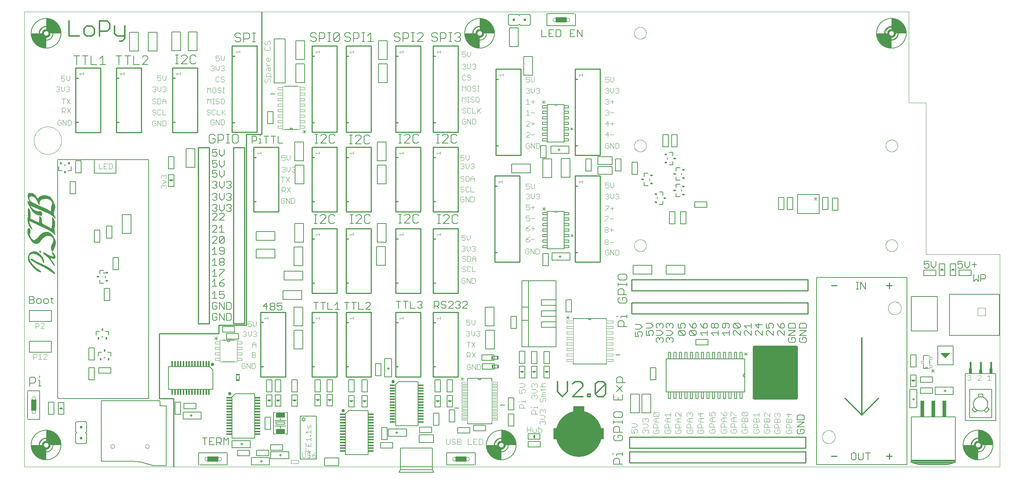
<source format=gto>
G75*
%MOIN*%
%OFA0B0*%
%FSLAX25Y25*%
%IPPOS*%
%LPD*%
%AMOC8*
5,1,8,0,0,1.08239X$1,22.5*
%
%ADD10C,0.00000*%
%ADD11C,0.00400*%
%ADD12C,0.00700*%
%ADD13C,0.00600*%
%ADD14C,0.01200*%
%ADD15C,0.03000*%
%ADD16C,0.01000*%
%ADD17C,0.00010*%
%ADD18C,0.00001*%
%ADD19C,0.42000*%
%ADD20R,0.10000X0.05000*%
%ADD21R,0.02835X0.10000*%
%ADD22C,0.00500*%
%ADD23C,0.00800*%
%ADD24C,0.00100*%
%ADD25R,0.02300X0.01800*%
%ADD26C,0.00300*%
%ADD27C,0.01600*%
%ADD28R,0.02500X0.05000*%
%ADD29R,0.02500X0.03750*%
%ADD30R,0.03800X0.08500*%
%ADD31R,0.03800X0.06600*%
%ADD32C,0.03000*%
%ADD33R,0.05100X0.01400*%
%ADD34R,0.01400X0.05100*%
%ADD35R,0.08000X0.05000*%
%ADD36C,0.00980*%
%ADD37C,0.01800*%
%ADD38R,0.01800X0.02300*%
%ADD39R,0.05000X0.10000*%
%ADD40R,0.03400X0.01600*%
%ADD41R,0.02400X0.02400*%
%ADD42R,0.01600X0.03400*%
D10*
X0010114Y0013500D02*
X0010114Y0426886D01*
X0813264Y0426886D01*
X0813264Y0344209D01*
X0829012Y0344209D01*
X0829012Y0206413D01*
X0895941Y0206413D01*
X0895941Y0013500D01*
X0010114Y0013500D01*
X0023893Y0033185D02*
X0023895Y0033338D01*
X0023901Y0033492D01*
X0023911Y0033645D01*
X0023925Y0033797D01*
X0023943Y0033950D01*
X0023965Y0034101D01*
X0023990Y0034252D01*
X0024020Y0034403D01*
X0024054Y0034553D01*
X0024091Y0034701D01*
X0024132Y0034849D01*
X0024177Y0034995D01*
X0024226Y0035141D01*
X0024279Y0035285D01*
X0024335Y0035427D01*
X0024395Y0035568D01*
X0024459Y0035708D01*
X0024526Y0035846D01*
X0024597Y0035982D01*
X0024672Y0036116D01*
X0024749Y0036248D01*
X0024831Y0036378D01*
X0024915Y0036506D01*
X0025003Y0036632D01*
X0025094Y0036755D01*
X0025188Y0036876D01*
X0025286Y0036994D01*
X0025386Y0037110D01*
X0025490Y0037223D01*
X0025596Y0037334D01*
X0025705Y0037442D01*
X0025817Y0037547D01*
X0025931Y0037648D01*
X0026049Y0037747D01*
X0026168Y0037843D01*
X0026290Y0037936D01*
X0026415Y0038025D01*
X0026542Y0038112D01*
X0026671Y0038194D01*
X0026802Y0038274D01*
X0026935Y0038350D01*
X0027070Y0038423D01*
X0027207Y0038492D01*
X0027346Y0038557D01*
X0027486Y0038619D01*
X0027628Y0038677D01*
X0027771Y0038732D01*
X0027916Y0038783D01*
X0028062Y0038830D01*
X0028209Y0038873D01*
X0028357Y0038912D01*
X0028506Y0038948D01*
X0028656Y0038979D01*
X0028807Y0039007D01*
X0028958Y0039031D01*
X0029111Y0039051D01*
X0029263Y0039067D01*
X0029416Y0039079D01*
X0029569Y0039087D01*
X0029722Y0039091D01*
X0029876Y0039091D01*
X0030029Y0039087D01*
X0030182Y0039079D01*
X0030335Y0039067D01*
X0030487Y0039051D01*
X0030640Y0039031D01*
X0030791Y0039007D01*
X0030942Y0038979D01*
X0031092Y0038948D01*
X0031241Y0038912D01*
X0031389Y0038873D01*
X0031536Y0038830D01*
X0031682Y0038783D01*
X0031827Y0038732D01*
X0031970Y0038677D01*
X0032112Y0038619D01*
X0032252Y0038557D01*
X0032391Y0038492D01*
X0032528Y0038423D01*
X0032663Y0038350D01*
X0032796Y0038274D01*
X0032927Y0038194D01*
X0033056Y0038112D01*
X0033183Y0038025D01*
X0033308Y0037936D01*
X0033430Y0037843D01*
X0033549Y0037747D01*
X0033667Y0037648D01*
X0033781Y0037547D01*
X0033893Y0037442D01*
X0034002Y0037334D01*
X0034108Y0037223D01*
X0034212Y0037110D01*
X0034312Y0036994D01*
X0034410Y0036876D01*
X0034504Y0036755D01*
X0034595Y0036632D01*
X0034683Y0036506D01*
X0034767Y0036378D01*
X0034849Y0036248D01*
X0034926Y0036116D01*
X0035001Y0035982D01*
X0035072Y0035846D01*
X0035139Y0035708D01*
X0035203Y0035568D01*
X0035263Y0035427D01*
X0035319Y0035285D01*
X0035372Y0035141D01*
X0035421Y0034995D01*
X0035466Y0034849D01*
X0035507Y0034701D01*
X0035544Y0034553D01*
X0035578Y0034403D01*
X0035608Y0034252D01*
X0035633Y0034101D01*
X0035655Y0033950D01*
X0035673Y0033797D01*
X0035687Y0033645D01*
X0035697Y0033492D01*
X0035703Y0033338D01*
X0035705Y0033185D01*
X0035703Y0033032D01*
X0035697Y0032878D01*
X0035687Y0032725D01*
X0035673Y0032573D01*
X0035655Y0032420D01*
X0035633Y0032269D01*
X0035608Y0032118D01*
X0035578Y0031967D01*
X0035544Y0031817D01*
X0035507Y0031669D01*
X0035466Y0031521D01*
X0035421Y0031375D01*
X0035372Y0031229D01*
X0035319Y0031085D01*
X0035263Y0030943D01*
X0035203Y0030802D01*
X0035139Y0030662D01*
X0035072Y0030524D01*
X0035001Y0030388D01*
X0034926Y0030254D01*
X0034849Y0030122D01*
X0034767Y0029992D01*
X0034683Y0029864D01*
X0034595Y0029738D01*
X0034504Y0029615D01*
X0034410Y0029494D01*
X0034312Y0029376D01*
X0034212Y0029260D01*
X0034108Y0029147D01*
X0034002Y0029036D01*
X0033893Y0028928D01*
X0033781Y0028823D01*
X0033667Y0028722D01*
X0033549Y0028623D01*
X0033430Y0028527D01*
X0033308Y0028434D01*
X0033183Y0028345D01*
X0033056Y0028258D01*
X0032927Y0028176D01*
X0032796Y0028096D01*
X0032663Y0028020D01*
X0032528Y0027947D01*
X0032391Y0027878D01*
X0032252Y0027813D01*
X0032112Y0027751D01*
X0031970Y0027693D01*
X0031827Y0027638D01*
X0031682Y0027587D01*
X0031536Y0027540D01*
X0031389Y0027497D01*
X0031241Y0027458D01*
X0031092Y0027422D01*
X0030942Y0027391D01*
X0030791Y0027363D01*
X0030640Y0027339D01*
X0030487Y0027319D01*
X0030335Y0027303D01*
X0030182Y0027291D01*
X0030029Y0027283D01*
X0029876Y0027279D01*
X0029722Y0027279D01*
X0029569Y0027283D01*
X0029416Y0027291D01*
X0029263Y0027303D01*
X0029111Y0027319D01*
X0028958Y0027339D01*
X0028807Y0027363D01*
X0028656Y0027391D01*
X0028506Y0027422D01*
X0028357Y0027458D01*
X0028209Y0027497D01*
X0028062Y0027540D01*
X0027916Y0027587D01*
X0027771Y0027638D01*
X0027628Y0027693D01*
X0027486Y0027751D01*
X0027346Y0027813D01*
X0027207Y0027878D01*
X0027070Y0027947D01*
X0026935Y0028020D01*
X0026802Y0028096D01*
X0026671Y0028176D01*
X0026542Y0028258D01*
X0026415Y0028345D01*
X0026290Y0028434D01*
X0026168Y0028527D01*
X0026049Y0028623D01*
X0025931Y0028722D01*
X0025817Y0028823D01*
X0025705Y0028928D01*
X0025596Y0029036D01*
X0025490Y0029147D01*
X0025386Y0029260D01*
X0025286Y0029376D01*
X0025188Y0029494D01*
X0025094Y0029615D01*
X0025003Y0029738D01*
X0024915Y0029864D01*
X0024831Y0029992D01*
X0024749Y0030122D01*
X0024672Y0030254D01*
X0024597Y0030388D01*
X0024526Y0030524D01*
X0024459Y0030662D01*
X0024395Y0030802D01*
X0024335Y0030943D01*
X0024279Y0031085D01*
X0024226Y0031229D01*
X0024177Y0031375D01*
X0024132Y0031521D01*
X0024091Y0031669D01*
X0024054Y0031817D01*
X0024020Y0031967D01*
X0023990Y0032118D01*
X0023965Y0032269D01*
X0023943Y0032420D01*
X0023925Y0032573D01*
X0023911Y0032725D01*
X0023901Y0032878D01*
X0023895Y0033032D01*
X0023893Y0033185D01*
X0016939Y0063500D02*
X0016941Y0063580D01*
X0016947Y0063659D01*
X0016957Y0063738D01*
X0016971Y0063817D01*
X0016988Y0063895D01*
X0017010Y0063972D01*
X0017035Y0064047D01*
X0017065Y0064121D01*
X0017097Y0064194D01*
X0017134Y0064265D01*
X0017174Y0064334D01*
X0017217Y0064401D01*
X0017264Y0064466D01*
X0017313Y0064528D01*
X0017366Y0064588D01*
X0017422Y0064645D01*
X0017480Y0064700D01*
X0017541Y0064751D01*
X0017605Y0064799D01*
X0017671Y0064844D01*
X0017739Y0064886D01*
X0017809Y0064924D01*
X0017881Y0064958D01*
X0017954Y0064989D01*
X0018029Y0065017D01*
X0018106Y0065040D01*
X0018183Y0065060D01*
X0018261Y0065076D01*
X0018340Y0065088D01*
X0018419Y0065096D01*
X0018499Y0065100D01*
X0018579Y0065100D01*
X0018659Y0065096D01*
X0018738Y0065088D01*
X0018817Y0065076D01*
X0018895Y0065060D01*
X0018972Y0065040D01*
X0019049Y0065017D01*
X0019124Y0064989D01*
X0019197Y0064958D01*
X0019269Y0064924D01*
X0019339Y0064886D01*
X0019407Y0064844D01*
X0019473Y0064799D01*
X0019537Y0064751D01*
X0019598Y0064700D01*
X0019656Y0064645D01*
X0019712Y0064588D01*
X0019765Y0064528D01*
X0019814Y0064466D01*
X0019861Y0064401D01*
X0019904Y0064334D01*
X0019944Y0064265D01*
X0019981Y0064194D01*
X0020013Y0064121D01*
X0020043Y0064047D01*
X0020068Y0063972D01*
X0020090Y0063895D01*
X0020107Y0063817D01*
X0020121Y0063738D01*
X0020131Y0063659D01*
X0020137Y0063580D01*
X0020139Y0063500D01*
X0020137Y0063420D01*
X0020131Y0063341D01*
X0020121Y0063262D01*
X0020107Y0063183D01*
X0020090Y0063105D01*
X0020068Y0063028D01*
X0020043Y0062953D01*
X0020013Y0062879D01*
X0019981Y0062806D01*
X0019944Y0062735D01*
X0019904Y0062666D01*
X0019861Y0062599D01*
X0019814Y0062534D01*
X0019765Y0062472D01*
X0019712Y0062412D01*
X0019656Y0062355D01*
X0019598Y0062300D01*
X0019537Y0062249D01*
X0019473Y0062201D01*
X0019407Y0062156D01*
X0019339Y0062114D01*
X0019269Y0062076D01*
X0019197Y0062042D01*
X0019124Y0062011D01*
X0019049Y0061983D01*
X0018972Y0061960D01*
X0018895Y0061940D01*
X0018817Y0061924D01*
X0018738Y0061912D01*
X0018659Y0061904D01*
X0018579Y0061900D01*
X0018499Y0061900D01*
X0018419Y0061904D01*
X0018340Y0061912D01*
X0018261Y0061924D01*
X0018183Y0061940D01*
X0018106Y0061960D01*
X0018029Y0061983D01*
X0017954Y0062011D01*
X0017881Y0062042D01*
X0017809Y0062076D01*
X0017739Y0062114D01*
X0017671Y0062156D01*
X0017605Y0062201D01*
X0017541Y0062249D01*
X0017480Y0062300D01*
X0017422Y0062355D01*
X0017366Y0062412D01*
X0017313Y0062472D01*
X0017264Y0062534D01*
X0017217Y0062599D01*
X0017174Y0062666D01*
X0017134Y0062735D01*
X0017097Y0062806D01*
X0017065Y0062879D01*
X0017035Y0062953D01*
X0017010Y0063028D01*
X0016988Y0063105D01*
X0016971Y0063183D01*
X0016957Y0063262D01*
X0016947Y0063341D01*
X0016941Y0063420D01*
X0016939Y0063500D01*
X0016939Y0075500D02*
X0016941Y0075580D01*
X0016947Y0075659D01*
X0016957Y0075738D01*
X0016971Y0075817D01*
X0016988Y0075895D01*
X0017010Y0075972D01*
X0017035Y0076047D01*
X0017065Y0076121D01*
X0017097Y0076194D01*
X0017134Y0076265D01*
X0017174Y0076334D01*
X0017217Y0076401D01*
X0017264Y0076466D01*
X0017313Y0076528D01*
X0017366Y0076588D01*
X0017422Y0076645D01*
X0017480Y0076700D01*
X0017541Y0076751D01*
X0017605Y0076799D01*
X0017671Y0076844D01*
X0017739Y0076886D01*
X0017809Y0076924D01*
X0017881Y0076958D01*
X0017954Y0076989D01*
X0018029Y0077017D01*
X0018106Y0077040D01*
X0018183Y0077060D01*
X0018261Y0077076D01*
X0018340Y0077088D01*
X0018419Y0077096D01*
X0018499Y0077100D01*
X0018579Y0077100D01*
X0018659Y0077096D01*
X0018738Y0077088D01*
X0018817Y0077076D01*
X0018895Y0077060D01*
X0018972Y0077040D01*
X0019049Y0077017D01*
X0019124Y0076989D01*
X0019197Y0076958D01*
X0019269Y0076924D01*
X0019339Y0076886D01*
X0019407Y0076844D01*
X0019473Y0076799D01*
X0019537Y0076751D01*
X0019598Y0076700D01*
X0019656Y0076645D01*
X0019712Y0076588D01*
X0019765Y0076528D01*
X0019814Y0076466D01*
X0019861Y0076401D01*
X0019904Y0076334D01*
X0019944Y0076265D01*
X0019981Y0076194D01*
X0020013Y0076121D01*
X0020043Y0076047D01*
X0020068Y0075972D01*
X0020090Y0075895D01*
X0020107Y0075817D01*
X0020121Y0075738D01*
X0020131Y0075659D01*
X0020137Y0075580D01*
X0020139Y0075500D01*
X0020137Y0075420D01*
X0020131Y0075341D01*
X0020121Y0075262D01*
X0020107Y0075183D01*
X0020090Y0075105D01*
X0020068Y0075028D01*
X0020043Y0074953D01*
X0020013Y0074879D01*
X0019981Y0074806D01*
X0019944Y0074735D01*
X0019904Y0074666D01*
X0019861Y0074599D01*
X0019814Y0074534D01*
X0019765Y0074472D01*
X0019712Y0074412D01*
X0019656Y0074355D01*
X0019598Y0074300D01*
X0019537Y0074249D01*
X0019473Y0074201D01*
X0019407Y0074156D01*
X0019339Y0074114D01*
X0019269Y0074076D01*
X0019197Y0074042D01*
X0019124Y0074011D01*
X0019049Y0073983D01*
X0018972Y0073960D01*
X0018895Y0073940D01*
X0018817Y0073924D01*
X0018738Y0073912D01*
X0018659Y0073904D01*
X0018579Y0073900D01*
X0018499Y0073900D01*
X0018419Y0073904D01*
X0018340Y0073912D01*
X0018261Y0073924D01*
X0018183Y0073940D01*
X0018106Y0073960D01*
X0018029Y0073983D01*
X0017954Y0074011D01*
X0017881Y0074042D01*
X0017809Y0074076D01*
X0017739Y0074114D01*
X0017671Y0074156D01*
X0017605Y0074201D01*
X0017541Y0074249D01*
X0017480Y0074300D01*
X0017422Y0074355D01*
X0017366Y0074412D01*
X0017313Y0074472D01*
X0017264Y0074534D01*
X0017217Y0074599D01*
X0017174Y0074666D01*
X0017134Y0074735D01*
X0017097Y0074806D01*
X0017065Y0074879D01*
X0017035Y0074953D01*
X0017010Y0075028D01*
X0016988Y0075105D01*
X0016971Y0075183D01*
X0016957Y0075262D01*
X0016947Y0075341D01*
X0016941Y0075420D01*
X0016939Y0075500D01*
X0088374Y0031972D02*
X0088376Y0032056D01*
X0088382Y0032139D01*
X0088392Y0032222D01*
X0088406Y0032305D01*
X0088423Y0032387D01*
X0088445Y0032468D01*
X0088470Y0032547D01*
X0088499Y0032626D01*
X0088532Y0032703D01*
X0088568Y0032778D01*
X0088608Y0032852D01*
X0088651Y0032924D01*
X0088698Y0032993D01*
X0088748Y0033060D01*
X0088801Y0033125D01*
X0088857Y0033187D01*
X0088915Y0033247D01*
X0088977Y0033304D01*
X0089041Y0033357D01*
X0089108Y0033408D01*
X0089177Y0033455D01*
X0089248Y0033500D01*
X0089321Y0033540D01*
X0089396Y0033577D01*
X0089473Y0033611D01*
X0089551Y0033641D01*
X0089630Y0033667D01*
X0089711Y0033690D01*
X0089793Y0033708D01*
X0089875Y0033723D01*
X0089958Y0033734D01*
X0090041Y0033741D01*
X0090125Y0033744D01*
X0090209Y0033743D01*
X0090292Y0033738D01*
X0090376Y0033729D01*
X0090458Y0033716D01*
X0090540Y0033700D01*
X0090621Y0033679D01*
X0090702Y0033655D01*
X0090780Y0033627D01*
X0090858Y0033595D01*
X0090934Y0033559D01*
X0091008Y0033520D01*
X0091080Y0033478D01*
X0091150Y0033432D01*
X0091218Y0033383D01*
X0091283Y0033331D01*
X0091346Y0033276D01*
X0091406Y0033218D01*
X0091464Y0033157D01*
X0091518Y0033093D01*
X0091570Y0033027D01*
X0091618Y0032959D01*
X0091663Y0032888D01*
X0091704Y0032815D01*
X0091743Y0032741D01*
X0091777Y0032665D01*
X0091808Y0032587D01*
X0091835Y0032508D01*
X0091859Y0032427D01*
X0091878Y0032346D01*
X0091894Y0032264D01*
X0091906Y0032181D01*
X0091914Y0032097D01*
X0091918Y0032014D01*
X0091918Y0031930D01*
X0091914Y0031847D01*
X0091906Y0031763D01*
X0091894Y0031680D01*
X0091878Y0031598D01*
X0091859Y0031517D01*
X0091835Y0031436D01*
X0091808Y0031357D01*
X0091777Y0031279D01*
X0091743Y0031203D01*
X0091704Y0031129D01*
X0091663Y0031056D01*
X0091618Y0030985D01*
X0091570Y0030917D01*
X0091518Y0030851D01*
X0091464Y0030787D01*
X0091406Y0030726D01*
X0091346Y0030668D01*
X0091283Y0030613D01*
X0091218Y0030561D01*
X0091150Y0030512D01*
X0091080Y0030466D01*
X0091008Y0030424D01*
X0090934Y0030385D01*
X0090858Y0030349D01*
X0090780Y0030317D01*
X0090702Y0030289D01*
X0090621Y0030265D01*
X0090540Y0030244D01*
X0090458Y0030228D01*
X0090376Y0030215D01*
X0090292Y0030206D01*
X0090209Y0030201D01*
X0090125Y0030200D01*
X0090041Y0030203D01*
X0089958Y0030210D01*
X0089875Y0030221D01*
X0089793Y0030236D01*
X0089711Y0030254D01*
X0089630Y0030277D01*
X0089551Y0030303D01*
X0089473Y0030333D01*
X0089396Y0030367D01*
X0089321Y0030404D01*
X0089248Y0030444D01*
X0089177Y0030489D01*
X0089108Y0030536D01*
X0089041Y0030587D01*
X0088977Y0030640D01*
X0088915Y0030697D01*
X0088857Y0030757D01*
X0088801Y0030819D01*
X0088748Y0030884D01*
X0088698Y0030951D01*
X0088651Y0031020D01*
X0088608Y0031092D01*
X0088568Y0031166D01*
X0088532Y0031241D01*
X0088499Y0031318D01*
X0088470Y0031397D01*
X0088445Y0031476D01*
X0088423Y0031557D01*
X0088406Y0031639D01*
X0088392Y0031722D01*
X0088382Y0031805D01*
X0088376Y0031888D01*
X0088374Y0031972D01*
X0119870Y0031972D02*
X0119872Y0032056D01*
X0119878Y0032139D01*
X0119888Y0032222D01*
X0119902Y0032305D01*
X0119919Y0032387D01*
X0119941Y0032468D01*
X0119966Y0032547D01*
X0119995Y0032626D01*
X0120028Y0032703D01*
X0120064Y0032778D01*
X0120104Y0032852D01*
X0120147Y0032924D01*
X0120194Y0032993D01*
X0120244Y0033060D01*
X0120297Y0033125D01*
X0120353Y0033187D01*
X0120411Y0033247D01*
X0120473Y0033304D01*
X0120537Y0033357D01*
X0120604Y0033408D01*
X0120673Y0033455D01*
X0120744Y0033500D01*
X0120817Y0033540D01*
X0120892Y0033577D01*
X0120969Y0033611D01*
X0121047Y0033641D01*
X0121126Y0033667D01*
X0121207Y0033690D01*
X0121289Y0033708D01*
X0121371Y0033723D01*
X0121454Y0033734D01*
X0121537Y0033741D01*
X0121621Y0033744D01*
X0121705Y0033743D01*
X0121788Y0033738D01*
X0121872Y0033729D01*
X0121954Y0033716D01*
X0122036Y0033700D01*
X0122117Y0033679D01*
X0122198Y0033655D01*
X0122276Y0033627D01*
X0122354Y0033595D01*
X0122430Y0033559D01*
X0122504Y0033520D01*
X0122576Y0033478D01*
X0122646Y0033432D01*
X0122714Y0033383D01*
X0122779Y0033331D01*
X0122842Y0033276D01*
X0122902Y0033218D01*
X0122960Y0033157D01*
X0123014Y0033093D01*
X0123066Y0033027D01*
X0123114Y0032959D01*
X0123159Y0032888D01*
X0123200Y0032815D01*
X0123239Y0032741D01*
X0123273Y0032665D01*
X0123304Y0032587D01*
X0123331Y0032508D01*
X0123355Y0032427D01*
X0123374Y0032346D01*
X0123390Y0032264D01*
X0123402Y0032181D01*
X0123410Y0032097D01*
X0123414Y0032014D01*
X0123414Y0031930D01*
X0123410Y0031847D01*
X0123402Y0031763D01*
X0123390Y0031680D01*
X0123374Y0031598D01*
X0123355Y0031517D01*
X0123331Y0031436D01*
X0123304Y0031357D01*
X0123273Y0031279D01*
X0123239Y0031203D01*
X0123200Y0031129D01*
X0123159Y0031056D01*
X0123114Y0030985D01*
X0123066Y0030917D01*
X0123014Y0030851D01*
X0122960Y0030787D01*
X0122902Y0030726D01*
X0122842Y0030668D01*
X0122779Y0030613D01*
X0122714Y0030561D01*
X0122646Y0030512D01*
X0122576Y0030466D01*
X0122504Y0030424D01*
X0122430Y0030385D01*
X0122354Y0030349D01*
X0122276Y0030317D01*
X0122198Y0030289D01*
X0122117Y0030265D01*
X0122036Y0030244D01*
X0121954Y0030228D01*
X0121872Y0030215D01*
X0121788Y0030206D01*
X0121705Y0030201D01*
X0121621Y0030200D01*
X0121537Y0030203D01*
X0121454Y0030210D01*
X0121371Y0030221D01*
X0121289Y0030236D01*
X0121207Y0030254D01*
X0121126Y0030277D01*
X0121047Y0030303D01*
X0120969Y0030333D01*
X0120892Y0030367D01*
X0120817Y0030404D01*
X0120744Y0030444D01*
X0120673Y0030489D01*
X0120604Y0030536D01*
X0120537Y0030587D01*
X0120473Y0030640D01*
X0120411Y0030697D01*
X0120353Y0030757D01*
X0120297Y0030819D01*
X0120244Y0030884D01*
X0120194Y0030951D01*
X0120147Y0031020D01*
X0120104Y0031092D01*
X0120064Y0031166D01*
X0120028Y0031241D01*
X0119995Y0031318D01*
X0119966Y0031397D01*
X0119941Y0031476D01*
X0119919Y0031557D01*
X0119902Y0031639D01*
X0119888Y0031722D01*
X0119878Y0031805D01*
X0119872Y0031888D01*
X0119870Y0031972D01*
X0173839Y0020500D02*
X0173841Y0020580D01*
X0173847Y0020659D01*
X0173857Y0020738D01*
X0173871Y0020817D01*
X0173888Y0020895D01*
X0173910Y0020972D01*
X0173935Y0021047D01*
X0173965Y0021121D01*
X0173997Y0021194D01*
X0174034Y0021265D01*
X0174074Y0021334D01*
X0174117Y0021401D01*
X0174164Y0021466D01*
X0174213Y0021528D01*
X0174266Y0021588D01*
X0174322Y0021645D01*
X0174380Y0021700D01*
X0174441Y0021751D01*
X0174505Y0021799D01*
X0174571Y0021844D01*
X0174639Y0021886D01*
X0174709Y0021924D01*
X0174781Y0021958D01*
X0174854Y0021989D01*
X0174929Y0022017D01*
X0175006Y0022040D01*
X0175083Y0022060D01*
X0175161Y0022076D01*
X0175240Y0022088D01*
X0175319Y0022096D01*
X0175399Y0022100D01*
X0175479Y0022100D01*
X0175559Y0022096D01*
X0175638Y0022088D01*
X0175717Y0022076D01*
X0175795Y0022060D01*
X0175872Y0022040D01*
X0175949Y0022017D01*
X0176024Y0021989D01*
X0176097Y0021958D01*
X0176169Y0021924D01*
X0176239Y0021886D01*
X0176307Y0021844D01*
X0176373Y0021799D01*
X0176437Y0021751D01*
X0176498Y0021700D01*
X0176556Y0021645D01*
X0176612Y0021588D01*
X0176665Y0021528D01*
X0176714Y0021466D01*
X0176761Y0021401D01*
X0176804Y0021334D01*
X0176844Y0021265D01*
X0176881Y0021194D01*
X0176913Y0021121D01*
X0176943Y0021047D01*
X0176968Y0020972D01*
X0176990Y0020895D01*
X0177007Y0020817D01*
X0177021Y0020738D01*
X0177031Y0020659D01*
X0177037Y0020580D01*
X0177039Y0020500D01*
X0177037Y0020420D01*
X0177031Y0020341D01*
X0177021Y0020262D01*
X0177007Y0020183D01*
X0176990Y0020105D01*
X0176968Y0020028D01*
X0176943Y0019953D01*
X0176913Y0019879D01*
X0176881Y0019806D01*
X0176844Y0019735D01*
X0176804Y0019666D01*
X0176761Y0019599D01*
X0176714Y0019534D01*
X0176665Y0019472D01*
X0176612Y0019412D01*
X0176556Y0019355D01*
X0176498Y0019300D01*
X0176437Y0019249D01*
X0176373Y0019201D01*
X0176307Y0019156D01*
X0176239Y0019114D01*
X0176169Y0019076D01*
X0176097Y0019042D01*
X0176024Y0019011D01*
X0175949Y0018983D01*
X0175872Y0018960D01*
X0175795Y0018940D01*
X0175717Y0018924D01*
X0175638Y0018912D01*
X0175559Y0018904D01*
X0175479Y0018900D01*
X0175399Y0018900D01*
X0175319Y0018904D01*
X0175240Y0018912D01*
X0175161Y0018924D01*
X0175083Y0018940D01*
X0175006Y0018960D01*
X0174929Y0018983D01*
X0174854Y0019011D01*
X0174781Y0019042D01*
X0174709Y0019076D01*
X0174639Y0019114D01*
X0174571Y0019156D01*
X0174505Y0019201D01*
X0174441Y0019249D01*
X0174380Y0019300D01*
X0174322Y0019355D01*
X0174266Y0019412D01*
X0174213Y0019472D01*
X0174164Y0019534D01*
X0174117Y0019599D01*
X0174074Y0019666D01*
X0174034Y0019735D01*
X0173997Y0019806D01*
X0173965Y0019879D01*
X0173935Y0019953D01*
X0173910Y0020028D01*
X0173888Y0020105D01*
X0173871Y0020183D01*
X0173857Y0020262D01*
X0173847Y0020341D01*
X0173841Y0020420D01*
X0173839Y0020500D01*
X0185839Y0020500D02*
X0185841Y0020580D01*
X0185847Y0020659D01*
X0185857Y0020738D01*
X0185871Y0020817D01*
X0185888Y0020895D01*
X0185910Y0020972D01*
X0185935Y0021047D01*
X0185965Y0021121D01*
X0185997Y0021194D01*
X0186034Y0021265D01*
X0186074Y0021334D01*
X0186117Y0021401D01*
X0186164Y0021466D01*
X0186213Y0021528D01*
X0186266Y0021588D01*
X0186322Y0021645D01*
X0186380Y0021700D01*
X0186441Y0021751D01*
X0186505Y0021799D01*
X0186571Y0021844D01*
X0186639Y0021886D01*
X0186709Y0021924D01*
X0186781Y0021958D01*
X0186854Y0021989D01*
X0186929Y0022017D01*
X0187006Y0022040D01*
X0187083Y0022060D01*
X0187161Y0022076D01*
X0187240Y0022088D01*
X0187319Y0022096D01*
X0187399Y0022100D01*
X0187479Y0022100D01*
X0187559Y0022096D01*
X0187638Y0022088D01*
X0187717Y0022076D01*
X0187795Y0022060D01*
X0187872Y0022040D01*
X0187949Y0022017D01*
X0188024Y0021989D01*
X0188097Y0021958D01*
X0188169Y0021924D01*
X0188239Y0021886D01*
X0188307Y0021844D01*
X0188373Y0021799D01*
X0188437Y0021751D01*
X0188498Y0021700D01*
X0188556Y0021645D01*
X0188612Y0021588D01*
X0188665Y0021528D01*
X0188714Y0021466D01*
X0188761Y0021401D01*
X0188804Y0021334D01*
X0188844Y0021265D01*
X0188881Y0021194D01*
X0188913Y0021121D01*
X0188943Y0021047D01*
X0188968Y0020972D01*
X0188990Y0020895D01*
X0189007Y0020817D01*
X0189021Y0020738D01*
X0189031Y0020659D01*
X0189037Y0020580D01*
X0189039Y0020500D01*
X0189037Y0020420D01*
X0189031Y0020341D01*
X0189021Y0020262D01*
X0189007Y0020183D01*
X0188990Y0020105D01*
X0188968Y0020028D01*
X0188943Y0019953D01*
X0188913Y0019879D01*
X0188881Y0019806D01*
X0188844Y0019735D01*
X0188804Y0019666D01*
X0188761Y0019599D01*
X0188714Y0019534D01*
X0188665Y0019472D01*
X0188612Y0019412D01*
X0188556Y0019355D01*
X0188498Y0019300D01*
X0188437Y0019249D01*
X0188373Y0019201D01*
X0188307Y0019156D01*
X0188239Y0019114D01*
X0188169Y0019076D01*
X0188097Y0019042D01*
X0188024Y0019011D01*
X0187949Y0018983D01*
X0187872Y0018960D01*
X0187795Y0018940D01*
X0187717Y0018924D01*
X0187638Y0018912D01*
X0187559Y0018904D01*
X0187479Y0018900D01*
X0187399Y0018900D01*
X0187319Y0018904D01*
X0187240Y0018912D01*
X0187161Y0018924D01*
X0187083Y0018940D01*
X0187006Y0018960D01*
X0186929Y0018983D01*
X0186854Y0019011D01*
X0186781Y0019042D01*
X0186709Y0019076D01*
X0186639Y0019114D01*
X0186571Y0019156D01*
X0186505Y0019201D01*
X0186441Y0019249D01*
X0186380Y0019300D01*
X0186322Y0019355D01*
X0186266Y0019412D01*
X0186213Y0019472D01*
X0186164Y0019534D01*
X0186117Y0019599D01*
X0186074Y0019666D01*
X0186034Y0019735D01*
X0185997Y0019806D01*
X0185965Y0019879D01*
X0185935Y0019953D01*
X0185910Y0020028D01*
X0185888Y0020105D01*
X0185871Y0020183D01*
X0185857Y0020262D01*
X0185847Y0020341D01*
X0185841Y0020420D01*
X0185839Y0020500D01*
X0187588Y0108716D02*
X0187588Y0128316D01*
X0194288Y0128316D01*
X0196688Y0128316D01*
X0203388Y0128316D01*
X0203388Y0108716D01*
X0187588Y0108716D01*
X0187588Y0110016D02*
X0183288Y0110016D01*
X0183288Y0112016D01*
X0187588Y0112016D01*
X0187588Y0110016D01*
X0187588Y0115016D02*
X0183288Y0115016D01*
X0183288Y0117016D01*
X0187588Y0117016D01*
X0187588Y0115016D01*
X0187588Y0120016D02*
X0183288Y0120016D01*
X0183288Y0122016D01*
X0187588Y0122016D01*
X0187588Y0120016D01*
X0187588Y0125016D02*
X0183288Y0125016D01*
X0183288Y0127016D01*
X0187588Y0127016D01*
X0187588Y0125016D01*
X0194288Y0128316D02*
X0194290Y0128247D01*
X0194296Y0128179D01*
X0194306Y0128111D01*
X0194319Y0128044D01*
X0194337Y0127978D01*
X0194358Y0127913D01*
X0194383Y0127849D01*
X0194411Y0127787D01*
X0194443Y0127726D01*
X0194478Y0127667D01*
X0194517Y0127611D01*
X0194559Y0127556D01*
X0194604Y0127505D01*
X0194652Y0127455D01*
X0194702Y0127409D01*
X0194755Y0127366D01*
X0194811Y0127325D01*
X0194868Y0127288D01*
X0194928Y0127255D01*
X0194990Y0127224D01*
X0195053Y0127198D01*
X0195117Y0127175D01*
X0195183Y0127155D01*
X0195250Y0127140D01*
X0195317Y0127128D01*
X0195385Y0127120D01*
X0195454Y0127116D01*
X0195522Y0127116D01*
X0195591Y0127120D01*
X0195659Y0127128D01*
X0195726Y0127140D01*
X0195793Y0127155D01*
X0195859Y0127175D01*
X0195923Y0127198D01*
X0195986Y0127224D01*
X0196048Y0127255D01*
X0196108Y0127288D01*
X0196165Y0127325D01*
X0196221Y0127366D01*
X0196274Y0127409D01*
X0196324Y0127455D01*
X0196372Y0127505D01*
X0196417Y0127556D01*
X0196459Y0127611D01*
X0196498Y0127667D01*
X0196533Y0127726D01*
X0196565Y0127787D01*
X0196593Y0127849D01*
X0196618Y0127913D01*
X0196639Y0127978D01*
X0196657Y0128044D01*
X0196670Y0128111D01*
X0196680Y0128179D01*
X0196686Y0128247D01*
X0196688Y0128316D01*
X0203388Y0127016D02*
X0207688Y0127016D01*
X0207688Y0125016D01*
X0203388Y0125016D01*
X0203388Y0127016D01*
X0203388Y0122016D02*
X0207688Y0122016D01*
X0207688Y0120016D01*
X0203388Y0120016D01*
X0203388Y0122016D01*
X0203388Y0117016D02*
X0207688Y0117016D01*
X0207688Y0115016D01*
X0203388Y0115016D01*
X0203388Y0117016D01*
X0203388Y0112016D02*
X0207688Y0112016D01*
X0207688Y0110016D01*
X0203388Y0110016D01*
X0203388Y0112016D01*
X0407388Y0090416D02*
X0407388Y0088916D01*
X0412488Y0088916D01*
X0412488Y0090416D01*
X0407388Y0090416D01*
X0407388Y0087816D02*
X0407388Y0086316D01*
X0412488Y0086316D01*
X0412488Y0087816D01*
X0407388Y0087816D01*
X0407388Y0085316D02*
X0407388Y0083816D01*
X0412488Y0083816D01*
X0412488Y0085316D01*
X0407388Y0085316D01*
X0407388Y0082716D02*
X0407388Y0081216D01*
X0412488Y0081216D01*
X0412488Y0082716D01*
X0407388Y0082716D01*
X0407388Y0080116D02*
X0407388Y0078616D01*
X0412488Y0078616D01*
X0412488Y0080116D01*
X0407388Y0080116D01*
X0407388Y0077616D02*
X0407388Y0076116D01*
X0412488Y0076116D01*
X0412488Y0077616D01*
X0407388Y0077616D01*
X0407388Y0075016D02*
X0407388Y0073516D01*
X0412488Y0073516D01*
X0412488Y0075016D01*
X0407388Y0075016D01*
X0407388Y0072516D02*
X0407388Y0071016D01*
X0412488Y0071016D01*
X0412488Y0072516D01*
X0407388Y0072516D01*
X0407388Y0069916D02*
X0407388Y0068416D01*
X0412488Y0068416D01*
X0412488Y0069916D01*
X0407388Y0069916D01*
X0407388Y0067416D02*
X0407388Y0065916D01*
X0412488Y0065916D01*
X0412488Y0067416D01*
X0407388Y0067416D01*
X0407388Y0064816D02*
X0407388Y0063316D01*
X0412488Y0063316D01*
X0412488Y0064816D01*
X0407388Y0064816D01*
X0407388Y0062216D02*
X0407388Y0060716D01*
X0412488Y0060716D01*
X0412488Y0062216D01*
X0407388Y0062216D01*
X0407388Y0059716D02*
X0407388Y0058216D01*
X0412488Y0058216D01*
X0412488Y0059716D01*
X0407388Y0059716D01*
X0407388Y0057116D02*
X0407388Y0055616D01*
X0412488Y0055616D01*
X0412488Y0057116D01*
X0407388Y0057116D01*
X0412488Y0052316D02*
X0412488Y0093716D01*
X0422288Y0093716D01*
X0424688Y0093716D01*
X0434488Y0093716D01*
X0434488Y0052316D01*
X0412488Y0052316D01*
X0434488Y0055616D02*
X0439588Y0055616D01*
X0439588Y0057116D01*
X0434488Y0057116D01*
X0434488Y0055616D01*
X0434488Y0058216D02*
X0439588Y0058216D01*
X0439588Y0059716D01*
X0434488Y0059716D01*
X0434488Y0058216D01*
X0434488Y0060716D02*
X0439588Y0060716D01*
X0439588Y0062216D01*
X0434488Y0062216D01*
X0434488Y0060716D01*
X0434488Y0063316D02*
X0439588Y0063316D01*
X0439588Y0064816D01*
X0434488Y0064816D01*
X0434488Y0063316D01*
X0434488Y0065916D02*
X0439588Y0065916D01*
X0439588Y0067416D01*
X0434488Y0067416D01*
X0434488Y0065916D01*
X0434488Y0068416D02*
X0439588Y0068416D01*
X0439588Y0069916D01*
X0434488Y0069916D01*
X0434488Y0068416D01*
X0434488Y0071016D02*
X0439588Y0071016D01*
X0439588Y0072516D01*
X0434488Y0072516D01*
X0434488Y0071016D01*
X0434488Y0073516D02*
X0439588Y0073516D01*
X0439588Y0075016D01*
X0434488Y0075016D01*
X0434488Y0073516D01*
X0434488Y0076116D02*
X0439588Y0076116D01*
X0439588Y0077616D01*
X0434488Y0077616D01*
X0434488Y0076116D01*
X0434488Y0078616D02*
X0439588Y0078616D01*
X0439588Y0080116D01*
X0434488Y0080116D01*
X0434488Y0078616D01*
X0434488Y0081216D02*
X0439588Y0081216D01*
X0439588Y0082716D01*
X0434488Y0082716D01*
X0434488Y0081216D01*
X0434488Y0083816D02*
X0439588Y0083816D01*
X0439588Y0085316D01*
X0434488Y0085316D01*
X0434488Y0083816D01*
X0434488Y0086316D02*
X0439588Y0086316D01*
X0439588Y0087816D01*
X0434488Y0087816D01*
X0434488Y0086316D01*
X0434488Y0088916D02*
X0439588Y0088916D01*
X0439588Y0090416D01*
X0434488Y0090416D01*
X0434488Y0088916D01*
X0424688Y0093716D02*
X0424686Y0093647D01*
X0424680Y0093579D01*
X0424670Y0093511D01*
X0424657Y0093444D01*
X0424639Y0093378D01*
X0424618Y0093313D01*
X0424593Y0093249D01*
X0424565Y0093187D01*
X0424533Y0093126D01*
X0424498Y0093067D01*
X0424459Y0093011D01*
X0424417Y0092956D01*
X0424372Y0092905D01*
X0424324Y0092855D01*
X0424274Y0092809D01*
X0424221Y0092766D01*
X0424165Y0092725D01*
X0424108Y0092688D01*
X0424048Y0092655D01*
X0423986Y0092624D01*
X0423923Y0092598D01*
X0423859Y0092575D01*
X0423793Y0092555D01*
X0423726Y0092540D01*
X0423659Y0092528D01*
X0423591Y0092520D01*
X0423522Y0092516D01*
X0423454Y0092516D01*
X0423385Y0092520D01*
X0423317Y0092528D01*
X0423250Y0092540D01*
X0423183Y0092555D01*
X0423117Y0092575D01*
X0423053Y0092598D01*
X0422990Y0092624D01*
X0422928Y0092655D01*
X0422868Y0092688D01*
X0422811Y0092725D01*
X0422755Y0092766D01*
X0422702Y0092809D01*
X0422652Y0092855D01*
X0422604Y0092905D01*
X0422559Y0092956D01*
X0422517Y0093011D01*
X0422478Y0093067D01*
X0422443Y0093126D01*
X0422411Y0093187D01*
X0422383Y0093249D01*
X0422358Y0093313D01*
X0422337Y0093378D01*
X0422319Y0093444D01*
X0422306Y0093511D01*
X0422296Y0093579D01*
X0422290Y0093647D01*
X0422288Y0093716D01*
X0502539Y0109000D02*
X0508539Y0109000D01*
X0508539Y0111000D01*
X0502539Y0111000D01*
X0502539Y0109000D01*
X0502539Y0114000D02*
X0508539Y0114000D01*
X0508539Y0116000D01*
X0502539Y0116000D01*
X0502539Y0114000D01*
X0508539Y0106800D02*
X0508539Y0148200D01*
X0522339Y0148200D01*
X0524739Y0148200D01*
X0538539Y0148200D01*
X0538539Y0106800D01*
X0508539Y0106800D01*
X0508539Y0119000D02*
X0502539Y0119000D01*
X0502539Y0121000D01*
X0508539Y0121000D01*
X0508539Y0119000D01*
X0508539Y0124000D02*
X0502539Y0124000D01*
X0502539Y0126000D01*
X0508539Y0126000D01*
X0508539Y0124000D01*
X0508539Y0129000D02*
X0502539Y0129000D01*
X0502539Y0131000D01*
X0508539Y0131000D01*
X0508539Y0129000D01*
X0508539Y0134000D02*
X0502539Y0134000D01*
X0502539Y0136000D01*
X0508539Y0136000D01*
X0508539Y0134000D01*
X0508539Y0139000D02*
X0502539Y0139000D01*
X0502539Y0141000D01*
X0508539Y0141000D01*
X0508539Y0139000D01*
X0508539Y0144000D02*
X0502539Y0144000D01*
X0502539Y0146000D01*
X0508539Y0146000D01*
X0508539Y0144000D01*
X0522339Y0148200D02*
X0522341Y0148131D01*
X0522347Y0148063D01*
X0522357Y0147995D01*
X0522370Y0147928D01*
X0522388Y0147862D01*
X0522409Y0147797D01*
X0522434Y0147733D01*
X0522462Y0147671D01*
X0522494Y0147610D01*
X0522529Y0147551D01*
X0522568Y0147495D01*
X0522610Y0147440D01*
X0522655Y0147389D01*
X0522703Y0147339D01*
X0522753Y0147293D01*
X0522806Y0147250D01*
X0522862Y0147209D01*
X0522919Y0147172D01*
X0522979Y0147139D01*
X0523041Y0147108D01*
X0523104Y0147082D01*
X0523168Y0147059D01*
X0523234Y0147039D01*
X0523301Y0147024D01*
X0523368Y0147012D01*
X0523436Y0147004D01*
X0523505Y0147000D01*
X0523573Y0147000D01*
X0523642Y0147004D01*
X0523710Y0147012D01*
X0523777Y0147024D01*
X0523844Y0147039D01*
X0523910Y0147059D01*
X0523974Y0147082D01*
X0524037Y0147108D01*
X0524099Y0147139D01*
X0524159Y0147172D01*
X0524216Y0147209D01*
X0524272Y0147250D01*
X0524325Y0147293D01*
X0524375Y0147339D01*
X0524423Y0147389D01*
X0524468Y0147440D01*
X0524510Y0147495D01*
X0524549Y0147551D01*
X0524584Y0147610D01*
X0524616Y0147671D01*
X0524644Y0147733D01*
X0524669Y0147797D01*
X0524690Y0147862D01*
X0524708Y0147928D01*
X0524721Y0147995D01*
X0524731Y0148063D01*
X0524737Y0148131D01*
X0524739Y0148200D01*
X0538539Y0146000D02*
X0538539Y0144000D01*
X0544539Y0144000D01*
X0544539Y0146000D01*
X0538539Y0146000D01*
X0538539Y0141000D02*
X0544539Y0141000D01*
X0544539Y0139000D01*
X0538539Y0139000D01*
X0538539Y0141000D01*
X0538539Y0136000D02*
X0544539Y0136000D01*
X0544539Y0134000D01*
X0538539Y0134000D01*
X0538539Y0136000D01*
X0538539Y0131000D02*
X0544539Y0131000D01*
X0544539Y0129000D01*
X0538539Y0129000D01*
X0538539Y0131000D01*
X0538539Y0126000D02*
X0544539Y0126000D01*
X0544539Y0124000D01*
X0538539Y0124000D01*
X0538539Y0126000D01*
X0538539Y0121000D02*
X0544539Y0121000D01*
X0544539Y0119000D01*
X0538539Y0119000D01*
X0538539Y0121000D01*
X0538539Y0116000D02*
X0544539Y0116000D01*
X0544539Y0114000D01*
X0538539Y0114000D01*
X0538539Y0116000D01*
X0538539Y0111000D02*
X0544539Y0111000D01*
X0544539Y0109000D01*
X0538539Y0109000D01*
X0538539Y0111000D01*
X0437279Y0033185D02*
X0437281Y0033338D01*
X0437287Y0033492D01*
X0437297Y0033645D01*
X0437311Y0033797D01*
X0437329Y0033950D01*
X0437351Y0034101D01*
X0437376Y0034252D01*
X0437406Y0034403D01*
X0437440Y0034553D01*
X0437477Y0034701D01*
X0437518Y0034849D01*
X0437563Y0034995D01*
X0437612Y0035141D01*
X0437665Y0035285D01*
X0437721Y0035427D01*
X0437781Y0035568D01*
X0437845Y0035708D01*
X0437912Y0035846D01*
X0437983Y0035982D01*
X0438058Y0036116D01*
X0438135Y0036248D01*
X0438217Y0036378D01*
X0438301Y0036506D01*
X0438389Y0036632D01*
X0438480Y0036755D01*
X0438574Y0036876D01*
X0438672Y0036994D01*
X0438772Y0037110D01*
X0438876Y0037223D01*
X0438982Y0037334D01*
X0439091Y0037442D01*
X0439203Y0037547D01*
X0439317Y0037648D01*
X0439435Y0037747D01*
X0439554Y0037843D01*
X0439676Y0037936D01*
X0439801Y0038025D01*
X0439928Y0038112D01*
X0440057Y0038194D01*
X0440188Y0038274D01*
X0440321Y0038350D01*
X0440456Y0038423D01*
X0440593Y0038492D01*
X0440732Y0038557D01*
X0440872Y0038619D01*
X0441014Y0038677D01*
X0441157Y0038732D01*
X0441302Y0038783D01*
X0441448Y0038830D01*
X0441595Y0038873D01*
X0441743Y0038912D01*
X0441892Y0038948D01*
X0442042Y0038979D01*
X0442193Y0039007D01*
X0442344Y0039031D01*
X0442497Y0039051D01*
X0442649Y0039067D01*
X0442802Y0039079D01*
X0442955Y0039087D01*
X0443108Y0039091D01*
X0443262Y0039091D01*
X0443415Y0039087D01*
X0443568Y0039079D01*
X0443721Y0039067D01*
X0443873Y0039051D01*
X0444026Y0039031D01*
X0444177Y0039007D01*
X0444328Y0038979D01*
X0444478Y0038948D01*
X0444627Y0038912D01*
X0444775Y0038873D01*
X0444922Y0038830D01*
X0445068Y0038783D01*
X0445213Y0038732D01*
X0445356Y0038677D01*
X0445498Y0038619D01*
X0445638Y0038557D01*
X0445777Y0038492D01*
X0445914Y0038423D01*
X0446049Y0038350D01*
X0446182Y0038274D01*
X0446313Y0038194D01*
X0446442Y0038112D01*
X0446569Y0038025D01*
X0446694Y0037936D01*
X0446816Y0037843D01*
X0446935Y0037747D01*
X0447053Y0037648D01*
X0447167Y0037547D01*
X0447279Y0037442D01*
X0447388Y0037334D01*
X0447494Y0037223D01*
X0447598Y0037110D01*
X0447698Y0036994D01*
X0447796Y0036876D01*
X0447890Y0036755D01*
X0447981Y0036632D01*
X0448069Y0036506D01*
X0448153Y0036378D01*
X0448235Y0036248D01*
X0448312Y0036116D01*
X0448387Y0035982D01*
X0448458Y0035846D01*
X0448525Y0035708D01*
X0448589Y0035568D01*
X0448649Y0035427D01*
X0448705Y0035285D01*
X0448758Y0035141D01*
X0448807Y0034995D01*
X0448852Y0034849D01*
X0448893Y0034701D01*
X0448930Y0034553D01*
X0448964Y0034403D01*
X0448994Y0034252D01*
X0449019Y0034101D01*
X0449041Y0033950D01*
X0449059Y0033797D01*
X0449073Y0033645D01*
X0449083Y0033492D01*
X0449089Y0033338D01*
X0449091Y0033185D01*
X0449089Y0033032D01*
X0449083Y0032878D01*
X0449073Y0032725D01*
X0449059Y0032573D01*
X0449041Y0032420D01*
X0449019Y0032269D01*
X0448994Y0032118D01*
X0448964Y0031967D01*
X0448930Y0031817D01*
X0448893Y0031669D01*
X0448852Y0031521D01*
X0448807Y0031375D01*
X0448758Y0031229D01*
X0448705Y0031085D01*
X0448649Y0030943D01*
X0448589Y0030802D01*
X0448525Y0030662D01*
X0448458Y0030524D01*
X0448387Y0030388D01*
X0448312Y0030254D01*
X0448235Y0030122D01*
X0448153Y0029992D01*
X0448069Y0029864D01*
X0447981Y0029738D01*
X0447890Y0029615D01*
X0447796Y0029494D01*
X0447698Y0029376D01*
X0447598Y0029260D01*
X0447494Y0029147D01*
X0447388Y0029036D01*
X0447279Y0028928D01*
X0447167Y0028823D01*
X0447053Y0028722D01*
X0446935Y0028623D01*
X0446816Y0028527D01*
X0446694Y0028434D01*
X0446569Y0028345D01*
X0446442Y0028258D01*
X0446313Y0028176D01*
X0446182Y0028096D01*
X0446049Y0028020D01*
X0445914Y0027947D01*
X0445777Y0027878D01*
X0445638Y0027813D01*
X0445498Y0027751D01*
X0445356Y0027693D01*
X0445213Y0027638D01*
X0445068Y0027587D01*
X0444922Y0027540D01*
X0444775Y0027497D01*
X0444627Y0027458D01*
X0444478Y0027422D01*
X0444328Y0027391D01*
X0444177Y0027363D01*
X0444026Y0027339D01*
X0443873Y0027319D01*
X0443721Y0027303D01*
X0443568Y0027291D01*
X0443415Y0027283D01*
X0443262Y0027279D01*
X0443108Y0027279D01*
X0442955Y0027283D01*
X0442802Y0027291D01*
X0442649Y0027303D01*
X0442497Y0027319D01*
X0442344Y0027339D01*
X0442193Y0027363D01*
X0442042Y0027391D01*
X0441892Y0027422D01*
X0441743Y0027458D01*
X0441595Y0027497D01*
X0441448Y0027540D01*
X0441302Y0027587D01*
X0441157Y0027638D01*
X0441014Y0027693D01*
X0440872Y0027751D01*
X0440732Y0027813D01*
X0440593Y0027878D01*
X0440456Y0027947D01*
X0440321Y0028020D01*
X0440188Y0028096D01*
X0440057Y0028176D01*
X0439928Y0028258D01*
X0439801Y0028345D01*
X0439676Y0028434D01*
X0439554Y0028527D01*
X0439435Y0028623D01*
X0439317Y0028722D01*
X0439203Y0028823D01*
X0439091Y0028928D01*
X0438982Y0029036D01*
X0438876Y0029147D01*
X0438772Y0029260D01*
X0438672Y0029376D01*
X0438574Y0029494D01*
X0438480Y0029615D01*
X0438389Y0029738D01*
X0438301Y0029864D01*
X0438217Y0029992D01*
X0438135Y0030122D01*
X0438058Y0030254D01*
X0437983Y0030388D01*
X0437912Y0030524D01*
X0437845Y0030662D01*
X0437781Y0030802D01*
X0437721Y0030943D01*
X0437665Y0031085D01*
X0437612Y0031229D01*
X0437563Y0031375D01*
X0437518Y0031521D01*
X0437477Y0031669D01*
X0437440Y0031817D01*
X0437406Y0031967D01*
X0437376Y0032118D01*
X0437351Y0032269D01*
X0437329Y0032420D01*
X0437311Y0032573D01*
X0437297Y0032725D01*
X0437287Y0032878D01*
X0437281Y0033032D01*
X0437279Y0033185D01*
X0410939Y0020500D02*
X0410941Y0020580D01*
X0410947Y0020659D01*
X0410957Y0020738D01*
X0410971Y0020817D01*
X0410988Y0020895D01*
X0411010Y0020972D01*
X0411035Y0021047D01*
X0411065Y0021121D01*
X0411097Y0021194D01*
X0411134Y0021265D01*
X0411174Y0021334D01*
X0411217Y0021401D01*
X0411264Y0021466D01*
X0411313Y0021528D01*
X0411366Y0021588D01*
X0411422Y0021645D01*
X0411480Y0021700D01*
X0411541Y0021751D01*
X0411605Y0021799D01*
X0411671Y0021844D01*
X0411739Y0021886D01*
X0411809Y0021924D01*
X0411881Y0021958D01*
X0411954Y0021989D01*
X0412029Y0022017D01*
X0412106Y0022040D01*
X0412183Y0022060D01*
X0412261Y0022076D01*
X0412340Y0022088D01*
X0412419Y0022096D01*
X0412499Y0022100D01*
X0412579Y0022100D01*
X0412659Y0022096D01*
X0412738Y0022088D01*
X0412817Y0022076D01*
X0412895Y0022060D01*
X0412972Y0022040D01*
X0413049Y0022017D01*
X0413124Y0021989D01*
X0413197Y0021958D01*
X0413269Y0021924D01*
X0413339Y0021886D01*
X0413407Y0021844D01*
X0413473Y0021799D01*
X0413537Y0021751D01*
X0413598Y0021700D01*
X0413656Y0021645D01*
X0413712Y0021588D01*
X0413765Y0021528D01*
X0413814Y0021466D01*
X0413861Y0021401D01*
X0413904Y0021334D01*
X0413944Y0021265D01*
X0413981Y0021194D01*
X0414013Y0021121D01*
X0414043Y0021047D01*
X0414068Y0020972D01*
X0414090Y0020895D01*
X0414107Y0020817D01*
X0414121Y0020738D01*
X0414131Y0020659D01*
X0414137Y0020580D01*
X0414139Y0020500D01*
X0414137Y0020420D01*
X0414131Y0020341D01*
X0414121Y0020262D01*
X0414107Y0020183D01*
X0414090Y0020105D01*
X0414068Y0020028D01*
X0414043Y0019953D01*
X0414013Y0019879D01*
X0413981Y0019806D01*
X0413944Y0019735D01*
X0413904Y0019666D01*
X0413861Y0019599D01*
X0413814Y0019534D01*
X0413765Y0019472D01*
X0413712Y0019412D01*
X0413656Y0019355D01*
X0413598Y0019300D01*
X0413537Y0019249D01*
X0413473Y0019201D01*
X0413407Y0019156D01*
X0413339Y0019114D01*
X0413269Y0019076D01*
X0413197Y0019042D01*
X0413124Y0019011D01*
X0413049Y0018983D01*
X0412972Y0018960D01*
X0412895Y0018940D01*
X0412817Y0018924D01*
X0412738Y0018912D01*
X0412659Y0018904D01*
X0412579Y0018900D01*
X0412499Y0018900D01*
X0412419Y0018904D01*
X0412340Y0018912D01*
X0412261Y0018924D01*
X0412183Y0018940D01*
X0412106Y0018960D01*
X0412029Y0018983D01*
X0411954Y0019011D01*
X0411881Y0019042D01*
X0411809Y0019076D01*
X0411739Y0019114D01*
X0411671Y0019156D01*
X0411605Y0019201D01*
X0411541Y0019249D01*
X0411480Y0019300D01*
X0411422Y0019355D01*
X0411366Y0019412D01*
X0411313Y0019472D01*
X0411264Y0019534D01*
X0411217Y0019599D01*
X0411174Y0019666D01*
X0411134Y0019735D01*
X0411097Y0019806D01*
X0411065Y0019879D01*
X0411035Y0019953D01*
X0411010Y0020028D01*
X0410988Y0020105D01*
X0410971Y0020183D01*
X0410957Y0020262D01*
X0410947Y0020341D01*
X0410941Y0020420D01*
X0410939Y0020500D01*
X0398939Y0020500D02*
X0398941Y0020580D01*
X0398947Y0020659D01*
X0398957Y0020738D01*
X0398971Y0020817D01*
X0398988Y0020895D01*
X0399010Y0020972D01*
X0399035Y0021047D01*
X0399065Y0021121D01*
X0399097Y0021194D01*
X0399134Y0021265D01*
X0399174Y0021334D01*
X0399217Y0021401D01*
X0399264Y0021466D01*
X0399313Y0021528D01*
X0399366Y0021588D01*
X0399422Y0021645D01*
X0399480Y0021700D01*
X0399541Y0021751D01*
X0399605Y0021799D01*
X0399671Y0021844D01*
X0399739Y0021886D01*
X0399809Y0021924D01*
X0399881Y0021958D01*
X0399954Y0021989D01*
X0400029Y0022017D01*
X0400106Y0022040D01*
X0400183Y0022060D01*
X0400261Y0022076D01*
X0400340Y0022088D01*
X0400419Y0022096D01*
X0400499Y0022100D01*
X0400579Y0022100D01*
X0400659Y0022096D01*
X0400738Y0022088D01*
X0400817Y0022076D01*
X0400895Y0022060D01*
X0400972Y0022040D01*
X0401049Y0022017D01*
X0401124Y0021989D01*
X0401197Y0021958D01*
X0401269Y0021924D01*
X0401339Y0021886D01*
X0401407Y0021844D01*
X0401473Y0021799D01*
X0401537Y0021751D01*
X0401598Y0021700D01*
X0401656Y0021645D01*
X0401712Y0021588D01*
X0401765Y0021528D01*
X0401814Y0021466D01*
X0401861Y0021401D01*
X0401904Y0021334D01*
X0401944Y0021265D01*
X0401981Y0021194D01*
X0402013Y0021121D01*
X0402043Y0021047D01*
X0402068Y0020972D01*
X0402090Y0020895D01*
X0402107Y0020817D01*
X0402121Y0020738D01*
X0402131Y0020659D01*
X0402137Y0020580D01*
X0402139Y0020500D01*
X0402137Y0020420D01*
X0402131Y0020341D01*
X0402121Y0020262D01*
X0402107Y0020183D01*
X0402090Y0020105D01*
X0402068Y0020028D01*
X0402043Y0019953D01*
X0402013Y0019879D01*
X0401981Y0019806D01*
X0401944Y0019735D01*
X0401904Y0019666D01*
X0401861Y0019599D01*
X0401814Y0019534D01*
X0401765Y0019472D01*
X0401712Y0019412D01*
X0401656Y0019355D01*
X0401598Y0019300D01*
X0401537Y0019249D01*
X0401473Y0019201D01*
X0401407Y0019156D01*
X0401339Y0019114D01*
X0401269Y0019076D01*
X0401197Y0019042D01*
X0401124Y0019011D01*
X0401049Y0018983D01*
X0400972Y0018960D01*
X0400895Y0018940D01*
X0400817Y0018924D01*
X0400738Y0018912D01*
X0400659Y0018904D01*
X0400579Y0018900D01*
X0400499Y0018900D01*
X0400419Y0018904D01*
X0400340Y0018912D01*
X0400261Y0018924D01*
X0400183Y0018940D01*
X0400106Y0018960D01*
X0400029Y0018983D01*
X0399954Y0019011D01*
X0399881Y0019042D01*
X0399809Y0019076D01*
X0399739Y0019114D01*
X0399671Y0019156D01*
X0399605Y0019201D01*
X0399541Y0019249D01*
X0399480Y0019300D01*
X0399422Y0019355D01*
X0399366Y0019412D01*
X0399313Y0019472D01*
X0399264Y0019534D01*
X0399217Y0019599D01*
X0399174Y0019666D01*
X0399134Y0019735D01*
X0399097Y0019806D01*
X0399065Y0019879D01*
X0399035Y0019953D01*
X0399010Y0020028D01*
X0398988Y0020105D01*
X0398971Y0020183D01*
X0398957Y0020262D01*
X0398947Y0020341D01*
X0398941Y0020420D01*
X0398939Y0020500D01*
X0734633Y0040500D02*
X0734635Y0040653D01*
X0734641Y0040807D01*
X0734651Y0040960D01*
X0734665Y0041112D01*
X0734683Y0041265D01*
X0734705Y0041416D01*
X0734730Y0041567D01*
X0734760Y0041718D01*
X0734794Y0041868D01*
X0734831Y0042016D01*
X0734872Y0042164D01*
X0734917Y0042310D01*
X0734966Y0042456D01*
X0735019Y0042600D01*
X0735075Y0042742D01*
X0735135Y0042883D01*
X0735199Y0043023D01*
X0735266Y0043161D01*
X0735337Y0043297D01*
X0735412Y0043431D01*
X0735489Y0043563D01*
X0735571Y0043693D01*
X0735655Y0043821D01*
X0735743Y0043947D01*
X0735834Y0044070D01*
X0735928Y0044191D01*
X0736026Y0044309D01*
X0736126Y0044425D01*
X0736230Y0044538D01*
X0736336Y0044649D01*
X0736445Y0044757D01*
X0736557Y0044862D01*
X0736671Y0044963D01*
X0736789Y0045062D01*
X0736908Y0045158D01*
X0737030Y0045251D01*
X0737155Y0045340D01*
X0737282Y0045427D01*
X0737411Y0045509D01*
X0737542Y0045589D01*
X0737675Y0045665D01*
X0737810Y0045738D01*
X0737947Y0045807D01*
X0738086Y0045872D01*
X0738226Y0045934D01*
X0738368Y0045992D01*
X0738511Y0046047D01*
X0738656Y0046098D01*
X0738802Y0046145D01*
X0738949Y0046188D01*
X0739097Y0046227D01*
X0739246Y0046263D01*
X0739396Y0046294D01*
X0739547Y0046322D01*
X0739698Y0046346D01*
X0739851Y0046366D01*
X0740003Y0046382D01*
X0740156Y0046394D01*
X0740309Y0046402D01*
X0740462Y0046406D01*
X0740616Y0046406D01*
X0740769Y0046402D01*
X0740922Y0046394D01*
X0741075Y0046382D01*
X0741227Y0046366D01*
X0741380Y0046346D01*
X0741531Y0046322D01*
X0741682Y0046294D01*
X0741832Y0046263D01*
X0741981Y0046227D01*
X0742129Y0046188D01*
X0742276Y0046145D01*
X0742422Y0046098D01*
X0742567Y0046047D01*
X0742710Y0045992D01*
X0742852Y0045934D01*
X0742992Y0045872D01*
X0743131Y0045807D01*
X0743268Y0045738D01*
X0743403Y0045665D01*
X0743536Y0045589D01*
X0743667Y0045509D01*
X0743796Y0045427D01*
X0743923Y0045340D01*
X0744048Y0045251D01*
X0744170Y0045158D01*
X0744289Y0045062D01*
X0744407Y0044963D01*
X0744521Y0044862D01*
X0744633Y0044757D01*
X0744742Y0044649D01*
X0744848Y0044538D01*
X0744952Y0044425D01*
X0745052Y0044309D01*
X0745150Y0044191D01*
X0745244Y0044070D01*
X0745335Y0043947D01*
X0745423Y0043821D01*
X0745507Y0043693D01*
X0745589Y0043563D01*
X0745666Y0043431D01*
X0745741Y0043297D01*
X0745812Y0043161D01*
X0745879Y0043023D01*
X0745943Y0042883D01*
X0746003Y0042742D01*
X0746059Y0042600D01*
X0746112Y0042456D01*
X0746161Y0042310D01*
X0746206Y0042164D01*
X0746247Y0042016D01*
X0746284Y0041868D01*
X0746318Y0041718D01*
X0746348Y0041567D01*
X0746373Y0041416D01*
X0746395Y0041265D01*
X0746413Y0041112D01*
X0746427Y0040960D01*
X0746437Y0040807D01*
X0746443Y0040653D01*
X0746445Y0040500D01*
X0746443Y0040347D01*
X0746437Y0040193D01*
X0746427Y0040040D01*
X0746413Y0039888D01*
X0746395Y0039735D01*
X0746373Y0039584D01*
X0746348Y0039433D01*
X0746318Y0039282D01*
X0746284Y0039132D01*
X0746247Y0038984D01*
X0746206Y0038836D01*
X0746161Y0038690D01*
X0746112Y0038544D01*
X0746059Y0038400D01*
X0746003Y0038258D01*
X0745943Y0038117D01*
X0745879Y0037977D01*
X0745812Y0037839D01*
X0745741Y0037703D01*
X0745666Y0037569D01*
X0745589Y0037437D01*
X0745507Y0037307D01*
X0745423Y0037179D01*
X0745335Y0037053D01*
X0745244Y0036930D01*
X0745150Y0036809D01*
X0745052Y0036691D01*
X0744952Y0036575D01*
X0744848Y0036462D01*
X0744742Y0036351D01*
X0744633Y0036243D01*
X0744521Y0036138D01*
X0744407Y0036037D01*
X0744289Y0035938D01*
X0744170Y0035842D01*
X0744048Y0035749D01*
X0743923Y0035660D01*
X0743796Y0035573D01*
X0743667Y0035491D01*
X0743536Y0035411D01*
X0743403Y0035335D01*
X0743268Y0035262D01*
X0743131Y0035193D01*
X0742992Y0035128D01*
X0742852Y0035066D01*
X0742710Y0035008D01*
X0742567Y0034953D01*
X0742422Y0034902D01*
X0742276Y0034855D01*
X0742129Y0034812D01*
X0741981Y0034773D01*
X0741832Y0034737D01*
X0741682Y0034706D01*
X0741531Y0034678D01*
X0741380Y0034654D01*
X0741227Y0034634D01*
X0741075Y0034618D01*
X0740922Y0034606D01*
X0740769Y0034598D01*
X0740616Y0034594D01*
X0740462Y0034594D01*
X0740309Y0034598D01*
X0740156Y0034606D01*
X0740003Y0034618D01*
X0739851Y0034634D01*
X0739698Y0034654D01*
X0739547Y0034678D01*
X0739396Y0034706D01*
X0739246Y0034737D01*
X0739097Y0034773D01*
X0738949Y0034812D01*
X0738802Y0034855D01*
X0738656Y0034902D01*
X0738511Y0034953D01*
X0738368Y0035008D01*
X0738226Y0035066D01*
X0738086Y0035128D01*
X0737947Y0035193D01*
X0737810Y0035262D01*
X0737675Y0035335D01*
X0737542Y0035411D01*
X0737411Y0035491D01*
X0737282Y0035573D01*
X0737155Y0035660D01*
X0737030Y0035749D01*
X0736908Y0035842D01*
X0736789Y0035938D01*
X0736671Y0036037D01*
X0736557Y0036138D01*
X0736445Y0036243D01*
X0736336Y0036351D01*
X0736230Y0036462D01*
X0736126Y0036575D01*
X0736026Y0036691D01*
X0735928Y0036809D01*
X0735834Y0036930D01*
X0735743Y0037053D01*
X0735655Y0037179D01*
X0735571Y0037307D01*
X0735489Y0037437D01*
X0735412Y0037569D01*
X0735337Y0037703D01*
X0735266Y0037839D01*
X0735199Y0037977D01*
X0735135Y0038117D01*
X0735075Y0038258D01*
X0735019Y0038400D01*
X0734966Y0038544D01*
X0734917Y0038690D01*
X0734872Y0038836D01*
X0734831Y0038984D01*
X0734794Y0039132D01*
X0734760Y0039282D01*
X0734730Y0039433D01*
X0734705Y0039584D01*
X0734683Y0039735D01*
X0734665Y0039888D01*
X0734651Y0040040D01*
X0734641Y0040193D01*
X0734635Y0040347D01*
X0734633Y0040500D01*
X0826739Y0102600D02*
X0828339Y0102600D01*
X0830739Y0102600D01*
X0832339Y0102600D01*
X0832339Y0103900D01*
X0834439Y0103900D01*
X0834439Y0105900D01*
X0832339Y0105900D01*
X0832339Y0111100D01*
X0834439Y0111100D01*
X0834439Y0113100D01*
X0832339Y0113100D01*
X0832339Y0111100D01*
X0832339Y0113100D02*
X0832339Y0114400D01*
X0826739Y0114400D01*
X0826739Y0109500D01*
X0824639Y0109500D01*
X0824639Y0107500D01*
X0826739Y0107500D01*
X0826739Y0102600D01*
X0828339Y0102600D02*
X0828341Y0102669D01*
X0828347Y0102737D01*
X0828357Y0102805D01*
X0828370Y0102872D01*
X0828388Y0102938D01*
X0828409Y0103003D01*
X0828434Y0103067D01*
X0828462Y0103129D01*
X0828494Y0103190D01*
X0828529Y0103249D01*
X0828568Y0103305D01*
X0828610Y0103360D01*
X0828655Y0103411D01*
X0828703Y0103461D01*
X0828753Y0103507D01*
X0828806Y0103550D01*
X0828862Y0103591D01*
X0828919Y0103628D01*
X0828979Y0103661D01*
X0829041Y0103692D01*
X0829104Y0103718D01*
X0829168Y0103741D01*
X0829234Y0103761D01*
X0829301Y0103776D01*
X0829368Y0103788D01*
X0829436Y0103796D01*
X0829505Y0103800D01*
X0829573Y0103800D01*
X0829642Y0103796D01*
X0829710Y0103788D01*
X0829777Y0103776D01*
X0829844Y0103761D01*
X0829910Y0103741D01*
X0829974Y0103718D01*
X0830037Y0103692D01*
X0830099Y0103661D01*
X0830159Y0103628D01*
X0830216Y0103591D01*
X0830272Y0103550D01*
X0830325Y0103507D01*
X0830375Y0103461D01*
X0830423Y0103411D01*
X0830468Y0103360D01*
X0830510Y0103305D01*
X0830549Y0103249D01*
X0830584Y0103190D01*
X0830616Y0103129D01*
X0830644Y0103067D01*
X0830669Y0103003D01*
X0830690Y0102938D01*
X0830708Y0102872D01*
X0830721Y0102805D01*
X0830731Y0102737D01*
X0830737Y0102669D01*
X0830739Y0102600D01*
X0832339Y0103900D02*
X0832339Y0105900D01*
X0826739Y0107500D02*
X0826739Y0109500D01*
X0872039Y0070500D02*
X0872041Y0070661D01*
X0872047Y0070821D01*
X0872057Y0070982D01*
X0872071Y0071142D01*
X0872089Y0071302D01*
X0872110Y0071461D01*
X0872136Y0071620D01*
X0872166Y0071778D01*
X0872199Y0071935D01*
X0872237Y0072092D01*
X0872278Y0072247D01*
X0872323Y0072401D01*
X0872372Y0072554D01*
X0872425Y0072706D01*
X0872481Y0072857D01*
X0872542Y0073006D01*
X0872605Y0073154D01*
X0872673Y0073300D01*
X0872744Y0073444D01*
X0872818Y0073586D01*
X0872896Y0073727D01*
X0872978Y0073865D01*
X0873063Y0074002D01*
X0873151Y0074136D01*
X0873243Y0074268D01*
X0873338Y0074398D01*
X0873436Y0074526D01*
X0873537Y0074651D01*
X0873641Y0074773D01*
X0873748Y0074893D01*
X0873858Y0075010D01*
X0873971Y0075125D01*
X0874087Y0075236D01*
X0874206Y0075345D01*
X0874327Y0075450D01*
X0874451Y0075553D01*
X0874577Y0075653D01*
X0874705Y0075749D01*
X0874836Y0075842D01*
X0874970Y0075932D01*
X0875105Y0076019D01*
X0875243Y0076102D01*
X0875382Y0076182D01*
X0875524Y0076258D01*
X0875667Y0076331D01*
X0875812Y0076400D01*
X0875959Y0076466D01*
X0876107Y0076528D01*
X0876257Y0076586D01*
X0876408Y0076641D01*
X0876561Y0076692D01*
X0876715Y0076739D01*
X0876870Y0076782D01*
X0877026Y0076821D01*
X0877182Y0076857D01*
X0877340Y0076888D01*
X0877498Y0076916D01*
X0877657Y0076940D01*
X0877817Y0076960D01*
X0877977Y0076976D01*
X0878137Y0076988D01*
X0878298Y0076996D01*
X0878459Y0077000D01*
X0878619Y0077000D01*
X0878780Y0076996D01*
X0878941Y0076988D01*
X0879101Y0076976D01*
X0879261Y0076960D01*
X0879421Y0076940D01*
X0879580Y0076916D01*
X0879738Y0076888D01*
X0879896Y0076857D01*
X0880052Y0076821D01*
X0880208Y0076782D01*
X0880363Y0076739D01*
X0880517Y0076692D01*
X0880670Y0076641D01*
X0880821Y0076586D01*
X0880971Y0076528D01*
X0881119Y0076466D01*
X0881266Y0076400D01*
X0881411Y0076331D01*
X0881554Y0076258D01*
X0881696Y0076182D01*
X0881835Y0076102D01*
X0881973Y0076019D01*
X0882108Y0075932D01*
X0882242Y0075842D01*
X0882373Y0075749D01*
X0882501Y0075653D01*
X0882627Y0075553D01*
X0882751Y0075450D01*
X0882872Y0075345D01*
X0882991Y0075236D01*
X0883107Y0075125D01*
X0883220Y0075010D01*
X0883330Y0074893D01*
X0883437Y0074773D01*
X0883541Y0074651D01*
X0883642Y0074526D01*
X0883740Y0074398D01*
X0883835Y0074268D01*
X0883927Y0074136D01*
X0884015Y0074002D01*
X0884100Y0073865D01*
X0884182Y0073727D01*
X0884260Y0073586D01*
X0884334Y0073444D01*
X0884405Y0073300D01*
X0884473Y0073154D01*
X0884536Y0073006D01*
X0884597Y0072857D01*
X0884653Y0072706D01*
X0884706Y0072554D01*
X0884755Y0072401D01*
X0884800Y0072247D01*
X0884841Y0072092D01*
X0884879Y0071935D01*
X0884912Y0071778D01*
X0884942Y0071620D01*
X0884968Y0071461D01*
X0884989Y0071302D01*
X0885007Y0071142D01*
X0885021Y0070982D01*
X0885031Y0070821D01*
X0885037Y0070661D01*
X0885039Y0070500D01*
X0885037Y0070339D01*
X0885031Y0070179D01*
X0885021Y0070018D01*
X0885007Y0069858D01*
X0884989Y0069698D01*
X0884968Y0069539D01*
X0884942Y0069380D01*
X0884912Y0069222D01*
X0884879Y0069065D01*
X0884841Y0068908D01*
X0884800Y0068753D01*
X0884755Y0068599D01*
X0884706Y0068446D01*
X0884653Y0068294D01*
X0884597Y0068143D01*
X0884536Y0067994D01*
X0884473Y0067846D01*
X0884405Y0067700D01*
X0884334Y0067556D01*
X0884260Y0067414D01*
X0884182Y0067273D01*
X0884100Y0067135D01*
X0884015Y0066998D01*
X0883927Y0066864D01*
X0883835Y0066732D01*
X0883740Y0066602D01*
X0883642Y0066474D01*
X0883541Y0066349D01*
X0883437Y0066227D01*
X0883330Y0066107D01*
X0883220Y0065990D01*
X0883107Y0065875D01*
X0882991Y0065764D01*
X0882872Y0065655D01*
X0882751Y0065550D01*
X0882627Y0065447D01*
X0882501Y0065347D01*
X0882373Y0065251D01*
X0882242Y0065158D01*
X0882108Y0065068D01*
X0881973Y0064981D01*
X0881835Y0064898D01*
X0881696Y0064818D01*
X0881554Y0064742D01*
X0881411Y0064669D01*
X0881266Y0064600D01*
X0881119Y0064534D01*
X0880971Y0064472D01*
X0880821Y0064414D01*
X0880670Y0064359D01*
X0880517Y0064308D01*
X0880363Y0064261D01*
X0880208Y0064218D01*
X0880052Y0064179D01*
X0879896Y0064143D01*
X0879738Y0064112D01*
X0879580Y0064084D01*
X0879421Y0064060D01*
X0879261Y0064040D01*
X0879101Y0064024D01*
X0878941Y0064012D01*
X0878780Y0064004D01*
X0878619Y0064000D01*
X0878459Y0064000D01*
X0878298Y0064004D01*
X0878137Y0064012D01*
X0877977Y0064024D01*
X0877817Y0064040D01*
X0877657Y0064060D01*
X0877498Y0064084D01*
X0877340Y0064112D01*
X0877182Y0064143D01*
X0877026Y0064179D01*
X0876870Y0064218D01*
X0876715Y0064261D01*
X0876561Y0064308D01*
X0876408Y0064359D01*
X0876257Y0064414D01*
X0876107Y0064472D01*
X0875959Y0064534D01*
X0875812Y0064600D01*
X0875667Y0064669D01*
X0875524Y0064742D01*
X0875382Y0064818D01*
X0875243Y0064898D01*
X0875105Y0064981D01*
X0874970Y0065068D01*
X0874836Y0065158D01*
X0874705Y0065251D01*
X0874577Y0065347D01*
X0874451Y0065447D01*
X0874327Y0065550D01*
X0874206Y0065655D01*
X0874087Y0065764D01*
X0873971Y0065875D01*
X0873858Y0065990D01*
X0873748Y0066107D01*
X0873641Y0066227D01*
X0873537Y0066349D01*
X0873436Y0066474D01*
X0873338Y0066602D01*
X0873243Y0066732D01*
X0873151Y0066864D01*
X0873063Y0066998D01*
X0872978Y0067135D01*
X0872896Y0067273D01*
X0872818Y0067414D01*
X0872744Y0067556D01*
X0872673Y0067700D01*
X0872605Y0067846D01*
X0872542Y0067994D01*
X0872481Y0068143D01*
X0872425Y0068294D01*
X0872372Y0068446D01*
X0872323Y0068599D01*
X0872278Y0068753D01*
X0872237Y0068908D01*
X0872199Y0069065D01*
X0872166Y0069222D01*
X0872136Y0069380D01*
X0872110Y0069539D01*
X0872089Y0069698D01*
X0872071Y0069858D01*
X0872057Y0070018D01*
X0872047Y0070179D01*
X0872041Y0070339D01*
X0872039Y0070500D01*
X0870350Y0033185D02*
X0870352Y0033338D01*
X0870358Y0033492D01*
X0870368Y0033645D01*
X0870382Y0033797D01*
X0870400Y0033950D01*
X0870422Y0034101D01*
X0870447Y0034252D01*
X0870477Y0034403D01*
X0870511Y0034553D01*
X0870548Y0034701D01*
X0870589Y0034849D01*
X0870634Y0034995D01*
X0870683Y0035141D01*
X0870736Y0035285D01*
X0870792Y0035427D01*
X0870852Y0035568D01*
X0870916Y0035708D01*
X0870983Y0035846D01*
X0871054Y0035982D01*
X0871129Y0036116D01*
X0871206Y0036248D01*
X0871288Y0036378D01*
X0871372Y0036506D01*
X0871460Y0036632D01*
X0871551Y0036755D01*
X0871645Y0036876D01*
X0871743Y0036994D01*
X0871843Y0037110D01*
X0871947Y0037223D01*
X0872053Y0037334D01*
X0872162Y0037442D01*
X0872274Y0037547D01*
X0872388Y0037648D01*
X0872506Y0037747D01*
X0872625Y0037843D01*
X0872747Y0037936D01*
X0872872Y0038025D01*
X0872999Y0038112D01*
X0873128Y0038194D01*
X0873259Y0038274D01*
X0873392Y0038350D01*
X0873527Y0038423D01*
X0873664Y0038492D01*
X0873803Y0038557D01*
X0873943Y0038619D01*
X0874085Y0038677D01*
X0874228Y0038732D01*
X0874373Y0038783D01*
X0874519Y0038830D01*
X0874666Y0038873D01*
X0874814Y0038912D01*
X0874963Y0038948D01*
X0875113Y0038979D01*
X0875264Y0039007D01*
X0875415Y0039031D01*
X0875568Y0039051D01*
X0875720Y0039067D01*
X0875873Y0039079D01*
X0876026Y0039087D01*
X0876179Y0039091D01*
X0876333Y0039091D01*
X0876486Y0039087D01*
X0876639Y0039079D01*
X0876792Y0039067D01*
X0876944Y0039051D01*
X0877097Y0039031D01*
X0877248Y0039007D01*
X0877399Y0038979D01*
X0877549Y0038948D01*
X0877698Y0038912D01*
X0877846Y0038873D01*
X0877993Y0038830D01*
X0878139Y0038783D01*
X0878284Y0038732D01*
X0878427Y0038677D01*
X0878569Y0038619D01*
X0878709Y0038557D01*
X0878848Y0038492D01*
X0878985Y0038423D01*
X0879120Y0038350D01*
X0879253Y0038274D01*
X0879384Y0038194D01*
X0879513Y0038112D01*
X0879640Y0038025D01*
X0879765Y0037936D01*
X0879887Y0037843D01*
X0880006Y0037747D01*
X0880124Y0037648D01*
X0880238Y0037547D01*
X0880350Y0037442D01*
X0880459Y0037334D01*
X0880565Y0037223D01*
X0880669Y0037110D01*
X0880769Y0036994D01*
X0880867Y0036876D01*
X0880961Y0036755D01*
X0881052Y0036632D01*
X0881140Y0036506D01*
X0881224Y0036378D01*
X0881306Y0036248D01*
X0881383Y0036116D01*
X0881458Y0035982D01*
X0881529Y0035846D01*
X0881596Y0035708D01*
X0881660Y0035568D01*
X0881720Y0035427D01*
X0881776Y0035285D01*
X0881829Y0035141D01*
X0881878Y0034995D01*
X0881923Y0034849D01*
X0881964Y0034701D01*
X0882001Y0034553D01*
X0882035Y0034403D01*
X0882065Y0034252D01*
X0882090Y0034101D01*
X0882112Y0033950D01*
X0882130Y0033797D01*
X0882144Y0033645D01*
X0882154Y0033492D01*
X0882160Y0033338D01*
X0882162Y0033185D01*
X0882160Y0033032D01*
X0882154Y0032878D01*
X0882144Y0032725D01*
X0882130Y0032573D01*
X0882112Y0032420D01*
X0882090Y0032269D01*
X0882065Y0032118D01*
X0882035Y0031967D01*
X0882001Y0031817D01*
X0881964Y0031669D01*
X0881923Y0031521D01*
X0881878Y0031375D01*
X0881829Y0031229D01*
X0881776Y0031085D01*
X0881720Y0030943D01*
X0881660Y0030802D01*
X0881596Y0030662D01*
X0881529Y0030524D01*
X0881458Y0030388D01*
X0881383Y0030254D01*
X0881306Y0030122D01*
X0881224Y0029992D01*
X0881140Y0029864D01*
X0881052Y0029738D01*
X0880961Y0029615D01*
X0880867Y0029494D01*
X0880769Y0029376D01*
X0880669Y0029260D01*
X0880565Y0029147D01*
X0880459Y0029036D01*
X0880350Y0028928D01*
X0880238Y0028823D01*
X0880124Y0028722D01*
X0880006Y0028623D01*
X0879887Y0028527D01*
X0879765Y0028434D01*
X0879640Y0028345D01*
X0879513Y0028258D01*
X0879384Y0028176D01*
X0879253Y0028096D01*
X0879120Y0028020D01*
X0878985Y0027947D01*
X0878848Y0027878D01*
X0878709Y0027813D01*
X0878569Y0027751D01*
X0878427Y0027693D01*
X0878284Y0027638D01*
X0878139Y0027587D01*
X0877993Y0027540D01*
X0877846Y0027497D01*
X0877698Y0027458D01*
X0877549Y0027422D01*
X0877399Y0027391D01*
X0877248Y0027363D01*
X0877097Y0027339D01*
X0876944Y0027319D01*
X0876792Y0027303D01*
X0876639Y0027291D01*
X0876486Y0027283D01*
X0876333Y0027279D01*
X0876179Y0027279D01*
X0876026Y0027283D01*
X0875873Y0027291D01*
X0875720Y0027303D01*
X0875568Y0027319D01*
X0875415Y0027339D01*
X0875264Y0027363D01*
X0875113Y0027391D01*
X0874963Y0027422D01*
X0874814Y0027458D01*
X0874666Y0027497D01*
X0874519Y0027540D01*
X0874373Y0027587D01*
X0874228Y0027638D01*
X0874085Y0027693D01*
X0873943Y0027751D01*
X0873803Y0027813D01*
X0873664Y0027878D01*
X0873527Y0027947D01*
X0873392Y0028020D01*
X0873259Y0028096D01*
X0873128Y0028176D01*
X0872999Y0028258D01*
X0872872Y0028345D01*
X0872747Y0028434D01*
X0872625Y0028527D01*
X0872506Y0028623D01*
X0872388Y0028722D01*
X0872274Y0028823D01*
X0872162Y0028928D01*
X0872053Y0029036D01*
X0871947Y0029147D01*
X0871843Y0029260D01*
X0871743Y0029376D01*
X0871645Y0029494D01*
X0871551Y0029615D01*
X0871460Y0029738D01*
X0871372Y0029864D01*
X0871288Y0029992D01*
X0871206Y0030122D01*
X0871129Y0030254D01*
X0871054Y0030388D01*
X0870983Y0030524D01*
X0870916Y0030662D01*
X0870852Y0030802D01*
X0870792Y0030943D01*
X0870736Y0031085D01*
X0870683Y0031229D01*
X0870634Y0031375D01*
X0870589Y0031521D01*
X0870548Y0031669D01*
X0870511Y0031817D01*
X0870477Y0031967D01*
X0870447Y0032118D01*
X0870422Y0032269D01*
X0870400Y0032420D01*
X0870382Y0032573D01*
X0870368Y0032725D01*
X0870358Y0032878D01*
X0870352Y0033032D01*
X0870350Y0033185D01*
X0794633Y0157500D02*
X0794635Y0157653D01*
X0794641Y0157807D01*
X0794651Y0157960D01*
X0794665Y0158112D01*
X0794683Y0158265D01*
X0794705Y0158416D01*
X0794730Y0158567D01*
X0794760Y0158718D01*
X0794794Y0158868D01*
X0794831Y0159016D01*
X0794872Y0159164D01*
X0794917Y0159310D01*
X0794966Y0159456D01*
X0795019Y0159600D01*
X0795075Y0159742D01*
X0795135Y0159883D01*
X0795199Y0160023D01*
X0795266Y0160161D01*
X0795337Y0160297D01*
X0795412Y0160431D01*
X0795489Y0160563D01*
X0795571Y0160693D01*
X0795655Y0160821D01*
X0795743Y0160947D01*
X0795834Y0161070D01*
X0795928Y0161191D01*
X0796026Y0161309D01*
X0796126Y0161425D01*
X0796230Y0161538D01*
X0796336Y0161649D01*
X0796445Y0161757D01*
X0796557Y0161862D01*
X0796671Y0161963D01*
X0796789Y0162062D01*
X0796908Y0162158D01*
X0797030Y0162251D01*
X0797155Y0162340D01*
X0797282Y0162427D01*
X0797411Y0162509D01*
X0797542Y0162589D01*
X0797675Y0162665D01*
X0797810Y0162738D01*
X0797947Y0162807D01*
X0798086Y0162872D01*
X0798226Y0162934D01*
X0798368Y0162992D01*
X0798511Y0163047D01*
X0798656Y0163098D01*
X0798802Y0163145D01*
X0798949Y0163188D01*
X0799097Y0163227D01*
X0799246Y0163263D01*
X0799396Y0163294D01*
X0799547Y0163322D01*
X0799698Y0163346D01*
X0799851Y0163366D01*
X0800003Y0163382D01*
X0800156Y0163394D01*
X0800309Y0163402D01*
X0800462Y0163406D01*
X0800616Y0163406D01*
X0800769Y0163402D01*
X0800922Y0163394D01*
X0801075Y0163382D01*
X0801227Y0163366D01*
X0801380Y0163346D01*
X0801531Y0163322D01*
X0801682Y0163294D01*
X0801832Y0163263D01*
X0801981Y0163227D01*
X0802129Y0163188D01*
X0802276Y0163145D01*
X0802422Y0163098D01*
X0802567Y0163047D01*
X0802710Y0162992D01*
X0802852Y0162934D01*
X0802992Y0162872D01*
X0803131Y0162807D01*
X0803268Y0162738D01*
X0803403Y0162665D01*
X0803536Y0162589D01*
X0803667Y0162509D01*
X0803796Y0162427D01*
X0803923Y0162340D01*
X0804048Y0162251D01*
X0804170Y0162158D01*
X0804289Y0162062D01*
X0804407Y0161963D01*
X0804521Y0161862D01*
X0804633Y0161757D01*
X0804742Y0161649D01*
X0804848Y0161538D01*
X0804952Y0161425D01*
X0805052Y0161309D01*
X0805150Y0161191D01*
X0805244Y0161070D01*
X0805335Y0160947D01*
X0805423Y0160821D01*
X0805507Y0160693D01*
X0805589Y0160563D01*
X0805666Y0160431D01*
X0805741Y0160297D01*
X0805812Y0160161D01*
X0805879Y0160023D01*
X0805943Y0159883D01*
X0806003Y0159742D01*
X0806059Y0159600D01*
X0806112Y0159456D01*
X0806161Y0159310D01*
X0806206Y0159164D01*
X0806247Y0159016D01*
X0806284Y0158868D01*
X0806318Y0158718D01*
X0806348Y0158567D01*
X0806373Y0158416D01*
X0806395Y0158265D01*
X0806413Y0158112D01*
X0806427Y0157960D01*
X0806437Y0157807D01*
X0806443Y0157653D01*
X0806445Y0157500D01*
X0806443Y0157347D01*
X0806437Y0157193D01*
X0806427Y0157040D01*
X0806413Y0156888D01*
X0806395Y0156735D01*
X0806373Y0156584D01*
X0806348Y0156433D01*
X0806318Y0156282D01*
X0806284Y0156132D01*
X0806247Y0155984D01*
X0806206Y0155836D01*
X0806161Y0155690D01*
X0806112Y0155544D01*
X0806059Y0155400D01*
X0806003Y0155258D01*
X0805943Y0155117D01*
X0805879Y0154977D01*
X0805812Y0154839D01*
X0805741Y0154703D01*
X0805666Y0154569D01*
X0805589Y0154437D01*
X0805507Y0154307D01*
X0805423Y0154179D01*
X0805335Y0154053D01*
X0805244Y0153930D01*
X0805150Y0153809D01*
X0805052Y0153691D01*
X0804952Y0153575D01*
X0804848Y0153462D01*
X0804742Y0153351D01*
X0804633Y0153243D01*
X0804521Y0153138D01*
X0804407Y0153037D01*
X0804289Y0152938D01*
X0804170Y0152842D01*
X0804048Y0152749D01*
X0803923Y0152660D01*
X0803796Y0152573D01*
X0803667Y0152491D01*
X0803536Y0152411D01*
X0803403Y0152335D01*
X0803268Y0152262D01*
X0803131Y0152193D01*
X0802992Y0152128D01*
X0802852Y0152066D01*
X0802710Y0152008D01*
X0802567Y0151953D01*
X0802422Y0151902D01*
X0802276Y0151855D01*
X0802129Y0151812D01*
X0801981Y0151773D01*
X0801832Y0151737D01*
X0801682Y0151706D01*
X0801531Y0151678D01*
X0801380Y0151654D01*
X0801227Y0151634D01*
X0801075Y0151618D01*
X0800922Y0151606D01*
X0800769Y0151598D01*
X0800616Y0151594D01*
X0800462Y0151594D01*
X0800309Y0151598D01*
X0800156Y0151606D01*
X0800003Y0151618D01*
X0799851Y0151634D01*
X0799698Y0151654D01*
X0799547Y0151678D01*
X0799396Y0151706D01*
X0799246Y0151737D01*
X0799097Y0151773D01*
X0798949Y0151812D01*
X0798802Y0151855D01*
X0798656Y0151902D01*
X0798511Y0151953D01*
X0798368Y0152008D01*
X0798226Y0152066D01*
X0798086Y0152128D01*
X0797947Y0152193D01*
X0797810Y0152262D01*
X0797675Y0152335D01*
X0797542Y0152411D01*
X0797411Y0152491D01*
X0797282Y0152573D01*
X0797155Y0152660D01*
X0797030Y0152749D01*
X0796908Y0152842D01*
X0796789Y0152938D01*
X0796671Y0153037D01*
X0796557Y0153138D01*
X0796445Y0153243D01*
X0796336Y0153351D01*
X0796230Y0153462D01*
X0796126Y0153575D01*
X0796026Y0153691D01*
X0795928Y0153809D01*
X0795834Y0153930D01*
X0795743Y0154053D01*
X0795655Y0154179D01*
X0795571Y0154307D01*
X0795489Y0154437D01*
X0795412Y0154569D01*
X0795337Y0154703D01*
X0795266Y0154839D01*
X0795199Y0154977D01*
X0795135Y0155117D01*
X0795075Y0155258D01*
X0795019Y0155400D01*
X0794966Y0155544D01*
X0794917Y0155690D01*
X0794872Y0155836D01*
X0794831Y0155984D01*
X0794794Y0156132D01*
X0794760Y0156282D01*
X0794730Y0156433D01*
X0794705Y0156584D01*
X0794683Y0156735D01*
X0794665Y0156888D01*
X0794651Y0157040D01*
X0794641Y0157193D01*
X0794635Y0157347D01*
X0794633Y0157500D01*
X0792370Y0214433D02*
X0792372Y0214580D01*
X0792378Y0214726D01*
X0792388Y0214872D01*
X0792402Y0215018D01*
X0792420Y0215164D01*
X0792441Y0215309D01*
X0792467Y0215453D01*
X0792497Y0215597D01*
X0792530Y0215739D01*
X0792567Y0215881D01*
X0792608Y0216022D01*
X0792653Y0216161D01*
X0792702Y0216300D01*
X0792754Y0216437D01*
X0792811Y0216572D01*
X0792870Y0216706D01*
X0792934Y0216838D01*
X0793001Y0216968D01*
X0793071Y0217097D01*
X0793145Y0217224D01*
X0793222Y0217348D01*
X0793303Y0217471D01*
X0793387Y0217591D01*
X0793474Y0217709D01*
X0793564Y0217824D01*
X0793657Y0217937D01*
X0793754Y0218048D01*
X0793853Y0218156D01*
X0793955Y0218261D01*
X0794060Y0218363D01*
X0794168Y0218462D01*
X0794279Y0218559D01*
X0794392Y0218652D01*
X0794507Y0218742D01*
X0794625Y0218829D01*
X0794745Y0218913D01*
X0794868Y0218994D01*
X0794992Y0219071D01*
X0795119Y0219145D01*
X0795248Y0219215D01*
X0795378Y0219282D01*
X0795510Y0219346D01*
X0795644Y0219405D01*
X0795779Y0219462D01*
X0795916Y0219514D01*
X0796055Y0219563D01*
X0796194Y0219608D01*
X0796335Y0219649D01*
X0796477Y0219686D01*
X0796619Y0219719D01*
X0796763Y0219749D01*
X0796907Y0219775D01*
X0797052Y0219796D01*
X0797198Y0219814D01*
X0797344Y0219828D01*
X0797490Y0219838D01*
X0797636Y0219844D01*
X0797783Y0219846D01*
X0797930Y0219844D01*
X0798076Y0219838D01*
X0798222Y0219828D01*
X0798368Y0219814D01*
X0798514Y0219796D01*
X0798659Y0219775D01*
X0798803Y0219749D01*
X0798947Y0219719D01*
X0799089Y0219686D01*
X0799231Y0219649D01*
X0799372Y0219608D01*
X0799511Y0219563D01*
X0799650Y0219514D01*
X0799787Y0219462D01*
X0799922Y0219405D01*
X0800056Y0219346D01*
X0800188Y0219282D01*
X0800318Y0219215D01*
X0800447Y0219145D01*
X0800574Y0219071D01*
X0800698Y0218994D01*
X0800821Y0218913D01*
X0800941Y0218829D01*
X0801059Y0218742D01*
X0801174Y0218652D01*
X0801287Y0218559D01*
X0801398Y0218462D01*
X0801506Y0218363D01*
X0801611Y0218261D01*
X0801713Y0218156D01*
X0801812Y0218048D01*
X0801909Y0217937D01*
X0802002Y0217824D01*
X0802092Y0217709D01*
X0802179Y0217591D01*
X0802263Y0217471D01*
X0802344Y0217348D01*
X0802421Y0217224D01*
X0802495Y0217097D01*
X0802565Y0216968D01*
X0802632Y0216838D01*
X0802696Y0216706D01*
X0802755Y0216572D01*
X0802812Y0216437D01*
X0802864Y0216300D01*
X0802913Y0216161D01*
X0802958Y0216022D01*
X0802999Y0215881D01*
X0803036Y0215739D01*
X0803069Y0215597D01*
X0803099Y0215453D01*
X0803125Y0215309D01*
X0803146Y0215164D01*
X0803164Y0215018D01*
X0803178Y0214872D01*
X0803188Y0214726D01*
X0803194Y0214580D01*
X0803196Y0214433D01*
X0803194Y0214286D01*
X0803188Y0214140D01*
X0803178Y0213994D01*
X0803164Y0213848D01*
X0803146Y0213702D01*
X0803125Y0213557D01*
X0803099Y0213413D01*
X0803069Y0213269D01*
X0803036Y0213127D01*
X0802999Y0212985D01*
X0802958Y0212844D01*
X0802913Y0212705D01*
X0802864Y0212566D01*
X0802812Y0212429D01*
X0802755Y0212294D01*
X0802696Y0212160D01*
X0802632Y0212028D01*
X0802565Y0211898D01*
X0802495Y0211769D01*
X0802421Y0211642D01*
X0802344Y0211518D01*
X0802263Y0211395D01*
X0802179Y0211275D01*
X0802092Y0211157D01*
X0802002Y0211042D01*
X0801909Y0210929D01*
X0801812Y0210818D01*
X0801713Y0210710D01*
X0801611Y0210605D01*
X0801506Y0210503D01*
X0801398Y0210404D01*
X0801287Y0210307D01*
X0801174Y0210214D01*
X0801059Y0210124D01*
X0800941Y0210037D01*
X0800821Y0209953D01*
X0800698Y0209872D01*
X0800574Y0209795D01*
X0800447Y0209721D01*
X0800318Y0209651D01*
X0800188Y0209584D01*
X0800056Y0209520D01*
X0799922Y0209461D01*
X0799787Y0209404D01*
X0799650Y0209352D01*
X0799511Y0209303D01*
X0799372Y0209258D01*
X0799231Y0209217D01*
X0799089Y0209180D01*
X0798947Y0209147D01*
X0798803Y0209117D01*
X0798659Y0209091D01*
X0798514Y0209070D01*
X0798368Y0209052D01*
X0798222Y0209038D01*
X0798076Y0209028D01*
X0797930Y0209022D01*
X0797783Y0209020D01*
X0797636Y0209022D01*
X0797490Y0209028D01*
X0797344Y0209038D01*
X0797198Y0209052D01*
X0797052Y0209070D01*
X0796907Y0209091D01*
X0796763Y0209117D01*
X0796619Y0209147D01*
X0796477Y0209180D01*
X0796335Y0209217D01*
X0796194Y0209258D01*
X0796055Y0209303D01*
X0795916Y0209352D01*
X0795779Y0209404D01*
X0795644Y0209461D01*
X0795510Y0209520D01*
X0795378Y0209584D01*
X0795248Y0209651D01*
X0795119Y0209721D01*
X0794992Y0209795D01*
X0794868Y0209872D01*
X0794745Y0209953D01*
X0794625Y0210037D01*
X0794507Y0210124D01*
X0794392Y0210214D01*
X0794279Y0210307D01*
X0794168Y0210404D01*
X0794060Y0210503D01*
X0793955Y0210605D01*
X0793853Y0210710D01*
X0793754Y0210818D01*
X0793657Y0210929D01*
X0793564Y0211042D01*
X0793474Y0211157D01*
X0793387Y0211275D01*
X0793303Y0211395D01*
X0793222Y0211518D01*
X0793145Y0211642D01*
X0793071Y0211769D01*
X0793001Y0211898D01*
X0792934Y0212028D01*
X0792870Y0212160D01*
X0792811Y0212294D01*
X0792754Y0212429D01*
X0792702Y0212566D01*
X0792653Y0212705D01*
X0792608Y0212844D01*
X0792567Y0212985D01*
X0792530Y0213127D01*
X0792497Y0213269D01*
X0792467Y0213413D01*
X0792441Y0213557D01*
X0792420Y0213702D01*
X0792402Y0213848D01*
X0792388Y0213994D01*
X0792378Y0214140D01*
X0792372Y0214286D01*
X0792370Y0214433D01*
X0792370Y0304984D02*
X0792372Y0305131D01*
X0792378Y0305277D01*
X0792388Y0305423D01*
X0792402Y0305569D01*
X0792420Y0305715D01*
X0792441Y0305860D01*
X0792467Y0306004D01*
X0792497Y0306148D01*
X0792530Y0306290D01*
X0792567Y0306432D01*
X0792608Y0306573D01*
X0792653Y0306712D01*
X0792702Y0306851D01*
X0792754Y0306988D01*
X0792811Y0307123D01*
X0792870Y0307257D01*
X0792934Y0307389D01*
X0793001Y0307519D01*
X0793071Y0307648D01*
X0793145Y0307775D01*
X0793222Y0307899D01*
X0793303Y0308022D01*
X0793387Y0308142D01*
X0793474Y0308260D01*
X0793564Y0308375D01*
X0793657Y0308488D01*
X0793754Y0308599D01*
X0793853Y0308707D01*
X0793955Y0308812D01*
X0794060Y0308914D01*
X0794168Y0309013D01*
X0794279Y0309110D01*
X0794392Y0309203D01*
X0794507Y0309293D01*
X0794625Y0309380D01*
X0794745Y0309464D01*
X0794868Y0309545D01*
X0794992Y0309622D01*
X0795119Y0309696D01*
X0795248Y0309766D01*
X0795378Y0309833D01*
X0795510Y0309897D01*
X0795644Y0309956D01*
X0795779Y0310013D01*
X0795916Y0310065D01*
X0796055Y0310114D01*
X0796194Y0310159D01*
X0796335Y0310200D01*
X0796477Y0310237D01*
X0796619Y0310270D01*
X0796763Y0310300D01*
X0796907Y0310326D01*
X0797052Y0310347D01*
X0797198Y0310365D01*
X0797344Y0310379D01*
X0797490Y0310389D01*
X0797636Y0310395D01*
X0797783Y0310397D01*
X0797930Y0310395D01*
X0798076Y0310389D01*
X0798222Y0310379D01*
X0798368Y0310365D01*
X0798514Y0310347D01*
X0798659Y0310326D01*
X0798803Y0310300D01*
X0798947Y0310270D01*
X0799089Y0310237D01*
X0799231Y0310200D01*
X0799372Y0310159D01*
X0799511Y0310114D01*
X0799650Y0310065D01*
X0799787Y0310013D01*
X0799922Y0309956D01*
X0800056Y0309897D01*
X0800188Y0309833D01*
X0800318Y0309766D01*
X0800447Y0309696D01*
X0800574Y0309622D01*
X0800698Y0309545D01*
X0800821Y0309464D01*
X0800941Y0309380D01*
X0801059Y0309293D01*
X0801174Y0309203D01*
X0801287Y0309110D01*
X0801398Y0309013D01*
X0801506Y0308914D01*
X0801611Y0308812D01*
X0801713Y0308707D01*
X0801812Y0308599D01*
X0801909Y0308488D01*
X0802002Y0308375D01*
X0802092Y0308260D01*
X0802179Y0308142D01*
X0802263Y0308022D01*
X0802344Y0307899D01*
X0802421Y0307775D01*
X0802495Y0307648D01*
X0802565Y0307519D01*
X0802632Y0307389D01*
X0802696Y0307257D01*
X0802755Y0307123D01*
X0802812Y0306988D01*
X0802864Y0306851D01*
X0802913Y0306712D01*
X0802958Y0306573D01*
X0802999Y0306432D01*
X0803036Y0306290D01*
X0803069Y0306148D01*
X0803099Y0306004D01*
X0803125Y0305860D01*
X0803146Y0305715D01*
X0803164Y0305569D01*
X0803178Y0305423D01*
X0803188Y0305277D01*
X0803194Y0305131D01*
X0803196Y0304984D01*
X0803194Y0304837D01*
X0803188Y0304691D01*
X0803178Y0304545D01*
X0803164Y0304399D01*
X0803146Y0304253D01*
X0803125Y0304108D01*
X0803099Y0303964D01*
X0803069Y0303820D01*
X0803036Y0303678D01*
X0802999Y0303536D01*
X0802958Y0303395D01*
X0802913Y0303256D01*
X0802864Y0303117D01*
X0802812Y0302980D01*
X0802755Y0302845D01*
X0802696Y0302711D01*
X0802632Y0302579D01*
X0802565Y0302449D01*
X0802495Y0302320D01*
X0802421Y0302193D01*
X0802344Y0302069D01*
X0802263Y0301946D01*
X0802179Y0301826D01*
X0802092Y0301708D01*
X0802002Y0301593D01*
X0801909Y0301480D01*
X0801812Y0301369D01*
X0801713Y0301261D01*
X0801611Y0301156D01*
X0801506Y0301054D01*
X0801398Y0300955D01*
X0801287Y0300858D01*
X0801174Y0300765D01*
X0801059Y0300675D01*
X0800941Y0300588D01*
X0800821Y0300504D01*
X0800698Y0300423D01*
X0800574Y0300346D01*
X0800447Y0300272D01*
X0800318Y0300202D01*
X0800188Y0300135D01*
X0800056Y0300071D01*
X0799922Y0300012D01*
X0799787Y0299955D01*
X0799650Y0299903D01*
X0799511Y0299854D01*
X0799372Y0299809D01*
X0799231Y0299768D01*
X0799089Y0299731D01*
X0798947Y0299698D01*
X0798803Y0299668D01*
X0798659Y0299642D01*
X0798514Y0299621D01*
X0798368Y0299603D01*
X0798222Y0299589D01*
X0798076Y0299579D01*
X0797930Y0299573D01*
X0797783Y0299571D01*
X0797636Y0299573D01*
X0797490Y0299579D01*
X0797344Y0299589D01*
X0797198Y0299603D01*
X0797052Y0299621D01*
X0796907Y0299642D01*
X0796763Y0299668D01*
X0796619Y0299698D01*
X0796477Y0299731D01*
X0796335Y0299768D01*
X0796194Y0299809D01*
X0796055Y0299854D01*
X0795916Y0299903D01*
X0795779Y0299955D01*
X0795644Y0300012D01*
X0795510Y0300071D01*
X0795378Y0300135D01*
X0795248Y0300202D01*
X0795119Y0300272D01*
X0794992Y0300346D01*
X0794868Y0300423D01*
X0794745Y0300504D01*
X0794625Y0300588D01*
X0794507Y0300675D01*
X0794392Y0300765D01*
X0794279Y0300858D01*
X0794168Y0300955D01*
X0794060Y0301054D01*
X0793955Y0301156D01*
X0793853Y0301261D01*
X0793754Y0301369D01*
X0793657Y0301480D01*
X0793564Y0301593D01*
X0793474Y0301708D01*
X0793387Y0301826D01*
X0793303Y0301946D01*
X0793222Y0302069D01*
X0793145Y0302193D01*
X0793071Y0302320D01*
X0793001Y0302449D01*
X0792934Y0302579D01*
X0792870Y0302711D01*
X0792811Y0302845D01*
X0792754Y0302980D01*
X0792702Y0303117D01*
X0792653Y0303256D01*
X0792608Y0303395D01*
X0792567Y0303536D01*
X0792530Y0303678D01*
X0792497Y0303820D01*
X0792467Y0303964D01*
X0792441Y0304108D01*
X0792420Y0304253D01*
X0792402Y0304399D01*
X0792388Y0304545D01*
X0792378Y0304691D01*
X0792372Y0304837D01*
X0792370Y0304984D01*
X0791610Y0407201D02*
X0791612Y0407354D01*
X0791618Y0407508D01*
X0791628Y0407661D01*
X0791642Y0407813D01*
X0791660Y0407966D01*
X0791682Y0408117D01*
X0791707Y0408268D01*
X0791737Y0408419D01*
X0791771Y0408569D01*
X0791808Y0408717D01*
X0791849Y0408865D01*
X0791894Y0409011D01*
X0791943Y0409157D01*
X0791996Y0409301D01*
X0792052Y0409443D01*
X0792112Y0409584D01*
X0792176Y0409724D01*
X0792243Y0409862D01*
X0792314Y0409998D01*
X0792389Y0410132D01*
X0792466Y0410264D01*
X0792548Y0410394D01*
X0792632Y0410522D01*
X0792720Y0410648D01*
X0792811Y0410771D01*
X0792905Y0410892D01*
X0793003Y0411010D01*
X0793103Y0411126D01*
X0793207Y0411239D01*
X0793313Y0411350D01*
X0793422Y0411458D01*
X0793534Y0411563D01*
X0793648Y0411664D01*
X0793766Y0411763D01*
X0793885Y0411859D01*
X0794007Y0411952D01*
X0794132Y0412041D01*
X0794259Y0412128D01*
X0794388Y0412210D01*
X0794519Y0412290D01*
X0794652Y0412366D01*
X0794787Y0412439D01*
X0794924Y0412508D01*
X0795063Y0412573D01*
X0795203Y0412635D01*
X0795345Y0412693D01*
X0795488Y0412748D01*
X0795633Y0412799D01*
X0795779Y0412846D01*
X0795926Y0412889D01*
X0796074Y0412928D01*
X0796223Y0412964D01*
X0796373Y0412995D01*
X0796524Y0413023D01*
X0796675Y0413047D01*
X0796828Y0413067D01*
X0796980Y0413083D01*
X0797133Y0413095D01*
X0797286Y0413103D01*
X0797439Y0413107D01*
X0797593Y0413107D01*
X0797746Y0413103D01*
X0797899Y0413095D01*
X0798052Y0413083D01*
X0798204Y0413067D01*
X0798357Y0413047D01*
X0798508Y0413023D01*
X0798659Y0412995D01*
X0798809Y0412964D01*
X0798958Y0412928D01*
X0799106Y0412889D01*
X0799253Y0412846D01*
X0799399Y0412799D01*
X0799544Y0412748D01*
X0799687Y0412693D01*
X0799829Y0412635D01*
X0799969Y0412573D01*
X0800108Y0412508D01*
X0800245Y0412439D01*
X0800380Y0412366D01*
X0800513Y0412290D01*
X0800644Y0412210D01*
X0800773Y0412128D01*
X0800900Y0412041D01*
X0801025Y0411952D01*
X0801147Y0411859D01*
X0801266Y0411763D01*
X0801384Y0411664D01*
X0801498Y0411563D01*
X0801610Y0411458D01*
X0801719Y0411350D01*
X0801825Y0411239D01*
X0801929Y0411126D01*
X0802029Y0411010D01*
X0802127Y0410892D01*
X0802221Y0410771D01*
X0802312Y0410648D01*
X0802400Y0410522D01*
X0802484Y0410394D01*
X0802566Y0410264D01*
X0802643Y0410132D01*
X0802718Y0409998D01*
X0802789Y0409862D01*
X0802856Y0409724D01*
X0802920Y0409584D01*
X0802980Y0409443D01*
X0803036Y0409301D01*
X0803089Y0409157D01*
X0803138Y0409011D01*
X0803183Y0408865D01*
X0803224Y0408717D01*
X0803261Y0408569D01*
X0803295Y0408419D01*
X0803325Y0408268D01*
X0803350Y0408117D01*
X0803372Y0407966D01*
X0803390Y0407813D01*
X0803404Y0407661D01*
X0803414Y0407508D01*
X0803420Y0407354D01*
X0803422Y0407201D01*
X0803420Y0407048D01*
X0803414Y0406894D01*
X0803404Y0406741D01*
X0803390Y0406589D01*
X0803372Y0406436D01*
X0803350Y0406285D01*
X0803325Y0406134D01*
X0803295Y0405983D01*
X0803261Y0405833D01*
X0803224Y0405685D01*
X0803183Y0405537D01*
X0803138Y0405391D01*
X0803089Y0405245D01*
X0803036Y0405101D01*
X0802980Y0404959D01*
X0802920Y0404818D01*
X0802856Y0404678D01*
X0802789Y0404540D01*
X0802718Y0404404D01*
X0802643Y0404270D01*
X0802566Y0404138D01*
X0802484Y0404008D01*
X0802400Y0403880D01*
X0802312Y0403754D01*
X0802221Y0403631D01*
X0802127Y0403510D01*
X0802029Y0403392D01*
X0801929Y0403276D01*
X0801825Y0403163D01*
X0801719Y0403052D01*
X0801610Y0402944D01*
X0801498Y0402839D01*
X0801384Y0402738D01*
X0801266Y0402639D01*
X0801147Y0402543D01*
X0801025Y0402450D01*
X0800900Y0402361D01*
X0800773Y0402274D01*
X0800644Y0402192D01*
X0800513Y0402112D01*
X0800380Y0402036D01*
X0800245Y0401963D01*
X0800108Y0401894D01*
X0799969Y0401829D01*
X0799829Y0401767D01*
X0799687Y0401709D01*
X0799544Y0401654D01*
X0799399Y0401603D01*
X0799253Y0401556D01*
X0799106Y0401513D01*
X0798958Y0401474D01*
X0798809Y0401438D01*
X0798659Y0401407D01*
X0798508Y0401379D01*
X0798357Y0401355D01*
X0798204Y0401335D01*
X0798052Y0401319D01*
X0797899Y0401307D01*
X0797746Y0401299D01*
X0797593Y0401295D01*
X0797439Y0401295D01*
X0797286Y0401299D01*
X0797133Y0401307D01*
X0796980Y0401319D01*
X0796828Y0401335D01*
X0796675Y0401355D01*
X0796524Y0401379D01*
X0796373Y0401407D01*
X0796223Y0401438D01*
X0796074Y0401474D01*
X0795926Y0401513D01*
X0795779Y0401556D01*
X0795633Y0401603D01*
X0795488Y0401654D01*
X0795345Y0401709D01*
X0795203Y0401767D01*
X0795063Y0401829D01*
X0794924Y0401894D01*
X0794787Y0401963D01*
X0794652Y0402036D01*
X0794519Y0402112D01*
X0794388Y0402192D01*
X0794259Y0402274D01*
X0794132Y0402361D01*
X0794007Y0402450D01*
X0793885Y0402543D01*
X0793766Y0402639D01*
X0793648Y0402738D01*
X0793534Y0402839D01*
X0793422Y0402944D01*
X0793313Y0403052D01*
X0793207Y0403163D01*
X0793103Y0403276D01*
X0793003Y0403392D01*
X0792905Y0403510D01*
X0792811Y0403631D01*
X0792720Y0403754D01*
X0792632Y0403880D01*
X0792548Y0404008D01*
X0792466Y0404138D01*
X0792389Y0404270D01*
X0792314Y0404404D01*
X0792243Y0404540D01*
X0792176Y0404678D01*
X0792112Y0404818D01*
X0792052Y0404959D01*
X0791996Y0405101D01*
X0791943Y0405245D01*
X0791894Y0405391D01*
X0791849Y0405537D01*
X0791808Y0405685D01*
X0791771Y0405833D01*
X0791737Y0405983D01*
X0791707Y0406134D01*
X0791682Y0406285D01*
X0791660Y0406436D01*
X0791642Y0406589D01*
X0791628Y0406741D01*
X0791618Y0406894D01*
X0791612Y0407048D01*
X0791610Y0407201D01*
X0792370Y0407346D02*
X0792372Y0407493D01*
X0792378Y0407639D01*
X0792388Y0407785D01*
X0792402Y0407931D01*
X0792420Y0408077D01*
X0792441Y0408222D01*
X0792467Y0408366D01*
X0792497Y0408510D01*
X0792530Y0408652D01*
X0792567Y0408794D01*
X0792608Y0408935D01*
X0792653Y0409074D01*
X0792702Y0409213D01*
X0792754Y0409350D01*
X0792811Y0409485D01*
X0792870Y0409619D01*
X0792934Y0409751D01*
X0793001Y0409881D01*
X0793071Y0410010D01*
X0793145Y0410137D01*
X0793222Y0410261D01*
X0793303Y0410384D01*
X0793387Y0410504D01*
X0793474Y0410622D01*
X0793564Y0410737D01*
X0793657Y0410850D01*
X0793754Y0410961D01*
X0793853Y0411069D01*
X0793955Y0411174D01*
X0794060Y0411276D01*
X0794168Y0411375D01*
X0794279Y0411472D01*
X0794392Y0411565D01*
X0794507Y0411655D01*
X0794625Y0411742D01*
X0794745Y0411826D01*
X0794868Y0411907D01*
X0794992Y0411984D01*
X0795119Y0412058D01*
X0795248Y0412128D01*
X0795378Y0412195D01*
X0795510Y0412259D01*
X0795644Y0412318D01*
X0795779Y0412375D01*
X0795916Y0412427D01*
X0796055Y0412476D01*
X0796194Y0412521D01*
X0796335Y0412562D01*
X0796477Y0412599D01*
X0796619Y0412632D01*
X0796763Y0412662D01*
X0796907Y0412688D01*
X0797052Y0412709D01*
X0797198Y0412727D01*
X0797344Y0412741D01*
X0797490Y0412751D01*
X0797636Y0412757D01*
X0797783Y0412759D01*
X0797930Y0412757D01*
X0798076Y0412751D01*
X0798222Y0412741D01*
X0798368Y0412727D01*
X0798514Y0412709D01*
X0798659Y0412688D01*
X0798803Y0412662D01*
X0798947Y0412632D01*
X0799089Y0412599D01*
X0799231Y0412562D01*
X0799372Y0412521D01*
X0799511Y0412476D01*
X0799650Y0412427D01*
X0799787Y0412375D01*
X0799922Y0412318D01*
X0800056Y0412259D01*
X0800188Y0412195D01*
X0800318Y0412128D01*
X0800447Y0412058D01*
X0800574Y0411984D01*
X0800698Y0411907D01*
X0800821Y0411826D01*
X0800941Y0411742D01*
X0801059Y0411655D01*
X0801174Y0411565D01*
X0801287Y0411472D01*
X0801398Y0411375D01*
X0801506Y0411276D01*
X0801611Y0411174D01*
X0801713Y0411069D01*
X0801812Y0410961D01*
X0801909Y0410850D01*
X0802002Y0410737D01*
X0802092Y0410622D01*
X0802179Y0410504D01*
X0802263Y0410384D01*
X0802344Y0410261D01*
X0802421Y0410137D01*
X0802495Y0410010D01*
X0802565Y0409881D01*
X0802632Y0409751D01*
X0802696Y0409619D01*
X0802755Y0409485D01*
X0802812Y0409350D01*
X0802864Y0409213D01*
X0802913Y0409074D01*
X0802958Y0408935D01*
X0802999Y0408794D01*
X0803036Y0408652D01*
X0803069Y0408510D01*
X0803099Y0408366D01*
X0803125Y0408222D01*
X0803146Y0408077D01*
X0803164Y0407931D01*
X0803178Y0407785D01*
X0803188Y0407639D01*
X0803194Y0407493D01*
X0803196Y0407346D01*
X0803194Y0407199D01*
X0803188Y0407053D01*
X0803178Y0406907D01*
X0803164Y0406761D01*
X0803146Y0406615D01*
X0803125Y0406470D01*
X0803099Y0406326D01*
X0803069Y0406182D01*
X0803036Y0406040D01*
X0802999Y0405898D01*
X0802958Y0405757D01*
X0802913Y0405618D01*
X0802864Y0405479D01*
X0802812Y0405342D01*
X0802755Y0405207D01*
X0802696Y0405073D01*
X0802632Y0404941D01*
X0802565Y0404811D01*
X0802495Y0404682D01*
X0802421Y0404555D01*
X0802344Y0404431D01*
X0802263Y0404308D01*
X0802179Y0404188D01*
X0802092Y0404070D01*
X0802002Y0403955D01*
X0801909Y0403842D01*
X0801812Y0403731D01*
X0801713Y0403623D01*
X0801611Y0403518D01*
X0801506Y0403416D01*
X0801398Y0403317D01*
X0801287Y0403220D01*
X0801174Y0403127D01*
X0801059Y0403037D01*
X0800941Y0402950D01*
X0800821Y0402866D01*
X0800698Y0402785D01*
X0800574Y0402708D01*
X0800447Y0402634D01*
X0800318Y0402564D01*
X0800188Y0402497D01*
X0800056Y0402433D01*
X0799922Y0402374D01*
X0799787Y0402317D01*
X0799650Y0402265D01*
X0799511Y0402216D01*
X0799372Y0402171D01*
X0799231Y0402130D01*
X0799089Y0402093D01*
X0798947Y0402060D01*
X0798803Y0402030D01*
X0798659Y0402004D01*
X0798514Y0401983D01*
X0798368Y0401965D01*
X0798222Y0401951D01*
X0798076Y0401941D01*
X0797930Y0401935D01*
X0797783Y0401933D01*
X0797636Y0401935D01*
X0797490Y0401941D01*
X0797344Y0401951D01*
X0797198Y0401965D01*
X0797052Y0401983D01*
X0796907Y0402004D01*
X0796763Y0402030D01*
X0796619Y0402060D01*
X0796477Y0402093D01*
X0796335Y0402130D01*
X0796194Y0402171D01*
X0796055Y0402216D01*
X0795916Y0402265D01*
X0795779Y0402317D01*
X0795644Y0402374D01*
X0795510Y0402433D01*
X0795378Y0402497D01*
X0795248Y0402564D01*
X0795119Y0402634D01*
X0794992Y0402708D01*
X0794868Y0402785D01*
X0794745Y0402866D01*
X0794625Y0402950D01*
X0794507Y0403037D01*
X0794392Y0403127D01*
X0794279Y0403220D01*
X0794168Y0403317D01*
X0794060Y0403416D01*
X0793955Y0403518D01*
X0793853Y0403623D01*
X0793754Y0403731D01*
X0793657Y0403842D01*
X0793564Y0403955D01*
X0793474Y0404070D01*
X0793387Y0404188D01*
X0793303Y0404308D01*
X0793222Y0404431D01*
X0793145Y0404555D01*
X0793071Y0404682D01*
X0793001Y0404811D01*
X0792934Y0404941D01*
X0792870Y0405073D01*
X0792811Y0405207D01*
X0792754Y0405342D01*
X0792702Y0405479D01*
X0792653Y0405618D01*
X0792608Y0405757D01*
X0792567Y0405898D01*
X0792530Y0406040D01*
X0792497Y0406182D01*
X0792467Y0406326D01*
X0792441Y0406470D01*
X0792420Y0406615D01*
X0792402Y0406761D01*
X0792388Y0406907D01*
X0792378Y0407053D01*
X0792372Y0407199D01*
X0792370Y0407346D01*
X0564024Y0407346D02*
X0564026Y0407493D01*
X0564032Y0407639D01*
X0564042Y0407785D01*
X0564056Y0407931D01*
X0564074Y0408077D01*
X0564095Y0408222D01*
X0564121Y0408366D01*
X0564151Y0408510D01*
X0564184Y0408652D01*
X0564221Y0408794D01*
X0564262Y0408935D01*
X0564307Y0409074D01*
X0564356Y0409213D01*
X0564408Y0409350D01*
X0564465Y0409485D01*
X0564524Y0409619D01*
X0564588Y0409751D01*
X0564655Y0409881D01*
X0564725Y0410010D01*
X0564799Y0410137D01*
X0564876Y0410261D01*
X0564957Y0410384D01*
X0565041Y0410504D01*
X0565128Y0410622D01*
X0565218Y0410737D01*
X0565311Y0410850D01*
X0565408Y0410961D01*
X0565507Y0411069D01*
X0565609Y0411174D01*
X0565714Y0411276D01*
X0565822Y0411375D01*
X0565933Y0411472D01*
X0566046Y0411565D01*
X0566161Y0411655D01*
X0566279Y0411742D01*
X0566399Y0411826D01*
X0566522Y0411907D01*
X0566646Y0411984D01*
X0566773Y0412058D01*
X0566902Y0412128D01*
X0567032Y0412195D01*
X0567164Y0412259D01*
X0567298Y0412318D01*
X0567433Y0412375D01*
X0567570Y0412427D01*
X0567709Y0412476D01*
X0567848Y0412521D01*
X0567989Y0412562D01*
X0568131Y0412599D01*
X0568273Y0412632D01*
X0568417Y0412662D01*
X0568561Y0412688D01*
X0568706Y0412709D01*
X0568852Y0412727D01*
X0568998Y0412741D01*
X0569144Y0412751D01*
X0569290Y0412757D01*
X0569437Y0412759D01*
X0569584Y0412757D01*
X0569730Y0412751D01*
X0569876Y0412741D01*
X0570022Y0412727D01*
X0570168Y0412709D01*
X0570313Y0412688D01*
X0570457Y0412662D01*
X0570601Y0412632D01*
X0570743Y0412599D01*
X0570885Y0412562D01*
X0571026Y0412521D01*
X0571165Y0412476D01*
X0571304Y0412427D01*
X0571441Y0412375D01*
X0571576Y0412318D01*
X0571710Y0412259D01*
X0571842Y0412195D01*
X0571972Y0412128D01*
X0572101Y0412058D01*
X0572228Y0411984D01*
X0572352Y0411907D01*
X0572475Y0411826D01*
X0572595Y0411742D01*
X0572713Y0411655D01*
X0572828Y0411565D01*
X0572941Y0411472D01*
X0573052Y0411375D01*
X0573160Y0411276D01*
X0573265Y0411174D01*
X0573367Y0411069D01*
X0573466Y0410961D01*
X0573563Y0410850D01*
X0573656Y0410737D01*
X0573746Y0410622D01*
X0573833Y0410504D01*
X0573917Y0410384D01*
X0573998Y0410261D01*
X0574075Y0410137D01*
X0574149Y0410010D01*
X0574219Y0409881D01*
X0574286Y0409751D01*
X0574350Y0409619D01*
X0574409Y0409485D01*
X0574466Y0409350D01*
X0574518Y0409213D01*
X0574567Y0409074D01*
X0574612Y0408935D01*
X0574653Y0408794D01*
X0574690Y0408652D01*
X0574723Y0408510D01*
X0574753Y0408366D01*
X0574779Y0408222D01*
X0574800Y0408077D01*
X0574818Y0407931D01*
X0574832Y0407785D01*
X0574842Y0407639D01*
X0574848Y0407493D01*
X0574850Y0407346D01*
X0574848Y0407199D01*
X0574842Y0407053D01*
X0574832Y0406907D01*
X0574818Y0406761D01*
X0574800Y0406615D01*
X0574779Y0406470D01*
X0574753Y0406326D01*
X0574723Y0406182D01*
X0574690Y0406040D01*
X0574653Y0405898D01*
X0574612Y0405757D01*
X0574567Y0405618D01*
X0574518Y0405479D01*
X0574466Y0405342D01*
X0574409Y0405207D01*
X0574350Y0405073D01*
X0574286Y0404941D01*
X0574219Y0404811D01*
X0574149Y0404682D01*
X0574075Y0404555D01*
X0573998Y0404431D01*
X0573917Y0404308D01*
X0573833Y0404188D01*
X0573746Y0404070D01*
X0573656Y0403955D01*
X0573563Y0403842D01*
X0573466Y0403731D01*
X0573367Y0403623D01*
X0573265Y0403518D01*
X0573160Y0403416D01*
X0573052Y0403317D01*
X0572941Y0403220D01*
X0572828Y0403127D01*
X0572713Y0403037D01*
X0572595Y0402950D01*
X0572475Y0402866D01*
X0572352Y0402785D01*
X0572228Y0402708D01*
X0572101Y0402634D01*
X0571972Y0402564D01*
X0571842Y0402497D01*
X0571710Y0402433D01*
X0571576Y0402374D01*
X0571441Y0402317D01*
X0571304Y0402265D01*
X0571165Y0402216D01*
X0571026Y0402171D01*
X0570885Y0402130D01*
X0570743Y0402093D01*
X0570601Y0402060D01*
X0570457Y0402030D01*
X0570313Y0402004D01*
X0570168Y0401983D01*
X0570022Y0401965D01*
X0569876Y0401951D01*
X0569730Y0401941D01*
X0569584Y0401935D01*
X0569437Y0401933D01*
X0569290Y0401935D01*
X0569144Y0401941D01*
X0568998Y0401951D01*
X0568852Y0401965D01*
X0568706Y0401983D01*
X0568561Y0402004D01*
X0568417Y0402030D01*
X0568273Y0402060D01*
X0568131Y0402093D01*
X0567989Y0402130D01*
X0567848Y0402171D01*
X0567709Y0402216D01*
X0567570Y0402265D01*
X0567433Y0402317D01*
X0567298Y0402374D01*
X0567164Y0402433D01*
X0567032Y0402497D01*
X0566902Y0402564D01*
X0566773Y0402634D01*
X0566646Y0402708D01*
X0566522Y0402785D01*
X0566399Y0402866D01*
X0566279Y0402950D01*
X0566161Y0403037D01*
X0566046Y0403127D01*
X0565933Y0403220D01*
X0565822Y0403317D01*
X0565714Y0403416D01*
X0565609Y0403518D01*
X0565507Y0403623D01*
X0565408Y0403731D01*
X0565311Y0403842D01*
X0565218Y0403955D01*
X0565128Y0404070D01*
X0565041Y0404188D01*
X0564957Y0404308D01*
X0564876Y0404431D01*
X0564799Y0404555D01*
X0564725Y0404682D01*
X0564655Y0404811D01*
X0564588Y0404941D01*
X0564524Y0405073D01*
X0564465Y0405207D01*
X0564408Y0405342D01*
X0564356Y0405479D01*
X0564307Y0405618D01*
X0564262Y0405757D01*
X0564221Y0405898D01*
X0564184Y0406040D01*
X0564151Y0406182D01*
X0564121Y0406326D01*
X0564095Y0406470D01*
X0564074Y0406615D01*
X0564056Y0406761D01*
X0564042Y0406907D01*
X0564032Y0407053D01*
X0564026Y0407199D01*
X0564024Y0407346D01*
X0501939Y0419500D02*
X0501941Y0419580D01*
X0501947Y0419659D01*
X0501957Y0419738D01*
X0501971Y0419817D01*
X0501988Y0419895D01*
X0502010Y0419972D01*
X0502035Y0420047D01*
X0502065Y0420121D01*
X0502097Y0420194D01*
X0502134Y0420265D01*
X0502174Y0420334D01*
X0502217Y0420401D01*
X0502264Y0420466D01*
X0502313Y0420528D01*
X0502366Y0420588D01*
X0502422Y0420645D01*
X0502480Y0420700D01*
X0502541Y0420751D01*
X0502605Y0420799D01*
X0502671Y0420844D01*
X0502739Y0420886D01*
X0502809Y0420924D01*
X0502881Y0420958D01*
X0502954Y0420989D01*
X0503029Y0421017D01*
X0503106Y0421040D01*
X0503183Y0421060D01*
X0503261Y0421076D01*
X0503340Y0421088D01*
X0503419Y0421096D01*
X0503499Y0421100D01*
X0503579Y0421100D01*
X0503659Y0421096D01*
X0503738Y0421088D01*
X0503817Y0421076D01*
X0503895Y0421060D01*
X0503972Y0421040D01*
X0504049Y0421017D01*
X0504124Y0420989D01*
X0504197Y0420958D01*
X0504269Y0420924D01*
X0504339Y0420886D01*
X0504407Y0420844D01*
X0504473Y0420799D01*
X0504537Y0420751D01*
X0504598Y0420700D01*
X0504656Y0420645D01*
X0504712Y0420588D01*
X0504765Y0420528D01*
X0504814Y0420466D01*
X0504861Y0420401D01*
X0504904Y0420334D01*
X0504944Y0420265D01*
X0504981Y0420194D01*
X0505013Y0420121D01*
X0505043Y0420047D01*
X0505068Y0419972D01*
X0505090Y0419895D01*
X0505107Y0419817D01*
X0505121Y0419738D01*
X0505131Y0419659D01*
X0505137Y0419580D01*
X0505139Y0419500D01*
X0505137Y0419420D01*
X0505131Y0419341D01*
X0505121Y0419262D01*
X0505107Y0419183D01*
X0505090Y0419105D01*
X0505068Y0419028D01*
X0505043Y0418953D01*
X0505013Y0418879D01*
X0504981Y0418806D01*
X0504944Y0418735D01*
X0504904Y0418666D01*
X0504861Y0418599D01*
X0504814Y0418534D01*
X0504765Y0418472D01*
X0504712Y0418412D01*
X0504656Y0418355D01*
X0504598Y0418300D01*
X0504537Y0418249D01*
X0504473Y0418201D01*
X0504407Y0418156D01*
X0504339Y0418114D01*
X0504269Y0418076D01*
X0504197Y0418042D01*
X0504124Y0418011D01*
X0504049Y0417983D01*
X0503972Y0417960D01*
X0503895Y0417940D01*
X0503817Y0417924D01*
X0503738Y0417912D01*
X0503659Y0417904D01*
X0503579Y0417900D01*
X0503499Y0417900D01*
X0503419Y0417904D01*
X0503340Y0417912D01*
X0503261Y0417924D01*
X0503183Y0417940D01*
X0503106Y0417960D01*
X0503029Y0417983D01*
X0502954Y0418011D01*
X0502881Y0418042D01*
X0502809Y0418076D01*
X0502739Y0418114D01*
X0502671Y0418156D01*
X0502605Y0418201D01*
X0502541Y0418249D01*
X0502480Y0418300D01*
X0502422Y0418355D01*
X0502366Y0418412D01*
X0502313Y0418472D01*
X0502264Y0418534D01*
X0502217Y0418599D01*
X0502174Y0418666D01*
X0502134Y0418735D01*
X0502097Y0418806D01*
X0502065Y0418879D01*
X0502035Y0418953D01*
X0502010Y0419028D01*
X0501988Y0419105D01*
X0501971Y0419183D01*
X0501957Y0419262D01*
X0501947Y0419341D01*
X0501941Y0419420D01*
X0501939Y0419500D01*
X0489939Y0419500D02*
X0489941Y0419580D01*
X0489947Y0419659D01*
X0489957Y0419738D01*
X0489971Y0419817D01*
X0489988Y0419895D01*
X0490010Y0419972D01*
X0490035Y0420047D01*
X0490065Y0420121D01*
X0490097Y0420194D01*
X0490134Y0420265D01*
X0490174Y0420334D01*
X0490217Y0420401D01*
X0490264Y0420466D01*
X0490313Y0420528D01*
X0490366Y0420588D01*
X0490422Y0420645D01*
X0490480Y0420700D01*
X0490541Y0420751D01*
X0490605Y0420799D01*
X0490671Y0420844D01*
X0490739Y0420886D01*
X0490809Y0420924D01*
X0490881Y0420958D01*
X0490954Y0420989D01*
X0491029Y0421017D01*
X0491106Y0421040D01*
X0491183Y0421060D01*
X0491261Y0421076D01*
X0491340Y0421088D01*
X0491419Y0421096D01*
X0491499Y0421100D01*
X0491579Y0421100D01*
X0491659Y0421096D01*
X0491738Y0421088D01*
X0491817Y0421076D01*
X0491895Y0421060D01*
X0491972Y0421040D01*
X0492049Y0421017D01*
X0492124Y0420989D01*
X0492197Y0420958D01*
X0492269Y0420924D01*
X0492339Y0420886D01*
X0492407Y0420844D01*
X0492473Y0420799D01*
X0492537Y0420751D01*
X0492598Y0420700D01*
X0492656Y0420645D01*
X0492712Y0420588D01*
X0492765Y0420528D01*
X0492814Y0420466D01*
X0492861Y0420401D01*
X0492904Y0420334D01*
X0492944Y0420265D01*
X0492981Y0420194D01*
X0493013Y0420121D01*
X0493043Y0420047D01*
X0493068Y0419972D01*
X0493090Y0419895D01*
X0493107Y0419817D01*
X0493121Y0419738D01*
X0493131Y0419659D01*
X0493137Y0419580D01*
X0493139Y0419500D01*
X0493137Y0419420D01*
X0493131Y0419341D01*
X0493121Y0419262D01*
X0493107Y0419183D01*
X0493090Y0419105D01*
X0493068Y0419028D01*
X0493043Y0418953D01*
X0493013Y0418879D01*
X0492981Y0418806D01*
X0492944Y0418735D01*
X0492904Y0418666D01*
X0492861Y0418599D01*
X0492814Y0418534D01*
X0492765Y0418472D01*
X0492712Y0418412D01*
X0492656Y0418355D01*
X0492598Y0418300D01*
X0492537Y0418249D01*
X0492473Y0418201D01*
X0492407Y0418156D01*
X0492339Y0418114D01*
X0492269Y0418076D01*
X0492197Y0418042D01*
X0492124Y0418011D01*
X0492049Y0417983D01*
X0491972Y0417960D01*
X0491895Y0417940D01*
X0491817Y0417924D01*
X0491738Y0417912D01*
X0491659Y0417904D01*
X0491579Y0417900D01*
X0491499Y0417900D01*
X0491419Y0417904D01*
X0491340Y0417912D01*
X0491261Y0417924D01*
X0491183Y0417940D01*
X0491106Y0417960D01*
X0491029Y0417983D01*
X0490954Y0418011D01*
X0490881Y0418042D01*
X0490809Y0418076D01*
X0490739Y0418114D01*
X0490671Y0418156D01*
X0490605Y0418201D01*
X0490541Y0418249D01*
X0490480Y0418300D01*
X0490422Y0418355D01*
X0490366Y0418412D01*
X0490313Y0418472D01*
X0490264Y0418534D01*
X0490217Y0418599D01*
X0490174Y0418666D01*
X0490134Y0418735D01*
X0490097Y0418806D01*
X0490065Y0418879D01*
X0490035Y0418953D01*
X0490010Y0419028D01*
X0489988Y0419105D01*
X0489971Y0419183D01*
X0489957Y0419262D01*
X0489947Y0419341D01*
X0489941Y0419420D01*
X0489939Y0419500D01*
X0417594Y0407201D02*
X0417596Y0407354D01*
X0417602Y0407508D01*
X0417612Y0407661D01*
X0417626Y0407813D01*
X0417644Y0407966D01*
X0417666Y0408117D01*
X0417691Y0408268D01*
X0417721Y0408419D01*
X0417755Y0408569D01*
X0417792Y0408717D01*
X0417833Y0408865D01*
X0417878Y0409011D01*
X0417927Y0409157D01*
X0417980Y0409301D01*
X0418036Y0409443D01*
X0418096Y0409584D01*
X0418160Y0409724D01*
X0418227Y0409862D01*
X0418298Y0409998D01*
X0418373Y0410132D01*
X0418450Y0410264D01*
X0418532Y0410394D01*
X0418616Y0410522D01*
X0418704Y0410648D01*
X0418795Y0410771D01*
X0418889Y0410892D01*
X0418987Y0411010D01*
X0419087Y0411126D01*
X0419191Y0411239D01*
X0419297Y0411350D01*
X0419406Y0411458D01*
X0419518Y0411563D01*
X0419632Y0411664D01*
X0419750Y0411763D01*
X0419869Y0411859D01*
X0419991Y0411952D01*
X0420116Y0412041D01*
X0420243Y0412128D01*
X0420372Y0412210D01*
X0420503Y0412290D01*
X0420636Y0412366D01*
X0420771Y0412439D01*
X0420908Y0412508D01*
X0421047Y0412573D01*
X0421187Y0412635D01*
X0421329Y0412693D01*
X0421472Y0412748D01*
X0421617Y0412799D01*
X0421763Y0412846D01*
X0421910Y0412889D01*
X0422058Y0412928D01*
X0422207Y0412964D01*
X0422357Y0412995D01*
X0422508Y0413023D01*
X0422659Y0413047D01*
X0422812Y0413067D01*
X0422964Y0413083D01*
X0423117Y0413095D01*
X0423270Y0413103D01*
X0423423Y0413107D01*
X0423577Y0413107D01*
X0423730Y0413103D01*
X0423883Y0413095D01*
X0424036Y0413083D01*
X0424188Y0413067D01*
X0424341Y0413047D01*
X0424492Y0413023D01*
X0424643Y0412995D01*
X0424793Y0412964D01*
X0424942Y0412928D01*
X0425090Y0412889D01*
X0425237Y0412846D01*
X0425383Y0412799D01*
X0425528Y0412748D01*
X0425671Y0412693D01*
X0425813Y0412635D01*
X0425953Y0412573D01*
X0426092Y0412508D01*
X0426229Y0412439D01*
X0426364Y0412366D01*
X0426497Y0412290D01*
X0426628Y0412210D01*
X0426757Y0412128D01*
X0426884Y0412041D01*
X0427009Y0411952D01*
X0427131Y0411859D01*
X0427250Y0411763D01*
X0427368Y0411664D01*
X0427482Y0411563D01*
X0427594Y0411458D01*
X0427703Y0411350D01*
X0427809Y0411239D01*
X0427913Y0411126D01*
X0428013Y0411010D01*
X0428111Y0410892D01*
X0428205Y0410771D01*
X0428296Y0410648D01*
X0428384Y0410522D01*
X0428468Y0410394D01*
X0428550Y0410264D01*
X0428627Y0410132D01*
X0428702Y0409998D01*
X0428773Y0409862D01*
X0428840Y0409724D01*
X0428904Y0409584D01*
X0428964Y0409443D01*
X0429020Y0409301D01*
X0429073Y0409157D01*
X0429122Y0409011D01*
X0429167Y0408865D01*
X0429208Y0408717D01*
X0429245Y0408569D01*
X0429279Y0408419D01*
X0429309Y0408268D01*
X0429334Y0408117D01*
X0429356Y0407966D01*
X0429374Y0407813D01*
X0429388Y0407661D01*
X0429398Y0407508D01*
X0429404Y0407354D01*
X0429406Y0407201D01*
X0429404Y0407048D01*
X0429398Y0406894D01*
X0429388Y0406741D01*
X0429374Y0406589D01*
X0429356Y0406436D01*
X0429334Y0406285D01*
X0429309Y0406134D01*
X0429279Y0405983D01*
X0429245Y0405833D01*
X0429208Y0405685D01*
X0429167Y0405537D01*
X0429122Y0405391D01*
X0429073Y0405245D01*
X0429020Y0405101D01*
X0428964Y0404959D01*
X0428904Y0404818D01*
X0428840Y0404678D01*
X0428773Y0404540D01*
X0428702Y0404404D01*
X0428627Y0404270D01*
X0428550Y0404138D01*
X0428468Y0404008D01*
X0428384Y0403880D01*
X0428296Y0403754D01*
X0428205Y0403631D01*
X0428111Y0403510D01*
X0428013Y0403392D01*
X0427913Y0403276D01*
X0427809Y0403163D01*
X0427703Y0403052D01*
X0427594Y0402944D01*
X0427482Y0402839D01*
X0427368Y0402738D01*
X0427250Y0402639D01*
X0427131Y0402543D01*
X0427009Y0402450D01*
X0426884Y0402361D01*
X0426757Y0402274D01*
X0426628Y0402192D01*
X0426497Y0402112D01*
X0426364Y0402036D01*
X0426229Y0401963D01*
X0426092Y0401894D01*
X0425953Y0401829D01*
X0425813Y0401767D01*
X0425671Y0401709D01*
X0425528Y0401654D01*
X0425383Y0401603D01*
X0425237Y0401556D01*
X0425090Y0401513D01*
X0424942Y0401474D01*
X0424793Y0401438D01*
X0424643Y0401407D01*
X0424492Y0401379D01*
X0424341Y0401355D01*
X0424188Y0401335D01*
X0424036Y0401319D01*
X0423883Y0401307D01*
X0423730Y0401299D01*
X0423577Y0401295D01*
X0423423Y0401295D01*
X0423270Y0401299D01*
X0423117Y0401307D01*
X0422964Y0401319D01*
X0422812Y0401335D01*
X0422659Y0401355D01*
X0422508Y0401379D01*
X0422357Y0401407D01*
X0422207Y0401438D01*
X0422058Y0401474D01*
X0421910Y0401513D01*
X0421763Y0401556D01*
X0421617Y0401603D01*
X0421472Y0401654D01*
X0421329Y0401709D01*
X0421187Y0401767D01*
X0421047Y0401829D01*
X0420908Y0401894D01*
X0420771Y0401963D01*
X0420636Y0402036D01*
X0420503Y0402112D01*
X0420372Y0402192D01*
X0420243Y0402274D01*
X0420116Y0402361D01*
X0419991Y0402450D01*
X0419869Y0402543D01*
X0419750Y0402639D01*
X0419632Y0402738D01*
X0419518Y0402839D01*
X0419406Y0402944D01*
X0419297Y0403052D01*
X0419191Y0403163D01*
X0419087Y0403276D01*
X0418987Y0403392D01*
X0418889Y0403510D01*
X0418795Y0403631D01*
X0418704Y0403754D01*
X0418616Y0403880D01*
X0418532Y0404008D01*
X0418450Y0404138D01*
X0418373Y0404270D01*
X0418298Y0404404D01*
X0418227Y0404540D01*
X0418160Y0404678D01*
X0418096Y0404818D01*
X0418036Y0404959D01*
X0417980Y0405101D01*
X0417927Y0405245D01*
X0417878Y0405391D01*
X0417833Y0405537D01*
X0417792Y0405685D01*
X0417755Y0405833D01*
X0417721Y0405983D01*
X0417691Y0406134D01*
X0417666Y0406285D01*
X0417644Y0406436D01*
X0417626Y0406589D01*
X0417612Y0406741D01*
X0417602Y0406894D01*
X0417596Y0407048D01*
X0417594Y0407201D01*
X0491339Y0342500D02*
X0491341Y0342431D01*
X0491347Y0342363D01*
X0491357Y0342295D01*
X0491370Y0342228D01*
X0491388Y0342162D01*
X0491409Y0342097D01*
X0491434Y0342033D01*
X0491462Y0341971D01*
X0491494Y0341910D01*
X0491529Y0341851D01*
X0491568Y0341795D01*
X0491610Y0341740D01*
X0491655Y0341689D01*
X0491703Y0341639D01*
X0491753Y0341593D01*
X0491806Y0341550D01*
X0491862Y0341509D01*
X0491919Y0341472D01*
X0491979Y0341439D01*
X0492041Y0341408D01*
X0492104Y0341382D01*
X0492168Y0341359D01*
X0492234Y0341339D01*
X0492301Y0341324D01*
X0492368Y0341312D01*
X0492436Y0341304D01*
X0492505Y0341300D01*
X0492573Y0341300D01*
X0492642Y0341304D01*
X0492710Y0341312D01*
X0492777Y0341324D01*
X0492844Y0341339D01*
X0492910Y0341359D01*
X0492974Y0341382D01*
X0493037Y0341408D01*
X0493099Y0341439D01*
X0493159Y0341472D01*
X0493216Y0341509D01*
X0493272Y0341550D01*
X0493325Y0341593D01*
X0493375Y0341639D01*
X0493423Y0341689D01*
X0493468Y0341740D01*
X0493510Y0341795D01*
X0493549Y0341851D01*
X0493584Y0341910D01*
X0493616Y0341971D01*
X0493644Y0342033D01*
X0493669Y0342097D01*
X0493690Y0342162D01*
X0493708Y0342228D01*
X0493721Y0342295D01*
X0493731Y0342363D01*
X0493737Y0342431D01*
X0493739Y0342500D01*
X0493737Y0342431D01*
X0493731Y0342363D01*
X0493721Y0342295D01*
X0493708Y0342228D01*
X0493690Y0342162D01*
X0493669Y0342097D01*
X0493644Y0342033D01*
X0493616Y0341971D01*
X0493584Y0341910D01*
X0493549Y0341851D01*
X0493510Y0341795D01*
X0493468Y0341740D01*
X0493423Y0341689D01*
X0493375Y0341639D01*
X0493325Y0341593D01*
X0493272Y0341550D01*
X0493216Y0341509D01*
X0493159Y0341472D01*
X0493099Y0341439D01*
X0493037Y0341408D01*
X0492974Y0341382D01*
X0492910Y0341359D01*
X0492844Y0341339D01*
X0492777Y0341324D01*
X0492710Y0341312D01*
X0492642Y0341304D01*
X0492573Y0341300D01*
X0492505Y0341300D01*
X0492436Y0341304D01*
X0492368Y0341312D01*
X0492301Y0341324D01*
X0492234Y0341339D01*
X0492168Y0341359D01*
X0492104Y0341382D01*
X0492041Y0341408D01*
X0491979Y0341439D01*
X0491919Y0341472D01*
X0491862Y0341509D01*
X0491806Y0341550D01*
X0491753Y0341593D01*
X0491703Y0341639D01*
X0491655Y0341689D01*
X0491610Y0341740D01*
X0491568Y0341795D01*
X0491529Y0341851D01*
X0491494Y0341910D01*
X0491462Y0341971D01*
X0491434Y0342033D01*
X0491409Y0342097D01*
X0491388Y0342162D01*
X0491370Y0342228D01*
X0491357Y0342295D01*
X0491347Y0342363D01*
X0491341Y0342431D01*
X0491339Y0342500D01*
X0564024Y0304984D02*
X0564026Y0305131D01*
X0564032Y0305277D01*
X0564042Y0305423D01*
X0564056Y0305569D01*
X0564074Y0305715D01*
X0564095Y0305860D01*
X0564121Y0306004D01*
X0564151Y0306148D01*
X0564184Y0306290D01*
X0564221Y0306432D01*
X0564262Y0306573D01*
X0564307Y0306712D01*
X0564356Y0306851D01*
X0564408Y0306988D01*
X0564465Y0307123D01*
X0564524Y0307257D01*
X0564588Y0307389D01*
X0564655Y0307519D01*
X0564725Y0307648D01*
X0564799Y0307775D01*
X0564876Y0307899D01*
X0564957Y0308022D01*
X0565041Y0308142D01*
X0565128Y0308260D01*
X0565218Y0308375D01*
X0565311Y0308488D01*
X0565408Y0308599D01*
X0565507Y0308707D01*
X0565609Y0308812D01*
X0565714Y0308914D01*
X0565822Y0309013D01*
X0565933Y0309110D01*
X0566046Y0309203D01*
X0566161Y0309293D01*
X0566279Y0309380D01*
X0566399Y0309464D01*
X0566522Y0309545D01*
X0566646Y0309622D01*
X0566773Y0309696D01*
X0566902Y0309766D01*
X0567032Y0309833D01*
X0567164Y0309897D01*
X0567298Y0309956D01*
X0567433Y0310013D01*
X0567570Y0310065D01*
X0567709Y0310114D01*
X0567848Y0310159D01*
X0567989Y0310200D01*
X0568131Y0310237D01*
X0568273Y0310270D01*
X0568417Y0310300D01*
X0568561Y0310326D01*
X0568706Y0310347D01*
X0568852Y0310365D01*
X0568998Y0310379D01*
X0569144Y0310389D01*
X0569290Y0310395D01*
X0569437Y0310397D01*
X0569584Y0310395D01*
X0569730Y0310389D01*
X0569876Y0310379D01*
X0570022Y0310365D01*
X0570168Y0310347D01*
X0570313Y0310326D01*
X0570457Y0310300D01*
X0570601Y0310270D01*
X0570743Y0310237D01*
X0570885Y0310200D01*
X0571026Y0310159D01*
X0571165Y0310114D01*
X0571304Y0310065D01*
X0571441Y0310013D01*
X0571576Y0309956D01*
X0571710Y0309897D01*
X0571842Y0309833D01*
X0571972Y0309766D01*
X0572101Y0309696D01*
X0572228Y0309622D01*
X0572352Y0309545D01*
X0572475Y0309464D01*
X0572595Y0309380D01*
X0572713Y0309293D01*
X0572828Y0309203D01*
X0572941Y0309110D01*
X0573052Y0309013D01*
X0573160Y0308914D01*
X0573265Y0308812D01*
X0573367Y0308707D01*
X0573466Y0308599D01*
X0573563Y0308488D01*
X0573656Y0308375D01*
X0573746Y0308260D01*
X0573833Y0308142D01*
X0573917Y0308022D01*
X0573998Y0307899D01*
X0574075Y0307775D01*
X0574149Y0307648D01*
X0574219Y0307519D01*
X0574286Y0307389D01*
X0574350Y0307257D01*
X0574409Y0307123D01*
X0574466Y0306988D01*
X0574518Y0306851D01*
X0574567Y0306712D01*
X0574612Y0306573D01*
X0574653Y0306432D01*
X0574690Y0306290D01*
X0574723Y0306148D01*
X0574753Y0306004D01*
X0574779Y0305860D01*
X0574800Y0305715D01*
X0574818Y0305569D01*
X0574832Y0305423D01*
X0574842Y0305277D01*
X0574848Y0305131D01*
X0574850Y0304984D01*
X0574848Y0304837D01*
X0574842Y0304691D01*
X0574832Y0304545D01*
X0574818Y0304399D01*
X0574800Y0304253D01*
X0574779Y0304108D01*
X0574753Y0303964D01*
X0574723Y0303820D01*
X0574690Y0303678D01*
X0574653Y0303536D01*
X0574612Y0303395D01*
X0574567Y0303256D01*
X0574518Y0303117D01*
X0574466Y0302980D01*
X0574409Y0302845D01*
X0574350Y0302711D01*
X0574286Y0302579D01*
X0574219Y0302449D01*
X0574149Y0302320D01*
X0574075Y0302193D01*
X0573998Y0302069D01*
X0573917Y0301946D01*
X0573833Y0301826D01*
X0573746Y0301708D01*
X0573656Y0301593D01*
X0573563Y0301480D01*
X0573466Y0301369D01*
X0573367Y0301261D01*
X0573265Y0301156D01*
X0573160Y0301054D01*
X0573052Y0300955D01*
X0572941Y0300858D01*
X0572828Y0300765D01*
X0572713Y0300675D01*
X0572595Y0300588D01*
X0572475Y0300504D01*
X0572352Y0300423D01*
X0572228Y0300346D01*
X0572101Y0300272D01*
X0571972Y0300202D01*
X0571842Y0300135D01*
X0571710Y0300071D01*
X0571576Y0300012D01*
X0571441Y0299955D01*
X0571304Y0299903D01*
X0571165Y0299854D01*
X0571026Y0299809D01*
X0570885Y0299768D01*
X0570743Y0299731D01*
X0570601Y0299698D01*
X0570457Y0299668D01*
X0570313Y0299642D01*
X0570168Y0299621D01*
X0570022Y0299603D01*
X0569876Y0299589D01*
X0569730Y0299579D01*
X0569584Y0299573D01*
X0569437Y0299571D01*
X0569290Y0299573D01*
X0569144Y0299579D01*
X0568998Y0299589D01*
X0568852Y0299603D01*
X0568706Y0299621D01*
X0568561Y0299642D01*
X0568417Y0299668D01*
X0568273Y0299698D01*
X0568131Y0299731D01*
X0567989Y0299768D01*
X0567848Y0299809D01*
X0567709Y0299854D01*
X0567570Y0299903D01*
X0567433Y0299955D01*
X0567298Y0300012D01*
X0567164Y0300071D01*
X0567032Y0300135D01*
X0566902Y0300202D01*
X0566773Y0300272D01*
X0566646Y0300346D01*
X0566522Y0300423D01*
X0566399Y0300504D01*
X0566279Y0300588D01*
X0566161Y0300675D01*
X0566046Y0300765D01*
X0565933Y0300858D01*
X0565822Y0300955D01*
X0565714Y0301054D01*
X0565609Y0301156D01*
X0565507Y0301261D01*
X0565408Y0301369D01*
X0565311Y0301480D01*
X0565218Y0301593D01*
X0565128Y0301708D01*
X0565041Y0301826D01*
X0564957Y0301946D01*
X0564876Y0302069D01*
X0564799Y0302193D01*
X0564725Y0302320D01*
X0564655Y0302449D01*
X0564588Y0302579D01*
X0564524Y0302711D01*
X0564465Y0302845D01*
X0564408Y0302980D01*
X0564356Y0303117D01*
X0564307Y0303256D01*
X0564262Y0303395D01*
X0564221Y0303536D01*
X0564184Y0303678D01*
X0564151Y0303820D01*
X0564121Y0303964D01*
X0564095Y0304108D01*
X0564074Y0304253D01*
X0564056Y0304399D01*
X0564042Y0304545D01*
X0564032Y0304691D01*
X0564026Y0304837D01*
X0564024Y0304984D01*
X0493889Y0245550D02*
X0493887Y0245481D01*
X0493881Y0245413D01*
X0493871Y0245345D01*
X0493858Y0245278D01*
X0493840Y0245212D01*
X0493819Y0245147D01*
X0493794Y0245083D01*
X0493766Y0245021D01*
X0493734Y0244960D01*
X0493699Y0244901D01*
X0493660Y0244845D01*
X0493618Y0244790D01*
X0493573Y0244739D01*
X0493525Y0244689D01*
X0493475Y0244643D01*
X0493422Y0244600D01*
X0493366Y0244559D01*
X0493309Y0244522D01*
X0493249Y0244489D01*
X0493187Y0244458D01*
X0493124Y0244432D01*
X0493060Y0244409D01*
X0492994Y0244389D01*
X0492927Y0244374D01*
X0492860Y0244362D01*
X0492792Y0244354D01*
X0492723Y0244350D01*
X0492655Y0244350D01*
X0492586Y0244354D01*
X0492518Y0244362D01*
X0492451Y0244374D01*
X0492384Y0244389D01*
X0492318Y0244409D01*
X0492254Y0244432D01*
X0492191Y0244458D01*
X0492129Y0244489D01*
X0492069Y0244522D01*
X0492012Y0244559D01*
X0491956Y0244600D01*
X0491903Y0244643D01*
X0491853Y0244689D01*
X0491805Y0244739D01*
X0491760Y0244790D01*
X0491718Y0244845D01*
X0491679Y0244901D01*
X0491644Y0244960D01*
X0491612Y0245021D01*
X0491584Y0245083D01*
X0491559Y0245147D01*
X0491538Y0245212D01*
X0491520Y0245278D01*
X0491507Y0245345D01*
X0491497Y0245413D01*
X0491491Y0245481D01*
X0491489Y0245550D01*
X0491491Y0245481D01*
X0491497Y0245413D01*
X0491507Y0245345D01*
X0491520Y0245278D01*
X0491538Y0245212D01*
X0491559Y0245147D01*
X0491584Y0245083D01*
X0491612Y0245021D01*
X0491644Y0244960D01*
X0491679Y0244901D01*
X0491718Y0244845D01*
X0491760Y0244790D01*
X0491805Y0244739D01*
X0491853Y0244689D01*
X0491903Y0244643D01*
X0491956Y0244600D01*
X0492012Y0244559D01*
X0492069Y0244522D01*
X0492129Y0244489D01*
X0492191Y0244458D01*
X0492254Y0244432D01*
X0492318Y0244409D01*
X0492384Y0244389D01*
X0492451Y0244374D01*
X0492518Y0244362D01*
X0492586Y0244354D01*
X0492655Y0244350D01*
X0492723Y0244350D01*
X0492792Y0244354D01*
X0492860Y0244362D01*
X0492927Y0244374D01*
X0492994Y0244389D01*
X0493060Y0244409D01*
X0493124Y0244432D01*
X0493187Y0244458D01*
X0493249Y0244489D01*
X0493309Y0244522D01*
X0493366Y0244559D01*
X0493422Y0244600D01*
X0493475Y0244643D01*
X0493525Y0244689D01*
X0493573Y0244739D01*
X0493618Y0244790D01*
X0493660Y0244845D01*
X0493699Y0244901D01*
X0493734Y0244960D01*
X0493766Y0245021D01*
X0493794Y0245083D01*
X0493819Y0245147D01*
X0493840Y0245212D01*
X0493858Y0245278D01*
X0493871Y0245345D01*
X0493881Y0245413D01*
X0493887Y0245481D01*
X0493889Y0245550D01*
X0564024Y0214433D02*
X0564026Y0214580D01*
X0564032Y0214726D01*
X0564042Y0214872D01*
X0564056Y0215018D01*
X0564074Y0215164D01*
X0564095Y0215309D01*
X0564121Y0215453D01*
X0564151Y0215597D01*
X0564184Y0215739D01*
X0564221Y0215881D01*
X0564262Y0216022D01*
X0564307Y0216161D01*
X0564356Y0216300D01*
X0564408Y0216437D01*
X0564465Y0216572D01*
X0564524Y0216706D01*
X0564588Y0216838D01*
X0564655Y0216968D01*
X0564725Y0217097D01*
X0564799Y0217224D01*
X0564876Y0217348D01*
X0564957Y0217471D01*
X0565041Y0217591D01*
X0565128Y0217709D01*
X0565218Y0217824D01*
X0565311Y0217937D01*
X0565408Y0218048D01*
X0565507Y0218156D01*
X0565609Y0218261D01*
X0565714Y0218363D01*
X0565822Y0218462D01*
X0565933Y0218559D01*
X0566046Y0218652D01*
X0566161Y0218742D01*
X0566279Y0218829D01*
X0566399Y0218913D01*
X0566522Y0218994D01*
X0566646Y0219071D01*
X0566773Y0219145D01*
X0566902Y0219215D01*
X0567032Y0219282D01*
X0567164Y0219346D01*
X0567298Y0219405D01*
X0567433Y0219462D01*
X0567570Y0219514D01*
X0567709Y0219563D01*
X0567848Y0219608D01*
X0567989Y0219649D01*
X0568131Y0219686D01*
X0568273Y0219719D01*
X0568417Y0219749D01*
X0568561Y0219775D01*
X0568706Y0219796D01*
X0568852Y0219814D01*
X0568998Y0219828D01*
X0569144Y0219838D01*
X0569290Y0219844D01*
X0569437Y0219846D01*
X0569584Y0219844D01*
X0569730Y0219838D01*
X0569876Y0219828D01*
X0570022Y0219814D01*
X0570168Y0219796D01*
X0570313Y0219775D01*
X0570457Y0219749D01*
X0570601Y0219719D01*
X0570743Y0219686D01*
X0570885Y0219649D01*
X0571026Y0219608D01*
X0571165Y0219563D01*
X0571304Y0219514D01*
X0571441Y0219462D01*
X0571576Y0219405D01*
X0571710Y0219346D01*
X0571842Y0219282D01*
X0571972Y0219215D01*
X0572101Y0219145D01*
X0572228Y0219071D01*
X0572352Y0218994D01*
X0572475Y0218913D01*
X0572595Y0218829D01*
X0572713Y0218742D01*
X0572828Y0218652D01*
X0572941Y0218559D01*
X0573052Y0218462D01*
X0573160Y0218363D01*
X0573265Y0218261D01*
X0573367Y0218156D01*
X0573466Y0218048D01*
X0573563Y0217937D01*
X0573656Y0217824D01*
X0573746Y0217709D01*
X0573833Y0217591D01*
X0573917Y0217471D01*
X0573998Y0217348D01*
X0574075Y0217224D01*
X0574149Y0217097D01*
X0574219Y0216968D01*
X0574286Y0216838D01*
X0574350Y0216706D01*
X0574409Y0216572D01*
X0574466Y0216437D01*
X0574518Y0216300D01*
X0574567Y0216161D01*
X0574612Y0216022D01*
X0574653Y0215881D01*
X0574690Y0215739D01*
X0574723Y0215597D01*
X0574753Y0215453D01*
X0574779Y0215309D01*
X0574800Y0215164D01*
X0574818Y0215018D01*
X0574832Y0214872D01*
X0574842Y0214726D01*
X0574848Y0214580D01*
X0574850Y0214433D01*
X0574848Y0214286D01*
X0574842Y0214140D01*
X0574832Y0213994D01*
X0574818Y0213848D01*
X0574800Y0213702D01*
X0574779Y0213557D01*
X0574753Y0213413D01*
X0574723Y0213269D01*
X0574690Y0213127D01*
X0574653Y0212985D01*
X0574612Y0212844D01*
X0574567Y0212705D01*
X0574518Y0212566D01*
X0574466Y0212429D01*
X0574409Y0212294D01*
X0574350Y0212160D01*
X0574286Y0212028D01*
X0574219Y0211898D01*
X0574149Y0211769D01*
X0574075Y0211642D01*
X0573998Y0211518D01*
X0573917Y0211395D01*
X0573833Y0211275D01*
X0573746Y0211157D01*
X0573656Y0211042D01*
X0573563Y0210929D01*
X0573466Y0210818D01*
X0573367Y0210710D01*
X0573265Y0210605D01*
X0573160Y0210503D01*
X0573052Y0210404D01*
X0572941Y0210307D01*
X0572828Y0210214D01*
X0572713Y0210124D01*
X0572595Y0210037D01*
X0572475Y0209953D01*
X0572352Y0209872D01*
X0572228Y0209795D01*
X0572101Y0209721D01*
X0571972Y0209651D01*
X0571842Y0209584D01*
X0571710Y0209520D01*
X0571576Y0209461D01*
X0571441Y0209404D01*
X0571304Y0209352D01*
X0571165Y0209303D01*
X0571026Y0209258D01*
X0570885Y0209217D01*
X0570743Y0209180D01*
X0570601Y0209147D01*
X0570457Y0209117D01*
X0570313Y0209091D01*
X0570168Y0209070D01*
X0570022Y0209052D01*
X0569876Y0209038D01*
X0569730Y0209028D01*
X0569584Y0209022D01*
X0569437Y0209020D01*
X0569290Y0209022D01*
X0569144Y0209028D01*
X0568998Y0209038D01*
X0568852Y0209052D01*
X0568706Y0209070D01*
X0568561Y0209091D01*
X0568417Y0209117D01*
X0568273Y0209147D01*
X0568131Y0209180D01*
X0567989Y0209217D01*
X0567848Y0209258D01*
X0567709Y0209303D01*
X0567570Y0209352D01*
X0567433Y0209404D01*
X0567298Y0209461D01*
X0567164Y0209520D01*
X0567032Y0209584D01*
X0566902Y0209651D01*
X0566773Y0209721D01*
X0566646Y0209795D01*
X0566522Y0209872D01*
X0566399Y0209953D01*
X0566279Y0210037D01*
X0566161Y0210124D01*
X0566046Y0210214D01*
X0565933Y0210307D01*
X0565822Y0210404D01*
X0565714Y0210503D01*
X0565609Y0210605D01*
X0565507Y0210710D01*
X0565408Y0210818D01*
X0565311Y0210929D01*
X0565218Y0211042D01*
X0565128Y0211157D01*
X0565041Y0211275D01*
X0564957Y0211395D01*
X0564876Y0211518D01*
X0564799Y0211642D01*
X0564725Y0211769D01*
X0564655Y0211898D01*
X0564588Y0212028D01*
X0564524Y0212160D01*
X0564465Y0212294D01*
X0564408Y0212429D01*
X0564356Y0212566D01*
X0564307Y0212705D01*
X0564262Y0212844D01*
X0564221Y0212985D01*
X0564184Y0213127D01*
X0564151Y0213269D01*
X0564121Y0213413D01*
X0564095Y0213557D01*
X0564074Y0213702D01*
X0564056Y0213848D01*
X0564042Y0213994D01*
X0564032Y0214140D01*
X0564026Y0214286D01*
X0564024Y0214433D01*
X0264739Y0321000D02*
X0264739Y0323000D01*
X0260439Y0323000D01*
X0260439Y0321000D01*
X0264739Y0321000D01*
X0260439Y0319800D02*
X0260439Y0359200D01*
X0244639Y0359200D01*
X0244639Y0319800D01*
X0251339Y0319800D01*
X0253739Y0319800D01*
X0260439Y0319800D01*
X0253739Y0319800D02*
X0253737Y0319869D01*
X0253731Y0319937D01*
X0253721Y0320005D01*
X0253708Y0320072D01*
X0253690Y0320138D01*
X0253669Y0320203D01*
X0253644Y0320267D01*
X0253616Y0320329D01*
X0253584Y0320390D01*
X0253549Y0320449D01*
X0253510Y0320505D01*
X0253468Y0320560D01*
X0253423Y0320611D01*
X0253375Y0320661D01*
X0253325Y0320707D01*
X0253272Y0320750D01*
X0253216Y0320791D01*
X0253159Y0320828D01*
X0253099Y0320861D01*
X0253037Y0320892D01*
X0252974Y0320918D01*
X0252910Y0320941D01*
X0252844Y0320961D01*
X0252777Y0320976D01*
X0252710Y0320988D01*
X0252642Y0320996D01*
X0252573Y0321000D01*
X0252505Y0321000D01*
X0252436Y0320996D01*
X0252368Y0320988D01*
X0252301Y0320976D01*
X0252234Y0320961D01*
X0252168Y0320941D01*
X0252104Y0320918D01*
X0252041Y0320892D01*
X0251979Y0320861D01*
X0251919Y0320828D01*
X0251862Y0320791D01*
X0251806Y0320750D01*
X0251753Y0320707D01*
X0251703Y0320661D01*
X0251655Y0320611D01*
X0251610Y0320560D01*
X0251568Y0320505D01*
X0251529Y0320449D01*
X0251494Y0320390D01*
X0251462Y0320329D01*
X0251434Y0320267D01*
X0251409Y0320203D01*
X0251388Y0320138D01*
X0251370Y0320072D01*
X0251357Y0320005D01*
X0251347Y0319937D01*
X0251341Y0319869D01*
X0251339Y0319800D01*
X0244639Y0321000D02*
X0240339Y0321000D01*
X0240339Y0323000D01*
X0244639Y0323000D01*
X0244639Y0321000D01*
X0244639Y0326000D02*
X0240339Y0326000D01*
X0240339Y0328000D01*
X0244639Y0328000D01*
X0244639Y0326000D01*
X0244639Y0331000D02*
X0240339Y0331000D01*
X0240339Y0333000D01*
X0244639Y0333000D01*
X0244639Y0331000D01*
X0244639Y0336000D02*
X0240339Y0336000D01*
X0240339Y0338000D01*
X0244639Y0338000D01*
X0244639Y0336000D01*
X0244639Y0341000D02*
X0240339Y0341000D01*
X0240339Y0343000D01*
X0244639Y0343000D01*
X0244639Y0341000D01*
X0244639Y0346000D02*
X0240339Y0346000D01*
X0240339Y0348000D01*
X0244639Y0348000D01*
X0244639Y0346000D01*
X0244639Y0351000D02*
X0240339Y0351000D01*
X0240339Y0353000D01*
X0244639Y0353000D01*
X0244639Y0351000D01*
X0244639Y0356000D02*
X0240339Y0356000D01*
X0240339Y0358000D01*
X0244639Y0358000D01*
X0244639Y0356000D01*
X0260439Y0356000D02*
X0260439Y0358000D01*
X0264739Y0358000D01*
X0264739Y0356000D01*
X0260439Y0356000D01*
X0260439Y0353000D02*
X0264739Y0353000D01*
X0264739Y0351000D01*
X0260439Y0351000D01*
X0260439Y0353000D01*
X0260439Y0348000D02*
X0264739Y0348000D01*
X0264739Y0346000D01*
X0260439Y0346000D01*
X0260439Y0348000D01*
X0260439Y0343000D02*
X0264739Y0343000D01*
X0264739Y0341000D01*
X0260439Y0341000D01*
X0260439Y0343000D01*
X0260439Y0338000D02*
X0264739Y0338000D01*
X0264739Y0336000D01*
X0260439Y0336000D01*
X0260439Y0338000D01*
X0260439Y0333000D02*
X0264739Y0333000D01*
X0264739Y0331000D01*
X0260439Y0331000D01*
X0260439Y0333000D01*
X0260439Y0328000D02*
X0264739Y0328000D01*
X0264739Y0326000D01*
X0260439Y0326000D01*
X0260439Y0328000D01*
X0037074Y0237394D02*
X0036643Y0238366D01*
X0036127Y0239295D01*
X0035549Y0240067D01*
X0035186Y0239608D01*
X0035288Y0238648D01*
X0035338Y0237684D01*
X0035291Y0236670D01*
X0035269Y0235655D01*
X0035252Y0234640D01*
X0035221Y0233625D01*
X0035157Y0232611D01*
X0035039Y0231603D01*
X0034843Y0230607D01*
X0034547Y0229636D01*
X0033520Y0230299D01*
X0032461Y0230909D01*
X0031383Y0231484D01*
X0030294Y0232040D01*
X0029205Y0232595D01*
X0028125Y0233166D01*
X0027064Y0233772D01*
X0026033Y0234427D01*
X0025778Y0235662D01*
X0025642Y0236917D01*
X0025488Y0238169D01*
X0025202Y0239397D01*
X0024604Y0240499D01*
X0023544Y0241147D01*
X0023667Y0240153D01*
X0023688Y0239152D01*
X0023625Y0238151D01*
X0023499Y0237157D01*
X0023328Y0236169D01*
X0023134Y0235186D01*
X0021933Y0235737D01*
X0020733Y0236289D01*
X0018332Y0237392D01*
X0017131Y0237944D01*
X0015931Y0238495D01*
X0015288Y0238785D01*
X0015123Y0239470D01*
X0015231Y0240184D01*
X0015320Y0240900D01*
X0015360Y0242221D01*
X0015349Y0243543D01*
X0015255Y0244861D01*
X0015025Y0246162D01*
X0014550Y0247390D01*
X0013612Y0248291D01*
X0013455Y0247128D01*
X0013346Y0245959D01*
X0013274Y0244787D01*
X0013228Y0243614D01*
X0013198Y0242440D01*
X0013172Y0241266D01*
X0013141Y0240092D01*
X0013092Y0238919D01*
X0013045Y0237843D01*
X0013105Y0236769D01*
X0013267Y0235705D01*
X0013526Y0234661D01*
X0013881Y0233645D01*
X0014327Y0232666D01*
X0014863Y0231732D01*
X0015486Y0230855D01*
X0016193Y0230043D01*
X0016979Y0229309D01*
X0016676Y0230266D01*
X0016256Y0231179D01*
X0015781Y0232065D01*
X0015299Y0232946D01*
X0014856Y0233849D01*
X0014508Y0234791D01*
X0014319Y0235776D01*
X0014413Y0236938D01*
X0015269Y0236653D01*
X0016156Y0236349D01*
X0017009Y0235958D01*
X0017846Y0235535D01*
X0018683Y0235111D01*
X0019532Y0234709D01*
X0020533Y0234248D01*
X0021531Y0233779D01*
X0022526Y0233304D01*
X0023520Y0232826D01*
X0024513Y0232347D01*
X0025508Y0231870D01*
X0026504Y0231399D01*
X0027505Y0230937D01*
X0028716Y0230405D01*
X0029911Y0229840D01*
X0031089Y0229241D01*
X0032249Y0228605D01*
X0033385Y0227929D01*
X0034495Y0227210D01*
X0035575Y0226447D01*
X0036620Y0225638D01*
X0037193Y0225033D01*
X0037821Y0224487D01*
X0037621Y0225594D01*
X0037408Y0226698D01*
X0037221Y0227806D01*
X0037100Y0228924D01*
X0037085Y0230048D01*
X0037220Y0231163D01*
X0037531Y0232178D01*
X0037702Y0233227D01*
X0037733Y0234289D01*
X0037631Y0235347D01*
X0037407Y0236385D01*
X0037074Y0237394D01*
X0018780Y0309819D02*
X0018784Y0310126D01*
X0018795Y0310432D01*
X0018814Y0310739D01*
X0018840Y0311044D01*
X0018874Y0311349D01*
X0018915Y0311653D01*
X0018964Y0311956D01*
X0019020Y0312258D01*
X0019084Y0312558D01*
X0019155Y0312856D01*
X0019233Y0313153D01*
X0019318Y0313448D01*
X0019411Y0313740D01*
X0019511Y0314030D01*
X0019618Y0314318D01*
X0019732Y0314603D01*
X0019852Y0314885D01*
X0019980Y0315163D01*
X0020115Y0315439D01*
X0020256Y0315711D01*
X0020404Y0315980D01*
X0020558Y0316245D01*
X0020719Y0316506D01*
X0020887Y0316764D01*
X0021060Y0317017D01*
X0021240Y0317265D01*
X0021426Y0317509D01*
X0021617Y0317749D01*
X0021815Y0317984D01*
X0022018Y0318213D01*
X0022227Y0318438D01*
X0022441Y0318658D01*
X0022661Y0318872D01*
X0022886Y0319081D01*
X0023115Y0319284D01*
X0023350Y0319482D01*
X0023590Y0319673D01*
X0023834Y0319859D01*
X0024082Y0320039D01*
X0024335Y0320212D01*
X0024593Y0320380D01*
X0024854Y0320541D01*
X0025119Y0320695D01*
X0025388Y0320843D01*
X0025660Y0320984D01*
X0025936Y0321119D01*
X0026214Y0321247D01*
X0026496Y0321367D01*
X0026781Y0321481D01*
X0027069Y0321588D01*
X0027359Y0321688D01*
X0027651Y0321781D01*
X0027946Y0321866D01*
X0028243Y0321944D01*
X0028541Y0322015D01*
X0028841Y0322079D01*
X0029143Y0322135D01*
X0029446Y0322184D01*
X0029750Y0322225D01*
X0030055Y0322259D01*
X0030360Y0322285D01*
X0030667Y0322304D01*
X0030973Y0322315D01*
X0031280Y0322319D01*
X0031587Y0322315D01*
X0031893Y0322304D01*
X0032200Y0322285D01*
X0032505Y0322259D01*
X0032810Y0322225D01*
X0033114Y0322184D01*
X0033417Y0322135D01*
X0033719Y0322079D01*
X0034019Y0322015D01*
X0034317Y0321944D01*
X0034614Y0321866D01*
X0034909Y0321781D01*
X0035201Y0321688D01*
X0035491Y0321588D01*
X0035779Y0321481D01*
X0036064Y0321367D01*
X0036346Y0321247D01*
X0036624Y0321119D01*
X0036900Y0320984D01*
X0037172Y0320843D01*
X0037441Y0320695D01*
X0037706Y0320541D01*
X0037967Y0320380D01*
X0038225Y0320212D01*
X0038478Y0320039D01*
X0038726Y0319859D01*
X0038970Y0319673D01*
X0039210Y0319482D01*
X0039445Y0319284D01*
X0039674Y0319081D01*
X0039899Y0318872D01*
X0040119Y0318658D01*
X0040333Y0318438D01*
X0040542Y0318213D01*
X0040745Y0317984D01*
X0040943Y0317749D01*
X0041134Y0317509D01*
X0041320Y0317265D01*
X0041500Y0317017D01*
X0041673Y0316764D01*
X0041841Y0316506D01*
X0042002Y0316245D01*
X0042156Y0315980D01*
X0042304Y0315711D01*
X0042445Y0315439D01*
X0042580Y0315163D01*
X0042708Y0314885D01*
X0042828Y0314603D01*
X0042942Y0314318D01*
X0043049Y0314030D01*
X0043149Y0313740D01*
X0043242Y0313448D01*
X0043327Y0313153D01*
X0043405Y0312856D01*
X0043476Y0312558D01*
X0043540Y0312258D01*
X0043596Y0311956D01*
X0043645Y0311653D01*
X0043686Y0311349D01*
X0043720Y0311044D01*
X0043746Y0310739D01*
X0043765Y0310432D01*
X0043776Y0310126D01*
X0043780Y0309819D01*
X0043776Y0309512D01*
X0043765Y0309206D01*
X0043746Y0308899D01*
X0043720Y0308594D01*
X0043686Y0308289D01*
X0043645Y0307985D01*
X0043596Y0307682D01*
X0043540Y0307380D01*
X0043476Y0307080D01*
X0043405Y0306782D01*
X0043327Y0306485D01*
X0043242Y0306190D01*
X0043149Y0305898D01*
X0043049Y0305608D01*
X0042942Y0305320D01*
X0042828Y0305035D01*
X0042708Y0304753D01*
X0042580Y0304475D01*
X0042445Y0304199D01*
X0042304Y0303927D01*
X0042156Y0303658D01*
X0042002Y0303393D01*
X0041841Y0303132D01*
X0041673Y0302874D01*
X0041500Y0302621D01*
X0041320Y0302373D01*
X0041134Y0302129D01*
X0040943Y0301889D01*
X0040745Y0301654D01*
X0040542Y0301425D01*
X0040333Y0301200D01*
X0040119Y0300980D01*
X0039899Y0300766D01*
X0039674Y0300557D01*
X0039445Y0300354D01*
X0039210Y0300156D01*
X0038970Y0299965D01*
X0038726Y0299779D01*
X0038478Y0299599D01*
X0038225Y0299426D01*
X0037967Y0299258D01*
X0037706Y0299097D01*
X0037441Y0298943D01*
X0037172Y0298795D01*
X0036900Y0298654D01*
X0036624Y0298519D01*
X0036346Y0298391D01*
X0036064Y0298271D01*
X0035779Y0298157D01*
X0035491Y0298050D01*
X0035201Y0297950D01*
X0034909Y0297857D01*
X0034614Y0297772D01*
X0034317Y0297694D01*
X0034019Y0297623D01*
X0033719Y0297559D01*
X0033417Y0297503D01*
X0033114Y0297454D01*
X0032810Y0297413D01*
X0032505Y0297379D01*
X0032200Y0297353D01*
X0031893Y0297334D01*
X0031587Y0297323D01*
X0031280Y0297319D01*
X0030973Y0297323D01*
X0030667Y0297334D01*
X0030360Y0297353D01*
X0030055Y0297379D01*
X0029750Y0297413D01*
X0029446Y0297454D01*
X0029143Y0297503D01*
X0028841Y0297559D01*
X0028541Y0297623D01*
X0028243Y0297694D01*
X0027946Y0297772D01*
X0027651Y0297857D01*
X0027359Y0297950D01*
X0027069Y0298050D01*
X0026781Y0298157D01*
X0026496Y0298271D01*
X0026214Y0298391D01*
X0025936Y0298519D01*
X0025660Y0298654D01*
X0025388Y0298795D01*
X0025119Y0298943D01*
X0024854Y0299097D01*
X0024593Y0299258D01*
X0024335Y0299426D01*
X0024082Y0299599D01*
X0023834Y0299779D01*
X0023590Y0299965D01*
X0023350Y0300156D01*
X0023115Y0300354D01*
X0022886Y0300557D01*
X0022661Y0300766D01*
X0022441Y0300980D01*
X0022227Y0301200D01*
X0022018Y0301425D01*
X0021815Y0301654D01*
X0021617Y0301889D01*
X0021426Y0302129D01*
X0021240Y0302373D01*
X0021060Y0302621D01*
X0020887Y0302874D01*
X0020719Y0303132D01*
X0020558Y0303393D01*
X0020404Y0303658D01*
X0020256Y0303927D01*
X0020115Y0304199D01*
X0019980Y0304475D01*
X0019852Y0304753D01*
X0019732Y0305035D01*
X0019618Y0305320D01*
X0019511Y0305608D01*
X0019411Y0305898D01*
X0019318Y0306190D01*
X0019233Y0306485D01*
X0019155Y0306782D01*
X0019084Y0307080D01*
X0019020Y0307380D01*
X0018964Y0307682D01*
X0018915Y0307985D01*
X0018874Y0308289D01*
X0018840Y0308594D01*
X0018814Y0308899D01*
X0018795Y0309206D01*
X0018784Y0309512D01*
X0018780Y0309819D01*
X0023893Y0407201D02*
X0023895Y0407354D01*
X0023901Y0407508D01*
X0023911Y0407661D01*
X0023925Y0407813D01*
X0023943Y0407966D01*
X0023965Y0408117D01*
X0023990Y0408268D01*
X0024020Y0408419D01*
X0024054Y0408569D01*
X0024091Y0408717D01*
X0024132Y0408865D01*
X0024177Y0409011D01*
X0024226Y0409157D01*
X0024279Y0409301D01*
X0024335Y0409443D01*
X0024395Y0409584D01*
X0024459Y0409724D01*
X0024526Y0409862D01*
X0024597Y0409998D01*
X0024672Y0410132D01*
X0024749Y0410264D01*
X0024831Y0410394D01*
X0024915Y0410522D01*
X0025003Y0410648D01*
X0025094Y0410771D01*
X0025188Y0410892D01*
X0025286Y0411010D01*
X0025386Y0411126D01*
X0025490Y0411239D01*
X0025596Y0411350D01*
X0025705Y0411458D01*
X0025817Y0411563D01*
X0025931Y0411664D01*
X0026049Y0411763D01*
X0026168Y0411859D01*
X0026290Y0411952D01*
X0026415Y0412041D01*
X0026542Y0412128D01*
X0026671Y0412210D01*
X0026802Y0412290D01*
X0026935Y0412366D01*
X0027070Y0412439D01*
X0027207Y0412508D01*
X0027346Y0412573D01*
X0027486Y0412635D01*
X0027628Y0412693D01*
X0027771Y0412748D01*
X0027916Y0412799D01*
X0028062Y0412846D01*
X0028209Y0412889D01*
X0028357Y0412928D01*
X0028506Y0412964D01*
X0028656Y0412995D01*
X0028807Y0413023D01*
X0028958Y0413047D01*
X0029111Y0413067D01*
X0029263Y0413083D01*
X0029416Y0413095D01*
X0029569Y0413103D01*
X0029722Y0413107D01*
X0029876Y0413107D01*
X0030029Y0413103D01*
X0030182Y0413095D01*
X0030335Y0413083D01*
X0030487Y0413067D01*
X0030640Y0413047D01*
X0030791Y0413023D01*
X0030942Y0412995D01*
X0031092Y0412964D01*
X0031241Y0412928D01*
X0031389Y0412889D01*
X0031536Y0412846D01*
X0031682Y0412799D01*
X0031827Y0412748D01*
X0031970Y0412693D01*
X0032112Y0412635D01*
X0032252Y0412573D01*
X0032391Y0412508D01*
X0032528Y0412439D01*
X0032663Y0412366D01*
X0032796Y0412290D01*
X0032927Y0412210D01*
X0033056Y0412128D01*
X0033183Y0412041D01*
X0033308Y0411952D01*
X0033430Y0411859D01*
X0033549Y0411763D01*
X0033667Y0411664D01*
X0033781Y0411563D01*
X0033893Y0411458D01*
X0034002Y0411350D01*
X0034108Y0411239D01*
X0034212Y0411126D01*
X0034312Y0411010D01*
X0034410Y0410892D01*
X0034504Y0410771D01*
X0034595Y0410648D01*
X0034683Y0410522D01*
X0034767Y0410394D01*
X0034849Y0410264D01*
X0034926Y0410132D01*
X0035001Y0409998D01*
X0035072Y0409862D01*
X0035139Y0409724D01*
X0035203Y0409584D01*
X0035263Y0409443D01*
X0035319Y0409301D01*
X0035372Y0409157D01*
X0035421Y0409011D01*
X0035466Y0408865D01*
X0035507Y0408717D01*
X0035544Y0408569D01*
X0035578Y0408419D01*
X0035608Y0408268D01*
X0035633Y0408117D01*
X0035655Y0407966D01*
X0035673Y0407813D01*
X0035687Y0407661D01*
X0035697Y0407508D01*
X0035703Y0407354D01*
X0035705Y0407201D01*
X0035703Y0407048D01*
X0035697Y0406894D01*
X0035687Y0406741D01*
X0035673Y0406589D01*
X0035655Y0406436D01*
X0035633Y0406285D01*
X0035608Y0406134D01*
X0035578Y0405983D01*
X0035544Y0405833D01*
X0035507Y0405685D01*
X0035466Y0405537D01*
X0035421Y0405391D01*
X0035372Y0405245D01*
X0035319Y0405101D01*
X0035263Y0404959D01*
X0035203Y0404818D01*
X0035139Y0404678D01*
X0035072Y0404540D01*
X0035001Y0404404D01*
X0034926Y0404270D01*
X0034849Y0404138D01*
X0034767Y0404008D01*
X0034683Y0403880D01*
X0034595Y0403754D01*
X0034504Y0403631D01*
X0034410Y0403510D01*
X0034312Y0403392D01*
X0034212Y0403276D01*
X0034108Y0403163D01*
X0034002Y0403052D01*
X0033893Y0402944D01*
X0033781Y0402839D01*
X0033667Y0402738D01*
X0033549Y0402639D01*
X0033430Y0402543D01*
X0033308Y0402450D01*
X0033183Y0402361D01*
X0033056Y0402274D01*
X0032927Y0402192D01*
X0032796Y0402112D01*
X0032663Y0402036D01*
X0032528Y0401963D01*
X0032391Y0401894D01*
X0032252Y0401829D01*
X0032112Y0401767D01*
X0031970Y0401709D01*
X0031827Y0401654D01*
X0031682Y0401603D01*
X0031536Y0401556D01*
X0031389Y0401513D01*
X0031241Y0401474D01*
X0031092Y0401438D01*
X0030942Y0401407D01*
X0030791Y0401379D01*
X0030640Y0401355D01*
X0030487Y0401335D01*
X0030335Y0401319D01*
X0030182Y0401307D01*
X0030029Y0401299D01*
X0029876Y0401295D01*
X0029722Y0401295D01*
X0029569Y0401299D01*
X0029416Y0401307D01*
X0029263Y0401319D01*
X0029111Y0401335D01*
X0028958Y0401355D01*
X0028807Y0401379D01*
X0028656Y0401407D01*
X0028506Y0401438D01*
X0028357Y0401474D01*
X0028209Y0401513D01*
X0028062Y0401556D01*
X0027916Y0401603D01*
X0027771Y0401654D01*
X0027628Y0401709D01*
X0027486Y0401767D01*
X0027346Y0401829D01*
X0027207Y0401894D01*
X0027070Y0401963D01*
X0026935Y0402036D01*
X0026802Y0402112D01*
X0026671Y0402192D01*
X0026542Y0402274D01*
X0026415Y0402361D01*
X0026290Y0402450D01*
X0026168Y0402543D01*
X0026049Y0402639D01*
X0025931Y0402738D01*
X0025817Y0402839D01*
X0025705Y0402944D01*
X0025596Y0403052D01*
X0025490Y0403163D01*
X0025386Y0403276D01*
X0025286Y0403392D01*
X0025188Y0403510D01*
X0025094Y0403631D01*
X0025003Y0403754D01*
X0024915Y0403880D01*
X0024831Y0404008D01*
X0024749Y0404138D01*
X0024672Y0404270D01*
X0024597Y0404404D01*
X0024526Y0404540D01*
X0024459Y0404678D01*
X0024395Y0404818D01*
X0024335Y0404959D01*
X0024279Y0405101D01*
X0024226Y0405245D01*
X0024177Y0405391D01*
X0024132Y0405537D01*
X0024091Y0405685D01*
X0024054Y0405833D01*
X0024020Y0405983D01*
X0023990Y0406134D01*
X0023965Y0406285D01*
X0023943Y0406436D01*
X0023925Y0406589D01*
X0023911Y0406741D01*
X0023901Y0406894D01*
X0023895Y0407048D01*
X0023893Y0407201D01*
D11*
X0059986Y0370468D02*
X0063589Y0370468D01*
X0063589Y0369267D02*
X0063589Y0371669D01*
X0061187Y0369267D02*
X0059986Y0370468D01*
X0051205Y0368304D02*
X0051205Y0365235D01*
X0049670Y0363700D01*
X0048135Y0365235D01*
X0048135Y0368304D01*
X0046601Y0368304D02*
X0043532Y0368304D01*
X0043532Y0366002D01*
X0045066Y0366769D01*
X0045833Y0366769D01*
X0046601Y0366002D01*
X0046601Y0364467D01*
X0045833Y0363700D01*
X0044299Y0363700D01*
X0043532Y0364467D01*
X0043531Y0358804D02*
X0043531Y0355735D01*
X0045066Y0354200D01*
X0046601Y0355735D01*
X0046601Y0358804D01*
X0048135Y0358037D02*
X0048903Y0358804D01*
X0050437Y0358804D01*
X0051205Y0358037D01*
X0051205Y0357269D01*
X0050437Y0356502D01*
X0051205Y0355735D01*
X0051205Y0354967D01*
X0050437Y0354200D01*
X0048903Y0354200D01*
X0048135Y0354967D01*
X0049670Y0356502D02*
X0050437Y0356502D01*
X0041997Y0357269D02*
X0041230Y0356502D01*
X0041997Y0355735D01*
X0041997Y0354967D01*
X0041230Y0354200D01*
X0039695Y0354200D01*
X0038928Y0354967D01*
X0040462Y0356502D02*
X0041230Y0356502D01*
X0041997Y0357269D02*
X0041997Y0358037D01*
X0041230Y0358804D01*
X0039695Y0358804D01*
X0038928Y0358037D01*
X0044083Y0347788D02*
X0047152Y0347788D01*
X0048687Y0347788D02*
X0051756Y0343184D01*
X0048687Y0343184D02*
X0051756Y0347788D01*
X0045617Y0347788D02*
X0045617Y0343184D01*
X0046583Y0339288D02*
X0047350Y0338521D01*
X0047350Y0336986D01*
X0046583Y0336219D01*
X0044281Y0336219D01*
X0045815Y0336219D02*
X0047350Y0334684D01*
X0048885Y0334684D02*
X0051954Y0339288D01*
X0048885Y0339288D02*
X0051954Y0334684D01*
X0046583Y0339288D02*
X0044281Y0339288D01*
X0044281Y0334684D01*
X0045031Y0328304D02*
X0048101Y0323700D01*
X0048101Y0328304D01*
X0049635Y0328304D02*
X0051937Y0328304D01*
X0052705Y0327537D01*
X0052705Y0324467D01*
X0051937Y0323700D01*
X0049635Y0323700D01*
X0049635Y0328304D01*
X0045031Y0328304D02*
X0045031Y0323700D01*
X0043497Y0324467D02*
X0043497Y0326002D01*
X0041962Y0326002D01*
X0040428Y0327537D02*
X0040428Y0324467D01*
X0041195Y0323700D01*
X0042730Y0323700D01*
X0043497Y0324467D01*
X0043497Y0327537D02*
X0042730Y0328304D01*
X0041195Y0328304D01*
X0040428Y0327537D01*
X0077802Y0288792D02*
X0077802Y0284188D01*
X0080872Y0284188D01*
X0082406Y0284188D02*
X0082406Y0288792D01*
X0085476Y0288792D01*
X0087010Y0288792D02*
X0089312Y0288792D01*
X0090079Y0288025D01*
X0090079Y0284955D01*
X0089312Y0284188D01*
X0087010Y0284188D01*
X0087010Y0288792D01*
X0083941Y0286490D02*
X0082406Y0286490D01*
X0082406Y0284188D02*
X0085476Y0284188D01*
X0134235Y0277710D02*
X0134235Y0276175D01*
X0135003Y0275408D01*
X0135770Y0273873D02*
X0138839Y0272339D01*
X0135770Y0270804D01*
X0135770Y0269269D02*
X0136537Y0268502D01*
X0137305Y0269269D01*
X0138072Y0269269D01*
X0138839Y0268502D01*
X0138839Y0266967D01*
X0138072Y0266200D01*
X0136537Y0267735D02*
X0136537Y0268502D01*
X0135770Y0269269D02*
X0135003Y0269269D01*
X0134235Y0268502D01*
X0134235Y0266967D01*
X0135003Y0266200D01*
X0138072Y0275408D02*
X0138839Y0276175D01*
X0138839Y0277710D01*
X0138072Y0278477D01*
X0137305Y0278477D01*
X0136537Y0277710D01*
X0136537Y0276942D01*
X0136537Y0277710D02*
X0135770Y0278477D01*
X0135003Y0278477D01*
X0134235Y0277710D01*
X0134101Y0323200D02*
X0134101Y0327804D01*
X0135635Y0327804D02*
X0137937Y0327804D01*
X0138705Y0327037D01*
X0138705Y0323967D01*
X0137937Y0323200D01*
X0135635Y0323200D01*
X0135635Y0327804D01*
X0131031Y0327804D02*
X0134101Y0323200D01*
X0131031Y0323200D02*
X0131031Y0327804D01*
X0129497Y0327037D02*
X0128730Y0327804D01*
X0127195Y0327804D01*
X0126428Y0327037D01*
X0126428Y0323967D01*
X0127195Y0323200D01*
X0128730Y0323200D01*
X0129497Y0323967D01*
X0129497Y0325502D01*
X0127962Y0325502D01*
X0127195Y0333200D02*
X0126428Y0333967D01*
X0127195Y0333200D02*
X0128730Y0333200D01*
X0129497Y0333967D01*
X0129497Y0334735D01*
X0128730Y0335502D01*
X0127195Y0335502D01*
X0126428Y0336269D01*
X0126428Y0337037D01*
X0127195Y0337804D01*
X0128730Y0337804D01*
X0129497Y0337037D01*
X0131031Y0337037D02*
X0131031Y0333967D01*
X0131799Y0333200D01*
X0133333Y0333200D01*
X0134101Y0333967D01*
X0135635Y0333200D02*
X0138705Y0333200D01*
X0135635Y0333200D02*
X0135635Y0337804D01*
X0134101Y0337037D02*
X0133333Y0337804D01*
X0131799Y0337804D01*
X0131031Y0337037D01*
X0131031Y0343200D02*
X0133333Y0343200D01*
X0134101Y0343967D01*
X0134101Y0347037D01*
X0133333Y0347804D01*
X0131031Y0347804D01*
X0131031Y0343200D01*
X0129497Y0343967D02*
X0128730Y0343200D01*
X0127195Y0343200D01*
X0126428Y0343967D01*
X0127195Y0345502D02*
X0126428Y0346269D01*
X0126428Y0347037D01*
X0127195Y0347804D01*
X0128730Y0347804D01*
X0129497Y0347037D01*
X0128730Y0345502D02*
X0129497Y0344735D01*
X0129497Y0343967D01*
X0128730Y0345502D02*
X0127195Y0345502D01*
X0135635Y0345502D02*
X0138705Y0345502D01*
X0138705Y0346269D02*
X0138705Y0343200D01*
X0138705Y0346269D02*
X0137170Y0347804D01*
X0135635Y0346269D01*
X0135635Y0343200D01*
X0136403Y0354200D02*
X0135635Y0354967D01*
X0136403Y0354200D02*
X0137937Y0354200D01*
X0138705Y0354967D01*
X0138705Y0355735D01*
X0137937Y0356502D01*
X0137170Y0356502D01*
X0137937Y0356502D02*
X0138705Y0357269D01*
X0138705Y0358037D01*
X0137937Y0358804D01*
X0136403Y0358804D01*
X0135635Y0358037D01*
X0134101Y0358804D02*
X0134101Y0355735D01*
X0132566Y0354200D01*
X0131031Y0355735D01*
X0131031Y0358804D01*
X0129497Y0358037D02*
X0129497Y0357269D01*
X0128730Y0356502D01*
X0129497Y0355735D01*
X0129497Y0354967D01*
X0128730Y0354200D01*
X0127195Y0354200D01*
X0126428Y0354967D01*
X0127962Y0356502D02*
X0128730Y0356502D01*
X0129497Y0358037D02*
X0128730Y0358804D01*
X0127195Y0358804D01*
X0126428Y0358037D01*
X0131799Y0364200D02*
X0131032Y0364967D01*
X0131799Y0364200D02*
X0133333Y0364200D01*
X0134101Y0364967D01*
X0134101Y0366502D01*
X0133333Y0367269D01*
X0132566Y0367269D01*
X0131032Y0366502D01*
X0131032Y0368804D01*
X0134101Y0368804D01*
X0135635Y0368804D02*
X0135635Y0365735D01*
X0137170Y0364200D01*
X0138705Y0365735D01*
X0138705Y0368804D01*
X0147986Y0370468D02*
X0151589Y0370468D01*
X0151589Y0369267D02*
X0151589Y0371669D01*
X0149187Y0369267D02*
X0147986Y0370468D01*
X0176358Y0357804D02*
X0177893Y0356269D01*
X0179428Y0357804D01*
X0179428Y0353200D01*
X0180962Y0353967D02*
X0181730Y0353200D01*
X0183264Y0353200D01*
X0184031Y0353967D01*
X0184031Y0357037D01*
X0183264Y0357804D01*
X0181730Y0357804D01*
X0180962Y0357037D01*
X0180962Y0353967D01*
X0185566Y0353967D02*
X0186333Y0353200D01*
X0187868Y0353200D01*
X0188635Y0353967D01*
X0188635Y0354735D01*
X0187868Y0355502D01*
X0186333Y0355502D01*
X0185566Y0356269D01*
X0185566Y0357037D01*
X0186333Y0357804D01*
X0187868Y0357804D01*
X0188635Y0357037D01*
X0190170Y0357804D02*
X0191705Y0357804D01*
X0190937Y0357804D02*
X0190937Y0353200D01*
X0190170Y0353200D02*
X0191705Y0353200D01*
X0190937Y0347804D02*
X0189403Y0347804D01*
X0188635Y0347037D01*
X0188635Y0343967D01*
X0189403Y0343200D01*
X0190937Y0343200D01*
X0191705Y0343967D01*
X0191705Y0347037D01*
X0190937Y0347804D01*
X0187101Y0347037D02*
X0186333Y0347804D01*
X0184799Y0347804D01*
X0184031Y0347037D01*
X0184031Y0346269D01*
X0184799Y0345502D01*
X0186333Y0345502D01*
X0187101Y0344735D01*
X0187101Y0343967D01*
X0186333Y0343200D01*
X0184799Y0343200D01*
X0184031Y0343967D01*
X0182497Y0343200D02*
X0180962Y0343200D01*
X0181730Y0343200D02*
X0181730Y0347804D01*
X0182497Y0347804D02*
X0180962Y0347804D01*
X0179428Y0347804D02*
X0179428Y0343200D01*
X0176358Y0343200D02*
X0176358Y0347804D01*
X0177893Y0346269D01*
X0179428Y0347804D01*
X0176358Y0353200D02*
X0176358Y0357804D01*
X0184032Y0363967D02*
X0184799Y0363200D01*
X0186333Y0363200D01*
X0187101Y0363967D01*
X0188635Y0363967D02*
X0189403Y0363200D01*
X0190937Y0363200D01*
X0191705Y0363967D01*
X0191705Y0364735D01*
X0190937Y0365502D01*
X0189403Y0365502D01*
X0188635Y0366269D01*
X0188635Y0367037D01*
X0189403Y0367804D01*
X0190937Y0367804D01*
X0191705Y0367037D01*
X0187101Y0367037D02*
X0186333Y0367804D01*
X0184799Y0367804D01*
X0184032Y0367037D01*
X0184032Y0363967D01*
X0185566Y0373200D02*
X0187101Y0374735D01*
X0187101Y0377804D01*
X0188635Y0377037D02*
X0189403Y0377804D01*
X0190937Y0377804D01*
X0191705Y0377037D01*
X0191705Y0376269D01*
X0190937Y0375502D01*
X0191705Y0374735D01*
X0191705Y0373967D01*
X0190937Y0373200D01*
X0189403Y0373200D01*
X0188635Y0373967D01*
X0190170Y0375502D02*
X0190937Y0375502D01*
X0185566Y0373200D02*
X0184031Y0374735D01*
X0184031Y0377804D01*
X0182497Y0377037D02*
X0182497Y0376269D01*
X0181730Y0375502D01*
X0182497Y0374735D01*
X0182497Y0373967D01*
X0181730Y0373200D01*
X0180195Y0373200D01*
X0179428Y0373967D01*
X0180962Y0375502D02*
X0181730Y0375502D01*
X0182497Y0377037D02*
X0181730Y0377804D01*
X0180195Y0377804D01*
X0179428Y0377037D01*
X0184799Y0382200D02*
X0184032Y0382967D01*
X0184799Y0382200D02*
X0186333Y0382200D01*
X0187101Y0382967D01*
X0187101Y0384502D01*
X0186333Y0385269D01*
X0185566Y0385269D01*
X0184032Y0384502D01*
X0184032Y0386804D01*
X0187101Y0386804D01*
X0188635Y0386804D02*
X0188635Y0383735D01*
X0190170Y0382200D01*
X0191705Y0383735D01*
X0191705Y0386804D01*
X0201986Y0390310D02*
X0205589Y0390310D01*
X0205589Y0389109D02*
X0205589Y0391511D01*
X0203187Y0389109D02*
X0201986Y0390310D01*
X0228335Y0392539D02*
X0229169Y0391705D01*
X0232505Y0391705D01*
X0233339Y0392539D01*
X0233339Y0394207D01*
X0232505Y0395041D01*
X0232505Y0396677D02*
X0233339Y0397511D01*
X0233339Y0399179D01*
X0232505Y0400013D01*
X0231671Y0400013D01*
X0230837Y0399179D01*
X0230837Y0397511D01*
X0230003Y0396677D01*
X0229169Y0396677D01*
X0228335Y0397511D01*
X0228335Y0399179D01*
X0229169Y0400013D01*
X0229169Y0395041D02*
X0228335Y0394207D01*
X0228335Y0392539D01*
X0230837Y0385096D02*
X0231671Y0385096D01*
X0231671Y0381760D01*
X0230837Y0381760D02*
X0230003Y0382594D01*
X0230003Y0384262D01*
X0230837Y0385096D01*
X0233339Y0384262D02*
X0233339Y0382594D01*
X0232505Y0381760D01*
X0230837Y0381760D01*
X0230003Y0380119D02*
X0230003Y0379285D01*
X0231671Y0377617D01*
X0231671Y0375981D02*
X0231671Y0373479D01*
X0232505Y0372644D01*
X0233339Y0373479D01*
X0233339Y0375981D01*
X0230837Y0375981D01*
X0230003Y0375147D01*
X0230003Y0373479D01*
X0230837Y0371008D02*
X0232505Y0371008D01*
X0233339Y0370174D01*
X0233339Y0367672D01*
X0235007Y0367672D02*
X0230003Y0367672D01*
X0230003Y0370174D01*
X0230837Y0371008D01*
X0231671Y0366036D02*
X0232505Y0366036D01*
X0233339Y0365202D01*
X0233339Y0363534D01*
X0232505Y0362700D01*
X0230837Y0363534D02*
X0230837Y0365202D01*
X0231671Y0366036D01*
X0229169Y0366036D02*
X0228335Y0365202D01*
X0228335Y0363534D01*
X0229169Y0362700D01*
X0230003Y0362700D01*
X0230837Y0363534D01*
X0230003Y0377617D02*
X0233339Y0377617D01*
X0274486Y0390310D02*
X0278089Y0390310D01*
X0278089Y0389109D02*
X0278089Y0391511D01*
X0275687Y0389109D02*
X0274486Y0390310D01*
X0305486Y0390310D02*
X0309089Y0390310D01*
X0309089Y0389109D02*
X0309089Y0391511D01*
X0306687Y0389109D02*
X0305486Y0390310D01*
X0350486Y0390310D02*
X0354089Y0390310D01*
X0354089Y0389109D02*
X0354089Y0391511D01*
X0351687Y0389109D02*
X0350486Y0390310D01*
X0384486Y0390310D02*
X0388089Y0390310D01*
X0388089Y0389109D02*
X0388089Y0391511D01*
X0385687Y0389109D02*
X0384486Y0390310D01*
X0407739Y0390304D02*
X0407739Y0388002D01*
X0409274Y0388769D01*
X0410041Y0388769D01*
X0410809Y0388002D01*
X0410809Y0386467D01*
X0410041Y0385700D01*
X0408507Y0385700D01*
X0407739Y0386467D01*
X0407739Y0390304D02*
X0410809Y0390304D01*
X0412343Y0390304D02*
X0412343Y0387235D01*
X0413878Y0385700D01*
X0415413Y0387235D01*
X0415413Y0390304D01*
X0415413Y0379304D02*
X0415413Y0376235D01*
X0413878Y0374700D01*
X0412343Y0376235D01*
X0412343Y0379304D01*
X0410809Y0378537D02*
X0410809Y0377769D01*
X0410041Y0377002D01*
X0410809Y0376235D01*
X0410809Y0375467D01*
X0410041Y0374700D01*
X0408507Y0374700D01*
X0407739Y0375467D01*
X0409274Y0377002D02*
X0410041Y0377002D01*
X0410809Y0378537D02*
X0410041Y0379304D01*
X0408507Y0379304D01*
X0407739Y0378537D01*
X0416947Y0378537D02*
X0417715Y0379304D01*
X0419249Y0379304D01*
X0420016Y0378537D01*
X0420016Y0377769D01*
X0419249Y0377002D01*
X0420016Y0376235D01*
X0420016Y0375467D01*
X0419249Y0374700D01*
X0417715Y0374700D01*
X0416947Y0375467D01*
X0418482Y0377002D02*
X0419249Y0377002D01*
X0414645Y0369304D02*
X0413111Y0369304D01*
X0412343Y0368537D01*
X0412343Y0367769D01*
X0413111Y0367002D01*
X0414645Y0367002D01*
X0415413Y0366235D01*
X0415413Y0365467D01*
X0414645Y0364700D01*
X0413111Y0364700D01*
X0412343Y0365467D01*
X0410809Y0365467D02*
X0410041Y0364700D01*
X0408507Y0364700D01*
X0407739Y0365467D01*
X0407739Y0368537D01*
X0408507Y0369304D01*
X0410041Y0369304D01*
X0410809Y0368537D01*
X0414645Y0369304D02*
X0415413Y0368537D01*
X0414645Y0359304D02*
X0415413Y0358537D01*
X0415413Y0355467D01*
X0414645Y0354700D01*
X0413111Y0354700D01*
X0412343Y0355467D01*
X0412343Y0358537D01*
X0413111Y0359304D01*
X0414645Y0359304D01*
X0416947Y0358537D02*
X0416947Y0357769D01*
X0417715Y0357002D01*
X0419249Y0357002D01*
X0420016Y0356235D01*
X0420016Y0355467D01*
X0419249Y0354700D01*
X0417715Y0354700D01*
X0416947Y0355467D01*
X0416947Y0358537D02*
X0417715Y0359304D01*
X0419249Y0359304D01*
X0420016Y0358537D01*
X0421551Y0359304D02*
X0423086Y0359304D01*
X0422318Y0359304D02*
X0422318Y0354700D01*
X0421551Y0354700D02*
X0423086Y0354700D01*
X0422318Y0349304D02*
X0423086Y0348537D01*
X0423086Y0345467D01*
X0422318Y0344700D01*
X0420784Y0344700D01*
X0420016Y0345467D01*
X0420016Y0348537D01*
X0420784Y0349304D01*
X0422318Y0349304D01*
X0418482Y0348537D02*
X0417715Y0349304D01*
X0416180Y0349304D01*
X0415413Y0348537D01*
X0415413Y0347769D01*
X0416180Y0347002D01*
X0417715Y0347002D01*
X0418482Y0346235D01*
X0418482Y0345467D01*
X0417715Y0344700D01*
X0416180Y0344700D01*
X0415413Y0345467D01*
X0413878Y0344700D02*
X0412343Y0344700D01*
X0413111Y0344700D02*
X0413111Y0349304D01*
X0413878Y0349304D02*
X0412343Y0349304D01*
X0410809Y0349304D02*
X0410809Y0344700D01*
X0407739Y0344700D02*
X0407739Y0349304D01*
X0409274Y0347769D01*
X0410809Y0349304D01*
X0410809Y0354700D02*
X0410809Y0359304D01*
X0409274Y0357769D01*
X0407739Y0359304D01*
X0407739Y0354700D01*
X0408507Y0339304D02*
X0407739Y0338537D01*
X0407739Y0337769D01*
X0408507Y0337002D01*
X0410041Y0337002D01*
X0410809Y0336235D01*
X0410809Y0335467D01*
X0410041Y0334700D01*
X0408507Y0334700D01*
X0407739Y0335467D01*
X0408507Y0339304D02*
X0410041Y0339304D01*
X0410809Y0338537D01*
X0412343Y0338537D02*
X0412343Y0335467D01*
X0413111Y0334700D01*
X0414645Y0334700D01*
X0415413Y0335467D01*
X0416947Y0334700D02*
X0416947Y0339304D01*
X0415413Y0338537D02*
X0414645Y0339304D01*
X0413111Y0339304D01*
X0412343Y0338537D01*
X0416947Y0334700D02*
X0420016Y0334700D01*
X0421551Y0334700D02*
X0421551Y0339304D01*
X0422318Y0337002D02*
X0424620Y0334700D01*
X0421551Y0336235D02*
X0424620Y0339304D01*
X0419249Y0329304D02*
X0416947Y0329304D01*
X0416947Y0324700D01*
X0419249Y0324700D01*
X0420016Y0325467D01*
X0420016Y0328537D01*
X0419249Y0329304D01*
X0415413Y0329304D02*
X0415413Y0324700D01*
X0412343Y0329304D01*
X0412343Y0324700D01*
X0410809Y0325467D02*
X0410809Y0327002D01*
X0409274Y0327002D01*
X0407739Y0328537D02*
X0407739Y0325467D01*
X0408507Y0324700D01*
X0410041Y0324700D01*
X0410809Y0325467D01*
X0410809Y0328537D02*
X0410041Y0329304D01*
X0408507Y0329304D01*
X0407739Y0328537D01*
X0388089Y0299669D02*
X0388089Y0297267D01*
X0388089Y0298468D02*
X0384486Y0298468D01*
X0385687Y0297267D01*
X0406239Y0296304D02*
X0406239Y0294002D01*
X0407774Y0294769D01*
X0408541Y0294769D01*
X0409309Y0294002D01*
X0409309Y0292467D01*
X0408541Y0291700D01*
X0407007Y0291700D01*
X0406239Y0292467D01*
X0407007Y0288804D02*
X0408541Y0288804D01*
X0409309Y0288037D01*
X0409309Y0287269D01*
X0408541Y0286502D01*
X0409309Y0285735D01*
X0409309Y0284967D01*
X0408541Y0284200D01*
X0407007Y0284200D01*
X0406239Y0284967D01*
X0407774Y0286502D02*
X0408541Y0286502D01*
X0410843Y0285735D02*
X0410843Y0288804D01*
X0410843Y0285735D02*
X0412378Y0284200D01*
X0413913Y0285735D01*
X0413913Y0288804D01*
X0415447Y0288037D02*
X0416215Y0288804D01*
X0417749Y0288804D01*
X0418516Y0288037D01*
X0418516Y0287269D01*
X0417749Y0286502D01*
X0418516Y0285735D01*
X0418516Y0284967D01*
X0417749Y0284200D01*
X0416215Y0284200D01*
X0415447Y0284967D01*
X0416982Y0286502D02*
X0417749Y0286502D01*
X0412378Y0291700D02*
X0413913Y0293235D01*
X0413913Y0296304D01*
X0410843Y0296304D02*
X0410843Y0293235D01*
X0412378Y0291700D01*
X0409309Y0296304D02*
X0406239Y0296304D01*
X0407007Y0288804D02*
X0406239Y0288037D01*
X0407007Y0277304D02*
X0406239Y0276537D01*
X0406239Y0275769D01*
X0407007Y0275002D01*
X0408541Y0275002D01*
X0409309Y0274235D01*
X0409309Y0273467D01*
X0408541Y0272700D01*
X0407007Y0272700D01*
X0406239Y0273467D01*
X0407007Y0277304D02*
X0408541Y0277304D01*
X0409309Y0276537D01*
X0410843Y0277304D02*
X0410843Y0272700D01*
X0413145Y0272700D01*
X0413913Y0273467D01*
X0413913Y0276537D01*
X0413145Y0277304D01*
X0410843Y0277304D01*
X0415447Y0275769D02*
X0416982Y0277304D01*
X0418516Y0275769D01*
X0418516Y0272700D01*
X0418516Y0275002D02*
X0415447Y0275002D01*
X0415447Y0275769D02*
X0415447Y0272700D01*
X0415447Y0267804D02*
X0415447Y0263200D01*
X0418516Y0263200D01*
X0417749Y0258804D02*
X0415447Y0258804D01*
X0415447Y0254200D01*
X0417749Y0254200D01*
X0418516Y0254967D01*
X0418516Y0258037D01*
X0417749Y0258804D01*
X0413913Y0258804D02*
X0413913Y0254200D01*
X0410843Y0258804D01*
X0410843Y0254200D01*
X0409309Y0254967D02*
X0409309Y0256502D01*
X0407774Y0256502D01*
X0406239Y0258037D02*
X0406239Y0254967D01*
X0407007Y0254200D01*
X0408541Y0254200D01*
X0409309Y0254967D01*
X0409309Y0258037D02*
X0408541Y0258804D01*
X0407007Y0258804D01*
X0406239Y0258037D01*
X0407007Y0263200D02*
X0406239Y0263967D01*
X0407007Y0263200D02*
X0408541Y0263200D01*
X0409309Y0263967D01*
X0409309Y0264735D01*
X0408541Y0265502D01*
X0407007Y0265502D01*
X0406239Y0266269D01*
X0406239Y0267037D01*
X0407007Y0267804D01*
X0408541Y0267804D01*
X0409309Y0267037D01*
X0410843Y0267037D02*
X0410843Y0263967D01*
X0411611Y0263200D01*
X0413145Y0263200D01*
X0413913Y0263967D01*
X0413913Y0267037D02*
X0413145Y0267804D01*
X0411611Y0267804D01*
X0410843Y0267037D01*
X0440486Y0272310D02*
X0444089Y0272310D01*
X0444089Y0271109D02*
X0444089Y0273511D01*
X0441687Y0271109D02*
X0440486Y0272310D01*
X0465739Y0270304D02*
X0465739Y0268002D01*
X0467274Y0268769D01*
X0468041Y0268769D01*
X0468809Y0268002D01*
X0468809Y0266467D01*
X0468041Y0265700D01*
X0466507Y0265700D01*
X0465739Y0266467D01*
X0465739Y0270304D02*
X0468809Y0270304D01*
X0470343Y0270304D02*
X0470343Y0267235D01*
X0471878Y0265700D01*
X0473413Y0267235D01*
X0473413Y0270304D01*
X0473413Y0261304D02*
X0473413Y0258235D01*
X0471878Y0256700D01*
X0470343Y0258235D01*
X0470343Y0261304D01*
X0468809Y0260537D02*
X0468809Y0259769D01*
X0468041Y0259002D01*
X0468809Y0258235D01*
X0468809Y0257467D01*
X0468041Y0256700D01*
X0466507Y0256700D01*
X0465739Y0257467D01*
X0467274Y0259002D02*
X0468041Y0259002D01*
X0468809Y0260537D02*
X0468041Y0261304D01*
X0466507Y0261304D01*
X0465739Y0260537D01*
X0474947Y0260537D02*
X0475715Y0261304D01*
X0477249Y0261304D01*
X0478016Y0260537D01*
X0478016Y0259769D01*
X0477249Y0259002D01*
X0478016Y0258235D01*
X0478016Y0257467D01*
X0477249Y0256700D01*
X0475715Y0256700D01*
X0474947Y0257467D01*
X0476482Y0259002D02*
X0477249Y0259002D01*
X0468809Y0251304D02*
X0465739Y0251304D01*
X0465739Y0249002D01*
X0467274Y0249769D01*
X0468041Y0249769D01*
X0468809Y0249002D01*
X0468809Y0247467D01*
X0468041Y0246700D01*
X0466507Y0246700D01*
X0465739Y0247467D01*
X0470343Y0249002D02*
X0473413Y0249002D01*
X0471878Y0250537D02*
X0471878Y0247467D01*
X0468809Y0241304D02*
X0465739Y0241304D01*
X0465739Y0239002D01*
X0467274Y0239769D01*
X0468041Y0239769D01*
X0468809Y0239002D01*
X0468809Y0237467D01*
X0468041Y0236700D01*
X0466507Y0236700D01*
X0465739Y0237467D01*
X0470343Y0239002D02*
X0473413Y0239002D01*
X0471878Y0231537D02*
X0471878Y0228467D01*
X0470343Y0230002D02*
X0473413Y0230002D01*
X0468809Y0229235D02*
X0468809Y0228467D01*
X0468041Y0227700D01*
X0466507Y0227700D01*
X0465739Y0228467D01*
X0465739Y0230002D01*
X0468041Y0230002D01*
X0468809Y0229235D01*
X0467274Y0231537D02*
X0465739Y0230002D01*
X0467274Y0231537D02*
X0468809Y0232304D01*
X0468809Y0222304D02*
X0467274Y0221537D01*
X0465739Y0220002D01*
X0468041Y0220002D01*
X0468809Y0219235D01*
X0468809Y0218467D01*
X0468041Y0217700D01*
X0466507Y0217700D01*
X0465739Y0218467D01*
X0465739Y0220002D01*
X0470343Y0220002D02*
X0473413Y0220002D01*
X0472913Y0211304D02*
X0472913Y0206700D01*
X0469843Y0211304D01*
X0469843Y0206700D01*
X0468309Y0207467D02*
X0467541Y0206700D01*
X0466007Y0206700D01*
X0465239Y0207467D01*
X0465239Y0210537D01*
X0466007Y0211304D01*
X0467541Y0211304D01*
X0468309Y0210537D01*
X0468309Y0209002D02*
X0466774Y0209002D01*
X0468309Y0209002D02*
X0468309Y0207467D01*
X0474447Y0206700D02*
X0476749Y0206700D01*
X0477516Y0207467D01*
X0477516Y0210537D01*
X0476749Y0211304D01*
X0474447Y0211304D01*
X0474447Y0206700D01*
X0420016Y0203269D02*
X0420016Y0200200D01*
X0420016Y0202502D02*
X0416947Y0202502D01*
X0416947Y0203269D02*
X0418482Y0204804D01*
X0420016Y0203269D01*
X0416947Y0203269D02*
X0416947Y0200200D01*
X0415413Y0200967D02*
X0415413Y0204037D01*
X0414645Y0204804D01*
X0412343Y0204804D01*
X0412343Y0200200D01*
X0414645Y0200200D01*
X0415413Y0200967D01*
X0410809Y0200967D02*
X0410041Y0200200D01*
X0408507Y0200200D01*
X0407739Y0200967D01*
X0408507Y0202502D02*
X0410041Y0202502D01*
X0410809Y0201735D01*
X0410809Y0200967D01*
X0408507Y0202502D02*
X0407739Y0203269D01*
X0407739Y0204037D01*
X0408507Y0204804D01*
X0410041Y0204804D01*
X0410809Y0204037D01*
X0409541Y0209200D02*
X0408007Y0209200D01*
X0407239Y0209967D01*
X0408774Y0211502D02*
X0409541Y0211502D01*
X0410309Y0210735D01*
X0410309Y0209967D01*
X0409541Y0209200D01*
X0409541Y0211502D02*
X0410309Y0212269D01*
X0410309Y0213037D01*
X0409541Y0213804D01*
X0408007Y0213804D01*
X0407239Y0213037D01*
X0411843Y0213804D02*
X0411843Y0210735D01*
X0413378Y0209200D01*
X0414913Y0210735D01*
X0414913Y0213804D01*
X0416447Y0213037D02*
X0417215Y0213804D01*
X0418749Y0213804D01*
X0419516Y0213037D01*
X0419516Y0212269D01*
X0418749Y0211502D01*
X0419516Y0210735D01*
X0419516Y0209967D01*
X0418749Y0209200D01*
X0417215Y0209200D01*
X0416447Y0209967D01*
X0417982Y0211502D02*
X0418749Y0211502D01*
X0413378Y0219200D02*
X0414913Y0220735D01*
X0414913Y0223804D01*
X0411843Y0223804D02*
X0411843Y0220735D01*
X0413378Y0219200D01*
X0410309Y0219967D02*
X0409541Y0219200D01*
X0408007Y0219200D01*
X0407239Y0219967D01*
X0407239Y0221502D02*
X0408774Y0222269D01*
X0409541Y0222269D01*
X0410309Y0221502D01*
X0410309Y0219967D01*
X0407239Y0221502D02*
X0407239Y0223804D01*
X0410309Y0223804D01*
X0388089Y0223267D02*
X0388089Y0225669D01*
X0388089Y0224468D02*
X0384486Y0224468D01*
X0385687Y0223267D01*
X0354089Y0223267D02*
X0354089Y0225669D01*
X0354089Y0224468D02*
X0350486Y0224468D01*
X0351687Y0223267D01*
X0309089Y0223267D02*
X0309089Y0225669D01*
X0309089Y0224468D02*
X0305486Y0224468D01*
X0306687Y0223267D01*
X0278089Y0223267D02*
X0278089Y0225669D01*
X0278089Y0224468D02*
X0274486Y0224468D01*
X0275687Y0223267D01*
X0254749Y0252700D02*
X0252447Y0252700D01*
X0252447Y0257304D01*
X0254749Y0257304D01*
X0255516Y0256537D01*
X0255516Y0253467D01*
X0254749Y0252700D01*
X0250913Y0252700D02*
X0250913Y0257304D01*
X0247843Y0257304D02*
X0250913Y0252700D01*
X0247843Y0252700D02*
X0247843Y0257304D01*
X0246309Y0256537D02*
X0245541Y0257304D01*
X0244007Y0257304D01*
X0243239Y0256537D01*
X0243239Y0253467D01*
X0244007Y0252700D01*
X0245541Y0252700D01*
X0246309Y0253467D01*
X0246309Y0255002D01*
X0244774Y0255002D01*
X0243990Y0262716D02*
X0243990Y0267320D01*
X0246292Y0267320D01*
X0247059Y0266552D01*
X0247059Y0265018D01*
X0246292Y0264250D01*
X0243990Y0264250D01*
X0245525Y0264250D02*
X0247059Y0262716D01*
X0248594Y0262716D02*
X0251663Y0267320D01*
X0248594Y0267320D02*
X0251663Y0262716D01*
X0250861Y0272216D02*
X0247792Y0276820D01*
X0246257Y0276820D02*
X0243188Y0276820D01*
X0244723Y0276820D02*
X0244723Y0272216D01*
X0247792Y0272216D02*
X0250861Y0276820D01*
X0249878Y0281200D02*
X0251413Y0282735D01*
X0251413Y0285804D01*
X0252947Y0285037D02*
X0253715Y0285804D01*
X0255249Y0285804D01*
X0256016Y0285037D01*
X0256016Y0284269D01*
X0255249Y0283502D01*
X0256016Y0282735D01*
X0256016Y0281967D01*
X0255249Y0281200D01*
X0253715Y0281200D01*
X0252947Y0281967D01*
X0254482Y0283502D02*
X0255249Y0283502D01*
X0249878Y0281200D02*
X0248343Y0282735D01*
X0248343Y0285804D01*
X0246809Y0285037D02*
X0246809Y0284269D01*
X0246041Y0283502D01*
X0246809Y0282735D01*
X0246809Y0281967D01*
X0246041Y0281200D01*
X0244507Y0281200D01*
X0243739Y0281967D01*
X0245274Y0283502D02*
X0246041Y0283502D01*
X0246809Y0285037D02*
X0246041Y0285804D01*
X0244507Y0285804D01*
X0243739Y0285037D01*
X0244507Y0291700D02*
X0243739Y0292467D01*
X0244507Y0291700D02*
X0246041Y0291700D01*
X0246809Y0292467D01*
X0246809Y0294002D01*
X0246041Y0294769D01*
X0245274Y0294769D01*
X0243739Y0294002D01*
X0243739Y0296304D01*
X0246809Y0296304D01*
X0248343Y0296304D02*
X0248343Y0293235D01*
X0249878Y0291700D01*
X0251413Y0293235D01*
X0251413Y0296304D01*
X0274486Y0298468D02*
X0278089Y0298468D01*
X0278089Y0297267D02*
X0278089Y0299669D01*
X0275687Y0297267D02*
X0274486Y0298468D01*
X0305486Y0298468D02*
X0309089Y0298468D01*
X0309089Y0297267D02*
X0309089Y0299669D01*
X0306687Y0297267D02*
X0305486Y0298468D01*
X0350486Y0298468D02*
X0354089Y0298468D01*
X0354089Y0297267D02*
X0354089Y0299669D01*
X0351687Y0297267D02*
X0350486Y0298468D01*
X0465739Y0303467D02*
X0466507Y0302700D01*
X0468041Y0302700D01*
X0468809Y0303467D01*
X0468809Y0305002D01*
X0467274Y0305002D01*
X0465739Y0306537D02*
X0465739Y0303467D01*
X0465739Y0306537D02*
X0466507Y0307304D01*
X0468041Y0307304D01*
X0468809Y0306537D01*
X0470343Y0307304D02*
X0473413Y0302700D01*
X0473413Y0307304D01*
X0474947Y0307304D02*
X0477249Y0307304D01*
X0478016Y0306537D01*
X0478016Y0303467D01*
X0477249Y0302700D01*
X0474947Y0302700D01*
X0474947Y0307304D01*
X0470343Y0307304D02*
X0470343Y0302700D01*
X0468809Y0312700D02*
X0465739Y0312700D01*
X0468809Y0315769D01*
X0468809Y0316537D01*
X0468041Y0317304D01*
X0466507Y0317304D01*
X0465739Y0316537D01*
X0470343Y0315002D02*
X0473413Y0315002D01*
X0471878Y0323467D02*
X0471878Y0326537D01*
X0470343Y0325002D02*
X0473413Y0325002D01*
X0468809Y0325769D02*
X0468809Y0326537D01*
X0468041Y0327304D01*
X0466507Y0327304D01*
X0465739Y0326537D01*
X0468809Y0325769D02*
X0465739Y0322700D01*
X0468809Y0322700D01*
X0468809Y0332700D02*
X0465739Y0332700D01*
X0467274Y0332700D02*
X0467274Y0337304D01*
X0465739Y0335769D01*
X0470343Y0335002D02*
X0473413Y0335002D01*
X0468809Y0342700D02*
X0465739Y0342700D01*
X0467274Y0342700D02*
X0467274Y0347304D01*
X0465739Y0345769D01*
X0470343Y0345002D02*
X0473413Y0345002D01*
X0471878Y0346537D02*
X0471878Y0343467D01*
X0471878Y0352700D02*
X0470343Y0354235D01*
X0470343Y0357304D01*
X0468809Y0356537D02*
X0468809Y0355769D01*
X0468041Y0355002D01*
X0468809Y0354235D01*
X0468809Y0353467D01*
X0468041Y0352700D01*
X0466507Y0352700D01*
X0465739Y0353467D01*
X0467274Y0355002D02*
X0468041Y0355002D01*
X0468809Y0356537D02*
X0468041Y0357304D01*
X0466507Y0357304D01*
X0465739Y0356537D01*
X0466507Y0362700D02*
X0465739Y0363467D01*
X0466507Y0362700D02*
X0468041Y0362700D01*
X0468809Y0363467D01*
X0468809Y0365002D01*
X0468041Y0365769D01*
X0467274Y0365769D01*
X0465739Y0365002D01*
X0465739Y0367304D01*
X0468809Y0367304D01*
X0470343Y0367304D02*
X0470343Y0364235D01*
X0471878Y0362700D01*
X0473413Y0364235D01*
X0473413Y0367304D01*
X0473413Y0357304D02*
X0473413Y0354235D01*
X0471878Y0352700D01*
X0474947Y0353467D02*
X0475715Y0352700D01*
X0477249Y0352700D01*
X0478016Y0353467D01*
X0478016Y0354235D01*
X0477249Y0355002D01*
X0476482Y0355002D01*
X0477249Y0355002D02*
X0478016Y0355769D01*
X0478016Y0356537D01*
X0477249Y0357304D01*
X0475715Y0357304D01*
X0474947Y0356537D01*
X0445089Y0368109D02*
X0445089Y0370511D01*
X0445089Y0369310D02*
X0441486Y0369310D01*
X0442687Y0368109D01*
X0513486Y0369310D02*
X0517089Y0369310D01*
X0517089Y0368109D02*
X0517089Y0370511D01*
X0514687Y0368109D02*
X0513486Y0369310D01*
X0537739Y0367304D02*
X0537739Y0365002D01*
X0539274Y0365769D01*
X0540041Y0365769D01*
X0540809Y0365002D01*
X0540809Y0363467D01*
X0540041Y0362700D01*
X0538507Y0362700D01*
X0537739Y0363467D01*
X0537739Y0367304D02*
X0540809Y0367304D01*
X0542343Y0367304D02*
X0542343Y0364235D01*
X0543878Y0362700D01*
X0545413Y0364235D01*
X0545413Y0367304D01*
X0545413Y0357304D02*
X0545413Y0354235D01*
X0543878Y0352700D01*
X0542343Y0354235D01*
X0542343Y0357304D01*
X0540809Y0356537D02*
X0540809Y0355769D01*
X0540041Y0355002D01*
X0540809Y0354235D01*
X0540809Y0353467D01*
X0540041Y0352700D01*
X0538507Y0352700D01*
X0537739Y0353467D01*
X0539274Y0355002D02*
X0540041Y0355002D01*
X0540809Y0356537D02*
X0540041Y0357304D01*
X0538507Y0357304D01*
X0537739Y0356537D01*
X0546947Y0356537D02*
X0547715Y0357304D01*
X0549249Y0357304D01*
X0550016Y0356537D01*
X0550016Y0355769D01*
X0549249Y0355002D01*
X0550016Y0354235D01*
X0550016Y0353467D01*
X0549249Y0352700D01*
X0547715Y0352700D01*
X0546947Y0353467D01*
X0548482Y0355002D02*
X0549249Y0355002D01*
X0543878Y0346537D02*
X0543878Y0343467D01*
X0542343Y0345002D02*
X0545413Y0345002D01*
X0540809Y0345769D02*
X0540041Y0345002D01*
X0540809Y0344235D01*
X0540809Y0343467D01*
X0540041Y0342700D01*
X0538507Y0342700D01*
X0537739Y0343467D01*
X0539274Y0345002D02*
X0540041Y0345002D01*
X0540809Y0345769D02*
X0540809Y0346537D01*
X0540041Y0347304D01*
X0538507Y0347304D01*
X0537739Y0346537D01*
X0538507Y0337304D02*
X0540041Y0337304D01*
X0540809Y0336537D01*
X0540809Y0335769D01*
X0540041Y0335002D01*
X0540809Y0334235D01*
X0540809Y0333467D01*
X0540041Y0332700D01*
X0538507Y0332700D01*
X0537739Y0333467D01*
X0539274Y0335002D02*
X0540041Y0335002D01*
X0542343Y0335002D02*
X0545413Y0335002D01*
X0538507Y0337304D02*
X0537739Y0336537D01*
X0540041Y0327304D02*
X0537739Y0325002D01*
X0540809Y0325002D01*
X0542343Y0325002D02*
X0545413Y0325002D01*
X0543878Y0326537D02*
X0543878Y0323467D01*
X0540041Y0322700D02*
X0540041Y0327304D01*
X0540041Y0317304D02*
X0537739Y0315002D01*
X0540809Y0315002D01*
X0542343Y0315002D02*
X0545413Y0315002D01*
X0540041Y0312700D02*
X0540041Y0317304D01*
X0540041Y0307304D02*
X0538507Y0307304D01*
X0537739Y0306537D01*
X0537739Y0303467D01*
X0538507Y0302700D01*
X0540041Y0302700D01*
X0540809Y0303467D01*
X0540809Y0305002D01*
X0539274Y0305002D01*
X0540809Y0306537D02*
X0540041Y0307304D01*
X0542343Y0307304D02*
X0545413Y0302700D01*
X0545413Y0307304D01*
X0546947Y0307304D02*
X0549249Y0307304D01*
X0550016Y0306537D01*
X0550016Y0303467D01*
X0549249Y0302700D01*
X0546947Y0302700D01*
X0546947Y0307304D01*
X0542343Y0307304D02*
X0542343Y0302700D01*
X0517089Y0273511D02*
X0517089Y0271109D01*
X0517089Y0272310D02*
X0513486Y0272310D01*
X0514687Y0271109D01*
X0537739Y0271304D02*
X0537739Y0269002D01*
X0539274Y0269769D01*
X0540041Y0269769D01*
X0540809Y0269002D01*
X0540809Y0267467D01*
X0540041Y0266700D01*
X0538507Y0266700D01*
X0537739Y0267467D01*
X0537739Y0271304D02*
X0540809Y0271304D01*
X0542343Y0271304D02*
X0542343Y0268235D01*
X0543878Y0266700D01*
X0545413Y0268235D01*
X0545413Y0271304D01*
X0545413Y0261304D02*
X0545413Y0258235D01*
X0543878Y0256700D01*
X0542343Y0258235D01*
X0542343Y0261304D01*
X0540809Y0260537D02*
X0540809Y0259769D01*
X0540041Y0259002D01*
X0540809Y0258235D01*
X0540809Y0257467D01*
X0540041Y0256700D01*
X0538507Y0256700D01*
X0537739Y0257467D01*
X0539274Y0259002D02*
X0540041Y0259002D01*
X0540809Y0260537D02*
X0540041Y0261304D01*
X0538507Y0261304D01*
X0537739Y0260537D01*
X0546947Y0260537D02*
X0547715Y0261304D01*
X0549249Y0261304D01*
X0550016Y0260537D01*
X0550016Y0259769D01*
X0549249Y0259002D01*
X0550016Y0258235D01*
X0550016Y0257467D01*
X0549249Y0256700D01*
X0547715Y0256700D01*
X0546947Y0257467D01*
X0548482Y0259002D02*
X0549249Y0259002D01*
X0543878Y0249537D02*
X0543878Y0246467D01*
X0542343Y0248002D02*
X0545413Y0248002D01*
X0540809Y0249537D02*
X0537739Y0246467D01*
X0537739Y0245700D01*
X0537739Y0250304D02*
X0540809Y0250304D01*
X0540809Y0249537D01*
X0540309Y0241002D02*
X0540309Y0240235D01*
X0537239Y0237165D01*
X0537239Y0236398D01*
X0537239Y0241002D02*
X0540309Y0241002D01*
X0541843Y0238700D02*
X0544913Y0238700D01*
X0543378Y0230169D02*
X0543378Y0227099D01*
X0541843Y0228634D02*
X0544913Y0228634D01*
X0540309Y0229401D02*
X0539541Y0228634D01*
X0538007Y0228634D01*
X0537239Y0229401D01*
X0537239Y0230169D01*
X0538007Y0230936D01*
X0539541Y0230936D01*
X0540309Y0230169D01*
X0540309Y0229401D01*
X0539541Y0228634D02*
X0540309Y0227867D01*
X0540309Y0227099D01*
X0539541Y0226332D01*
X0538007Y0226332D01*
X0537239Y0227099D01*
X0537239Y0227867D01*
X0538007Y0228634D01*
X0538007Y0219870D02*
X0539541Y0219870D01*
X0540309Y0219103D01*
X0540309Y0218335D01*
X0539541Y0217568D01*
X0538007Y0217568D01*
X0537239Y0218335D01*
X0537239Y0219103D01*
X0538007Y0219870D01*
X0538007Y0217568D02*
X0537239Y0216801D01*
X0537239Y0216033D01*
X0538007Y0215266D01*
X0539541Y0215266D01*
X0540309Y0216033D01*
X0540309Y0216801D01*
X0539541Y0217568D01*
X0541843Y0217568D02*
X0544913Y0217568D01*
X0545413Y0210304D02*
X0545413Y0205700D01*
X0542343Y0210304D01*
X0542343Y0205700D01*
X0540809Y0206467D02*
X0540809Y0208002D01*
X0539274Y0208002D01*
X0537739Y0209537D02*
X0537739Y0206467D01*
X0538507Y0205700D01*
X0540041Y0205700D01*
X0540809Y0206467D01*
X0540809Y0209537D02*
X0540041Y0210304D01*
X0538507Y0210304D01*
X0537739Y0209537D01*
X0546947Y0210304D02*
X0546947Y0205700D01*
X0549249Y0205700D01*
X0550016Y0206467D01*
X0550016Y0209537D01*
X0549249Y0210304D01*
X0546947Y0210304D01*
X0420016Y0190700D02*
X0416947Y0190700D01*
X0416947Y0195304D01*
X0415413Y0194537D02*
X0414645Y0195304D01*
X0413111Y0195304D01*
X0412343Y0194537D01*
X0412343Y0191467D01*
X0413111Y0190700D01*
X0414645Y0190700D01*
X0415413Y0191467D01*
X0410809Y0191467D02*
X0410041Y0190700D01*
X0408507Y0190700D01*
X0407739Y0191467D01*
X0408507Y0193002D02*
X0410041Y0193002D01*
X0410809Y0192235D01*
X0410809Y0191467D01*
X0408507Y0193002D02*
X0407739Y0193769D01*
X0407739Y0194537D01*
X0408507Y0195304D01*
X0410041Y0195304D01*
X0410809Y0194537D01*
X0411843Y0184804D02*
X0414913Y0180200D01*
X0414913Y0184804D01*
X0416447Y0184804D02*
X0416447Y0180200D01*
X0418749Y0180200D01*
X0419516Y0180967D01*
X0419516Y0184037D01*
X0418749Y0184804D01*
X0416447Y0184804D01*
X0411843Y0184804D02*
X0411843Y0180200D01*
X0410309Y0180967D02*
X0409541Y0180200D01*
X0408007Y0180200D01*
X0407239Y0180967D01*
X0407239Y0184037D01*
X0408007Y0184804D01*
X0409541Y0184804D01*
X0410309Y0184037D01*
X0410309Y0182502D02*
X0408774Y0182502D01*
X0410309Y0182502D02*
X0410309Y0180967D01*
X0388089Y0149669D02*
X0388089Y0147267D01*
X0388089Y0148468D02*
X0384486Y0148468D01*
X0385687Y0147267D01*
X0411688Y0146820D02*
X0411688Y0144518D01*
X0413223Y0145285D01*
X0413990Y0145285D01*
X0414757Y0144518D01*
X0414757Y0142983D01*
X0413990Y0142216D01*
X0412455Y0142216D01*
X0411688Y0142983D01*
X0411688Y0146820D02*
X0414757Y0146820D01*
X0416292Y0146820D02*
X0416292Y0143750D01*
X0417827Y0142216D01*
X0419361Y0143750D01*
X0419361Y0146820D01*
X0419059Y0136820D02*
X0419059Y0133750D01*
X0417525Y0132216D01*
X0415990Y0133750D01*
X0415990Y0136820D01*
X0414455Y0136052D02*
X0413688Y0136820D01*
X0412154Y0136820D01*
X0411386Y0136052D01*
X0412921Y0134518D02*
X0413688Y0134518D01*
X0414455Y0133750D01*
X0414455Y0132983D01*
X0413688Y0132216D01*
X0412154Y0132216D01*
X0411386Y0132983D01*
X0413688Y0134518D02*
X0414455Y0135285D01*
X0414455Y0136052D01*
X0420594Y0136052D02*
X0421361Y0136820D01*
X0422896Y0136820D01*
X0423663Y0136052D01*
X0423663Y0135285D01*
X0422896Y0134518D01*
X0423663Y0133750D01*
X0423663Y0132983D01*
X0422896Y0132216D01*
X0421361Y0132216D01*
X0420594Y0132983D01*
X0422129Y0134518D02*
X0422896Y0134518D01*
X0419361Y0126820D02*
X0416292Y0122216D01*
X0413223Y0122216D02*
X0413223Y0126820D01*
X0414757Y0126820D02*
X0411688Y0126820D01*
X0416292Y0126820D02*
X0419361Y0122216D01*
X0419663Y0117320D02*
X0416594Y0112716D01*
X0415059Y0112716D02*
X0413525Y0114250D01*
X0414292Y0114250D02*
X0411990Y0114250D01*
X0411990Y0112716D02*
X0411990Y0117320D01*
X0414292Y0117320D01*
X0415059Y0116552D01*
X0415059Y0115018D01*
X0414292Y0114250D01*
X0416594Y0117320D02*
X0419663Y0112716D01*
X0419861Y0106320D02*
X0419861Y0101716D01*
X0416792Y0106320D01*
X0416792Y0101716D01*
X0415257Y0102483D02*
X0415257Y0104018D01*
X0413723Y0104018D01*
X0415257Y0105552D02*
X0414490Y0106320D01*
X0412955Y0106320D01*
X0412188Y0105552D01*
X0412188Y0102483D01*
X0412955Y0101716D01*
X0414490Y0101716D01*
X0415257Y0102483D01*
X0421396Y0101716D02*
X0421396Y0106320D01*
X0423698Y0106320D01*
X0424465Y0105552D01*
X0424465Y0102483D01*
X0423698Y0101716D01*
X0421396Y0101716D01*
X0459735Y0089013D02*
X0463205Y0089013D01*
X0464939Y0087278D01*
X0463205Y0085544D01*
X0459735Y0085544D01*
X0459735Y0083857D02*
X0459735Y0080387D01*
X0462337Y0080387D01*
X0461470Y0082122D01*
X0461470Y0082989D01*
X0462337Y0083857D01*
X0464072Y0083857D01*
X0464939Y0082989D01*
X0464939Y0081255D01*
X0464072Y0080387D01*
X0470735Y0080387D02*
X0474205Y0080387D01*
X0475939Y0082122D01*
X0474205Y0083857D01*
X0470735Y0083857D01*
X0471602Y0085544D02*
X0470735Y0086411D01*
X0470735Y0088146D01*
X0471602Y0089013D01*
X0472470Y0089013D01*
X0473337Y0088146D01*
X0474205Y0089013D01*
X0475072Y0089013D01*
X0475939Y0088146D01*
X0475939Y0086411D01*
X0475072Y0085544D01*
X0473337Y0087278D02*
X0473337Y0088146D01*
X0478235Y0086044D02*
X0483439Y0086044D01*
X0483439Y0084341D02*
X0482572Y0083473D01*
X0479102Y0083473D01*
X0479970Y0082606D02*
X0479970Y0084341D01*
X0480837Y0086044D02*
X0479970Y0086911D01*
X0479970Y0088646D01*
X0480837Y0089513D01*
X0483439Y0089513D01*
X0483439Y0080919D02*
X0480837Y0080919D01*
X0479970Y0080052D01*
X0480837Y0079184D01*
X0483439Y0079184D01*
X0483439Y0077450D02*
X0479970Y0077450D01*
X0479970Y0078317D01*
X0480837Y0079184D01*
X0481705Y0075763D02*
X0482572Y0075763D01*
X0483439Y0074895D01*
X0483439Y0073161D01*
X0482572Y0072293D01*
X0480837Y0073161D02*
X0480837Y0074895D01*
X0481705Y0075763D01*
X0479102Y0075763D02*
X0478235Y0074895D01*
X0478235Y0073161D01*
X0479102Y0072293D01*
X0479970Y0072293D01*
X0480837Y0073161D01*
X0475939Y0076098D02*
X0475072Y0075231D01*
X0475939Y0076098D02*
X0475939Y0077833D01*
X0475072Y0078700D01*
X0474205Y0078700D01*
X0473337Y0077833D01*
X0473337Y0076966D01*
X0473337Y0077833D02*
X0472470Y0078700D01*
X0471602Y0078700D01*
X0470735Y0077833D01*
X0470735Y0076098D01*
X0471602Y0075231D01*
X0464939Y0073528D02*
X0464939Y0071793D01*
X0464939Y0072661D02*
X0461470Y0072661D01*
X0461470Y0071793D01*
X0462337Y0070106D02*
X0460602Y0070106D01*
X0459735Y0069239D01*
X0459735Y0066637D01*
X0464939Y0066637D01*
X0463205Y0066637D02*
X0463205Y0069239D01*
X0462337Y0070106D01*
X0459735Y0072661D02*
X0458868Y0072661D01*
X0469868Y0067504D02*
X0470735Y0067504D01*
X0472470Y0067504D02*
X0475939Y0067504D01*
X0475939Y0066637D02*
X0475939Y0068372D01*
X0472470Y0067504D02*
X0472470Y0066637D01*
X0473337Y0064950D02*
X0474205Y0064083D01*
X0474205Y0061480D01*
X0475939Y0061480D02*
X0470735Y0061480D01*
X0470735Y0064083D01*
X0471602Y0064950D01*
X0473337Y0064950D01*
X0478235Y0064583D02*
X0479102Y0065450D01*
X0479970Y0065450D01*
X0480837Y0064583D01*
X0481705Y0065450D01*
X0482572Y0065450D01*
X0483439Y0064583D01*
X0483439Y0062848D01*
X0482572Y0061980D01*
X0481705Y0060294D02*
X0478235Y0060294D01*
X0479102Y0061980D02*
X0478235Y0062848D01*
X0478235Y0064583D01*
X0480837Y0064583D02*
X0480837Y0063715D01*
X0481705Y0060294D02*
X0483439Y0058559D01*
X0481705Y0056824D01*
X0478235Y0056824D01*
X0479102Y0055137D02*
X0479970Y0055137D01*
X0480837Y0054270D01*
X0481705Y0055137D01*
X0482572Y0055137D01*
X0483439Y0054270D01*
X0483439Y0052535D01*
X0482572Y0051668D01*
X0480837Y0053402D02*
X0480837Y0054270D01*
X0479102Y0055137D02*
X0478235Y0054270D01*
X0478235Y0052535D01*
X0479102Y0051668D01*
X0476684Y0049704D02*
X0476684Y0044700D01*
X0479186Y0044700D01*
X0480020Y0045534D01*
X0480020Y0047202D01*
X0479186Y0048036D01*
X0476684Y0048036D01*
X0475048Y0048036D02*
X0475048Y0044700D01*
X0472546Y0044700D01*
X0471712Y0045534D01*
X0471712Y0048036D01*
X0470076Y0047202D02*
X0466739Y0047202D01*
X0466739Y0044700D02*
X0466739Y0049704D01*
X0470076Y0049704D02*
X0470076Y0044700D01*
X0426409Y0037870D02*
X0426409Y0034534D01*
X0425575Y0033700D01*
X0423073Y0033700D01*
X0423073Y0038704D01*
X0425575Y0038704D01*
X0426409Y0037870D01*
X0421437Y0038704D02*
X0418101Y0038704D01*
X0418101Y0033700D01*
X0421437Y0033700D01*
X0419769Y0036202D02*
X0418101Y0036202D01*
X0416465Y0033700D02*
X0413128Y0033700D01*
X0413128Y0038704D01*
X0406520Y0037870D02*
X0406520Y0037036D01*
X0405686Y0036202D01*
X0403184Y0036202D01*
X0401548Y0035368D02*
X0401548Y0034534D01*
X0400714Y0033700D01*
X0399046Y0033700D01*
X0398212Y0034534D01*
X0396576Y0034534D02*
X0396576Y0038704D01*
X0398212Y0037870D02*
X0398212Y0037036D01*
X0399046Y0036202D01*
X0400714Y0036202D01*
X0401548Y0035368D01*
X0403184Y0033700D02*
X0403184Y0038704D01*
X0405686Y0038704D01*
X0406520Y0037870D01*
X0405686Y0036202D02*
X0406520Y0035368D01*
X0406520Y0034534D01*
X0405686Y0033700D01*
X0403184Y0033700D01*
X0401548Y0037870D02*
X0400714Y0038704D01*
X0399046Y0038704D01*
X0398212Y0037870D01*
X0396576Y0034534D02*
X0395741Y0033700D01*
X0394073Y0033700D01*
X0393239Y0034534D01*
X0393239Y0038704D01*
X0274611Y0026304D02*
X0273076Y0025537D01*
X0271541Y0024002D01*
X0273843Y0024002D01*
X0274611Y0023235D01*
X0274611Y0022467D01*
X0273843Y0021700D01*
X0272309Y0021700D01*
X0271541Y0022467D01*
X0271541Y0024002D01*
X0270007Y0023235D02*
X0269239Y0024002D01*
X0267705Y0024002D01*
X0266937Y0024769D01*
X0266937Y0025537D01*
X0267705Y0026304D01*
X0269239Y0026304D01*
X0270007Y0025537D01*
X0270339Y0027539D02*
X0265735Y0027539D01*
X0265735Y0030608D01*
X0265735Y0032143D02*
X0270339Y0032143D01*
X0270339Y0035212D01*
X0270339Y0036747D02*
X0270339Y0039816D01*
X0270339Y0038282D02*
X0265735Y0038282D01*
X0267270Y0036747D01*
X0265735Y0035212D02*
X0265735Y0032143D01*
X0268037Y0032143D02*
X0268037Y0033678D01*
X0268037Y0029074D02*
X0268037Y0027539D01*
X0268472Y0027071D02*
X0268472Y0020933D01*
X0267705Y0021700D02*
X0269239Y0021700D01*
X0270007Y0022467D01*
X0270007Y0023235D01*
X0267705Y0021700D02*
X0266937Y0022467D01*
X0265403Y0022467D02*
X0265403Y0026304D01*
X0262333Y0026304D02*
X0262333Y0022467D01*
X0263101Y0021700D01*
X0264635Y0021700D01*
X0265403Y0022467D01*
X0269572Y0041351D02*
X0269572Y0042118D01*
X0270339Y0042118D01*
X0270339Y0041351D01*
X0269572Y0041351D01*
X0270339Y0043653D02*
X0270339Y0046722D01*
X0270339Y0045188D02*
X0265735Y0045188D01*
X0267270Y0043653D01*
X0268037Y0048257D02*
X0267270Y0049024D01*
X0267270Y0051326D01*
X0268805Y0050559D02*
X0268805Y0049024D01*
X0268037Y0048257D01*
X0270339Y0048257D02*
X0270339Y0050559D01*
X0269572Y0051326D01*
X0268805Y0050559D01*
X0218989Y0102684D02*
X0216687Y0102684D01*
X0216687Y0107288D01*
X0218989Y0107288D01*
X0219756Y0106521D01*
X0219756Y0103452D01*
X0218989Y0102684D01*
X0215152Y0102684D02*
X0215152Y0107288D01*
X0212083Y0107288D02*
X0215152Y0102684D01*
X0212083Y0102684D02*
X0212083Y0107288D01*
X0210548Y0106521D02*
X0209781Y0107288D01*
X0208246Y0107288D01*
X0207479Y0106521D01*
X0207479Y0103452D01*
X0208246Y0102684D01*
X0209781Y0102684D01*
X0210548Y0103452D01*
X0210548Y0104986D01*
X0209013Y0104986D01*
X0216984Y0112684D02*
X0219286Y0112684D01*
X0220053Y0113452D01*
X0220053Y0114219D01*
X0219286Y0114986D01*
X0216984Y0114986D01*
X0219286Y0114986D02*
X0220053Y0115754D01*
X0220053Y0116521D01*
X0219286Y0117288D01*
X0216984Y0117288D01*
X0216984Y0112684D01*
X0217281Y0122184D02*
X0217281Y0125254D01*
X0218815Y0126788D01*
X0220350Y0125254D01*
X0220350Y0122184D01*
X0220350Y0124486D02*
X0217281Y0124486D01*
X0218553Y0131684D02*
X0217786Y0132452D01*
X0218553Y0131684D02*
X0220088Y0131684D01*
X0220855Y0132452D01*
X0220855Y0133219D01*
X0220088Y0133986D01*
X0219320Y0133986D01*
X0220088Y0133986D02*
X0220855Y0134754D01*
X0220855Y0135521D01*
X0220088Y0136288D01*
X0218553Y0136288D01*
X0217786Y0135521D01*
X0216251Y0136288D02*
X0216251Y0133219D01*
X0214716Y0131684D01*
X0213182Y0133219D01*
X0213182Y0136288D01*
X0211647Y0135521D02*
X0211647Y0134754D01*
X0210880Y0133986D01*
X0211647Y0133219D01*
X0211647Y0132452D01*
X0210880Y0131684D01*
X0209345Y0131684D01*
X0208578Y0132452D01*
X0210112Y0133986D02*
X0210880Y0133986D01*
X0211647Y0135521D02*
X0210880Y0136288D01*
X0209345Y0136288D01*
X0208578Y0135521D01*
X0213850Y0140684D02*
X0213083Y0141452D01*
X0213850Y0140684D02*
X0215385Y0140684D01*
X0216152Y0141452D01*
X0216152Y0142986D01*
X0215385Y0143754D01*
X0214617Y0143754D01*
X0213083Y0142986D01*
X0213083Y0145288D01*
X0216152Y0145288D01*
X0217687Y0145288D02*
X0217687Y0142219D01*
X0219221Y0140684D01*
X0220756Y0142219D01*
X0220756Y0145288D01*
X0227835Y0148485D02*
X0231438Y0148485D01*
X0231438Y0147284D02*
X0231438Y0149686D01*
X0229036Y0147284D02*
X0227835Y0148485D01*
X0274486Y0148468D02*
X0278089Y0148468D01*
X0278089Y0147267D02*
X0278089Y0149669D01*
X0275687Y0147267D02*
X0274486Y0148468D01*
X0305486Y0148468D02*
X0309089Y0148468D01*
X0309089Y0147267D02*
X0309089Y0149669D01*
X0306687Y0147267D02*
X0305486Y0148468D01*
X0350486Y0148468D02*
X0354089Y0148468D01*
X0354089Y0147267D02*
X0354089Y0149669D01*
X0351687Y0147267D02*
X0350486Y0148468D01*
X0561635Y0052826D02*
X0565105Y0052826D01*
X0566839Y0051091D01*
X0565105Y0049356D01*
X0561635Y0049356D01*
X0561635Y0047670D02*
X0561635Y0044200D01*
X0564237Y0044200D01*
X0563370Y0045935D01*
X0563370Y0046802D01*
X0564237Y0047670D01*
X0565972Y0047670D01*
X0566839Y0046802D01*
X0566839Y0045067D01*
X0565972Y0044200D01*
X0571635Y0044567D02*
X0572502Y0043700D01*
X0571635Y0044567D02*
X0571635Y0046302D01*
X0572502Y0047170D01*
X0573370Y0047170D01*
X0574237Y0046302D01*
X0575105Y0047170D01*
X0575972Y0047170D01*
X0576839Y0046302D01*
X0576839Y0044567D01*
X0575972Y0043700D01*
X0574237Y0045435D02*
X0574237Y0046302D01*
X0575105Y0048856D02*
X0576839Y0050591D01*
X0575105Y0052326D01*
X0571635Y0052326D01*
X0572502Y0054013D02*
X0571635Y0054880D01*
X0571635Y0056615D01*
X0572502Y0057482D01*
X0573370Y0057482D01*
X0574237Y0056615D01*
X0575105Y0057482D01*
X0575972Y0057482D01*
X0576839Y0056615D01*
X0576839Y0054880D01*
X0575972Y0054013D01*
X0574237Y0055748D02*
X0574237Y0056615D01*
X0581135Y0055748D02*
X0582870Y0057482D01*
X0586339Y0057482D01*
X0585472Y0059169D02*
X0582002Y0062639D01*
X0585472Y0062639D01*
X0586339Y0061771D01*
X0586339Y0060037D01*
X0585472Y0059169D01*
X0582002Y0059169D01*
X0581135Y0060037D01*
X0581135Y0061771D01*
X0582002Y0062639D01*
X0583737Y0057482D02*
X0583737Y0054013D01*
X0582870Y0054013D02*
X0581135Y0055748D01*
X0582870Y0054013D02*
X0586339Y0054013D01*
X0584605Y0051459D02*
X0584605Y0048856D01*
X0586339Y0048856D02*
X0581135Y0048856D01*
X0581135Y0051459D01*
X0582002Y0052326D01*
X0583737Y0052326D01*
X0584605Y0051459D01*
X0585472Y0047170D02*
X0583737Y0047170D01*
X0583737Y0045435D01*
X0582002Y0047170D02*
X0581135Y0046302D01*
X0581135Y0044567D01*
X0582002Y0043700D01*
X0585472Y0043700D01*
X0586339Y0044567D01*
X0586339Y0046302D01*
X0585472Y0047170D01*
X0591635Y0046302D02*
X0591635Y0044567D01*
X0592502Y0043700D01*
X0595972Y0043700D01*
X0596839Y0044567D01*
X0596839Y0046302D01*
X0595972Y0047170D01*
X0594237Y0047170D01*
X0594237Y0045435D01*
X0592502Y0047170D02*
X0591635Y0046302D01*
X0591635Y0048856D02*
X0591635Y0051459D01*
X0592502Y0052326D01*
X0594237Y0052326D01*
X0595105Y0051459D01*
X0595105Y0048856D01*
X0596839Y0048856D02*
X0591635Y0048856D01*
X0593370Y0054013D02*
X0591635Y0055748D01*
X0593370Y0057482D01*
X0596839Y0057482D01*
X0596839Y0059169D02*
X0596839Y0062639D01*
X0596839Y0060904D02*
X0591635Y0060904D01*
X0593370Y0059169D01*
X0594237Y0057482D02*
X0594237Y0054013D01*
X0593370Y0054013D02*
X0596839Y0054013D01*
X0601135Y0055748D02*
X0602870Y0057482D01*
X0606339Y0057482D01*
X0606339Y0059169D02*
X0602870Y0062639D01*
X0602002Y0062639D01*
X0601135Y0061771D01*
X0601135Y0060037D01*
X0602002Y0059169D01*
X0603737Y0057482D02*
X0603737Y0054013D01*
X0602870Y0054013D02*
X0601135Y0055748D01*
X0602870Y0054013D02*
X0606339Y0054013D01*
X0604605Y0051459D02*
X0604605Y0048856D01*
X0606339Y0048856D02*
X0601135Y0048856D01*
X0601135Y0051459D01*
X0602002Y0052326D01*
X0603737Y0052326D01*
X0604605Y0051459D01*
X0605472Y0047170D02*
X0603737Y0047170D01*
X0603737Y0045435D01*
X0602002Y0047170D02*
X0601135Y0046302D01*
X0601135Y0044567D01*
X0602002Y0043700D01*
X0605472Y0043700D01*
X0606339Y0044567D01*
X0606339Y0046302D01*
X0605472Y0047170D01*
X0611635Y0046302D02*
X0611635Y0044567D01*
X0612502Y0043700D01*
X0615972Y0043700D01*
X0616839Y0044567D01*
X0616839Y0046302D01*
X0615972Y0047170D01*
X0614237Y0047170D01*
X0614237Y0045435D01*
X0612502Y0047170D02*
X0611635Y0046302D01*
X0611635Y0048856D02*
X0611635Y0051459D01*
X0612502Y0052326D01*
X0614237Y0052326D01*
X0615105Y0051459D01*
X0615105Y0048856D01*
X0616839Y0048856D02*
X0611635Y0048856D01*
X0613370Y0054013D02*
X0611635Y0055748D01*
X0613370Y0057482D01*
X0616839Y0057482D01*
X0615972Y0059169D02*
X0616839Y0060037D01*
X0616839Y0061771D01*
X0615972Y0062639D01*
X0615105Y0062639D01*
X0614237Y0061771D01*
X0614237Y0060904D01*
X0614237Y0061771D02*
X0613370Y0062639D01*
X0612502Y0062639D01*
X0611635Y0061771D01*
X0611635Y0060037D01*
X0612502Y0059169D01*
X0614237Y0057482D02*
X0614237Y0054013D01*
X0613370Y0054013D02*
X0616839Y0054013D01*
X0621635Y0055748D02*
X0623370Y0057482D01*
X0626839Y0057482D01*
X0624237Y0057482D02*
X0624237Y0054013D01*
X0623370Y0054013D02*
X0621635Y0055748D01*
X0623370Y0054013D02*
X0626839Y0054013D01*
X0625105Y0051459D02*
X0624237Y0052326D01*
X0622502Y0052326D01*
X0621635Y0051459D01*
X0621635Y0048856D01*
X0626839Y0048856D01*
X0625105Y0048856D02*
X0625105Y0051459D01*
X0625972Y0047170D02*
X0624237Y0047170D01*
X0624237Y0045435D01*
X0622502Y0047170D02*
X0621635Y0046302D01*
X0621635Y0044567D01*
X0622502Y0043700D01*
X0625972Y0043700D01*
X0626839Y0044567D01*
X0626839Y0046302D01*
X0625972Y0047170D01*
X0632135Y0046802D02*
X0632135Y0045067D01*
X0633002Y0044200D01*
X0636472Y0044200D01*
X0637339Y0045067D01*
X0637339Y0046802D01*
X0636472Y0047670D01*
X0634737Y0047670D01*
X0634737Y0045935D01*
X0633002Y0047670D02*
X0632135Y0046802D01*
X0632135Y0049356D02*
X0632135Y0051959D01*
X0633002Y0052826D01*
X0634737Y0052826D01*
X0635605Y0051959D01*
X0635605Y0049356D01*
X0637339Y0049356D02*
X0632135Y0049356D01*
X0633870Y0054513D02*
X0632135Y0056248D01*
X0633870Y0057982D01*
X0637339Y0057982D01*
X0636472Y0059669D02*
X0637339Y0060537D01*
X0637339Y0062271D01*
X0636472Y0063139D01*
X0634737Y0063139D01*
X0633870Y0062271D01*
X0633870Y0061404D01*
X0634737Y0059669D01*
X0632135Y0059669D01*
X0632135Y0063139D01*
X0626839Y0061771D02*
X0621635Y0061771D01*
X0624237Y0059169D01*
X0624237Y0062639D01*
X0634737Y0057982D02*
X0634737Y0054513D01*
X0633870Y0054513D02*
X0637339Y0054513D01*
X0642635Y0056248D02*
X0644370Y0057982D01*
X0647839Y0057982D01*
X0646972Y0059669D02*
X0647839Y0060537D01*
X0647839Y0062271D01*
X0646972Y0063139D01*
X0646105Y0063139D01*
X0645237Y0062271D01*
X0645237Y0059669D01*
X0646972Y0059669D01*
X0645237Y0059669D02*
X0643502Y0061404D01*
X0642635Y0063139D01*
X0645237Y0057982D02*
X0645237Y0054513D01*
X0644370Y0054513D02*
X0642635Y0056248D01*
X0644370Y0054513D02*
X0647839Y0054513D01*
X0646105Y0051959D02*
X0645237Y0052826D01*
X0643502Y0052826D01*
X0642635Y0051959D01*
X0642635Y0049356D01*
X0647839Y0049356D01*
X0646105Y0049356D02*
X0646105Y0051959D01*
X0646972Y0047670D02*
X0645237Y0047670D01*
X0645237Y0045935D01*
X0643502Y0047670D02*
X0642635Y0046802D01*
X0642635Y0045067D01*
X0643502Y0044200D01*
X0646972Y0044200D01*
X0647839Y0045067D01*
X0647839Y0046802D01*
X0646972Y0047670D01*
X0651635Y0046802D02*
X0651635Y0045067D01*
X0652502Y0044200D01*
X0655972Y0044200D01*
X0656839Y0045067D01*
X0656839Y0046802D01*
X0655972Y0047670D01*
X0654237Y0047670D01*
X0654237Y0045935D01*
X0652502Y0047670D02*
X0651635Y0046802D01*
X0651635Y0049356D02*
X0651635Y0051959D01*
X0652502Y0052826D01*
X0654237Y0052826D01*
X0655105Y0051959D01*
X0655105Y0049356D01*
X0656839Y0049356D02*
X0651635Y0049356D01*
X0653370Y0054513D02*
X0651635Y0056248D01*
X0653370Y0057982D01*
X0656839Y0057982D01*
X0656839Y0059669D02*
X0655972Y0059669D01*
X0652502Y0063139D01*
X0651635Y0063139D01*
X0651635Y0059669D01*
X0654237Y0057982D02*
X0654237Y0054513D01*
X0653370Y0054513D02*
X0656839Y0054513D01*
X0661635Y0054513D02*
X0661635Y0057115D01*
X0662502Y0057982D01*
X0663370Y0057982D01*
X0664237Y0057115D01*
X0664237Y0054513D01*
X0664237Y0052826D02*
X0665105Y0051959D01*
X0665105Y0049356D01*
X0666839Y0049356D02*
X0661635Y0049356D01*
X0661635Y0051959D01*
X0662502Y0052826D01*
X0664237Y0052826D01*
X0666839Y0054513D02*
X0661635Y0054513D01*
X0664237Y0057115D02*
X0665105Y0057982D01*
X0665972Y0057982D01*
X0666839Y0057115D01*
X0666839Y0054513D01*
X0665972Y0059669D02*
X0662502Y0063139D01*
X0665972Y0063139D01*
X0666839Y0062271D01*
X0666839Y0060537D01*
X0665972Y0059669D01*
X0662502Y0059669D01*
X0661635Y0060537D01*
X0661635Y0062271D01*
X0662502Y0063139D01*
X0672335Y0060785D02*
X0677339Y0060785D01*
X0677339Y0059117D02*
X0677339Y0062453D01*
X0681835Y0061619D02*
X0681835Y0059951D01*
X0682669Y0059117D01*
X0682669Y0057481D02*
X0683503Y0057481D01*
X0684337Y0056647D01*
X0684337Y0054144D01*
X0684337Y0052508D02*
X0685171Y0051674D01*
X0685171Y0049172D01*
X0686839Y0049172D02*
X0681835Y0049172D01*
X0681835Y0051674D01*
X0682669Y0052508D01*
X0684337Y0052508D01*
X0681835Y0054144D02*
X0681835Y0056647D01*
X0682669Y0057481D01*
X0684337Y0056647D02*
X0685171Y0057481D01*
X0686005Y0057481D01*
X0686839Y0056647D01*
X0686839Y0054144D01*
X0681835Y0054144D01*
X0677339Y0054144D02*
X0677339Y0056647D01*
X0676505Y0057481D01*
X0675671Y0057481D01*
X0674837Y0056647D01*
X0674837Y0054144D01*
X0674837Y0052508D02*
X0675671Y0051674D01*
X0675671Y0049172D01*
X0677339Y0049172D02*
X0672335Y0049172D01*
X0672335Y0051674D01*
X0673169Y0052508D01*
X0674837Y0052508D01*
X0672335Y0054144D02*
X0672335Y0056647D01*
X0673169Y0057481D01*
X0674003Y0057481D01*
X0674837Y0056647D01*
X0674003Y0059117D02*
X0672335Y0060785D01*
X0672335Y0054144D02*
X0677339Y0054144D01*
X0683503Y0062453D02*
X0686839Y0059117D01*
X0686839Y0062453D01*
X0683503Y0062453D02*
X0682669Y0062453D01*
X0681835Y0061619D01*
X0691335Y0061119D02*
X0692169Y0061953D01*
X0693003Y0061953D01*
X0693837Y0061119D01*
X0694671Y0061953D01*
X0695505Y0061953D01*
X0696339Y0061119D01*
X0696339Y0059451D01*
X0695505Y0058617D01*
X0695505Y0056981D02*
X0696339Y0056147D01*
X0696339Y0053644D01*
X0691335Y0053644D01*
X0691335Y0056147D01*
X0692169Y0056981D01*
X0693003Y0056981D01*
X0693837Y0056147D01*
X0693837Y0053644D01*
X0693837Y0052008D02*
X0694671Y0051174D01*
X0694671Y0048672D01*
X0696339Y0048672D02*
X0691335Y0048672D01*
X0691335Y0051174D01*
X0692169Y0052008D01*
X0693837Y0052008D01*
X0693837Y0056147D02*
X0694671Y0056981D01*
X0695505Y0056981D01*
X0693837Y0060285D02*
X0693837Y0061119D01*
X0691335Y0061119D02*
X0691335Y0059451D01*
X0692169Y0058617D01*
X0701835Y0056147D02*
X0702669Y0056981D01*
X0703503Y0056981D01*
X0704337Y0056147D01*
X0704337Y0053644D01*
X0704337Y0052008D02*
X0705171Y0051174D01*
X0705171Y0048672D01*
X0706839Y0048672D02*
X0701835Y0048672D01*
X0701835Y0051174D01*
X0702669Y0052008D01*
X0704337Y0052008D01*
X0701835Y0053644D02*
X0701835Y0056147D01*
X0704337Y0056147D02*
X0705171Y0056981D01*
X0706005Y0056981D01*
X0706839Y0056147D01*
X0706839Y0053644D01*
X0701835Y0053644D01*
X0704337Y0058617D02*
X0704337Y0061953D01*
X0701835Y0061119D02*
X0704337Y0058617D01*
X0706839Y0061119D02*
X0701835Y0061119D01*
X0702669Y0047036D02*
X0701835Y0046202D01*
X0701835Y0044534D01*
X0702669Y0043700D01*
X0706005Y0043700D01*
X0706839Y0044534D01*
X0706839Y0046202D01*
X0706005Y0047036D01*
X0704337Y0047036D01*
X0704337Y0045368D01*
X0696339Y0044534D02*
X0695505Y0043700D01*
X0692169Y0043700D01*
X0691335Y0044534D01*
X0691335Y0046202D01*
X0692169Y0047036D01*
X0693837Y0047036D02*
X0693837Y0045368D01*
X0693837Y0047036D02*
X0695505Y0047036D01*
X0696339Y0046202D01*
X0696339Y0044534D01*
X0686839Y0045034D02*
X0686839Y0046702D01*
X0686005Y0047536D01*
X0684337Y0047536D01*
X0684337Y0045868D01*
X0682669Y0044200D02*
X0686005Y0044200D01*
X0686839Y0045034D01*
X0682669Y0044200D02*
X0681835Y0045034D01*
X0681835Y0046702D01*
X0682669Y0047536D01*
X0677339Y0046702D02*
X0676505Y0047536D01*
X0674837Y0047536D01*
X0674837Y0045868D01*
X0673169Y0044200D02*
X0676505Y0044200D01*
X0677339Y0045034D01*
X0677339Y0046702D01*
X0673169Y0047536D02*
X0672335Y0046702D01*
X0672335Y0045034D01*
X0673169Y0044200D01*
X0666839Y0045067D02*
X0666839Y0046802D01*
X0665972Y0047670D01*
X0664237Y0047670D01*
X0664237Y0045935D01*
X0662502Y0047670D02*
X0661635Y0046802D01*
X0661635Y0045067D01*
X0662502Y0044200D01*
X0665972Y0044200D01*
X0666839Y0045067D01*
X0606339Y0059169D02*
X0606339Y0062639D01*
X0575105Y0048856D02*
X0571635Y0048856D01*
X0866635Y0092717D02*
X0867403Y0091950D01*
X0868937Y0091950D01*
X0869705Y0092717D01*
X0869705Y0093485D01*
X0868937Y0094252D01*
X0868170Y0094252D01*
X0868937Y0094252D02*
X0869705Y0095019D01*
X0869705Y0095787D01*
X0868937Y0096554D01*
X0867403Y0096554D01*
X0866635Y0095787D01*
X0876011Y0095787D02*
X0876778Y0096554D01*
X0878313Y0096554D01*
X0879080Y0095787D01*
X0879080Y0095019D01*
X0876011Y0091950D01*
X0879080Y0091950D01*
X0884761Y0091950D02*
X0887830Y0091950D01*
X0886295Y0091950D02*
X0886295Y0096554D01*
X0884761Y0095019D01*
X0730009Y0255470D02*
X0726940Y0258539D01*
X0726940Y0257005D02*
X0730009Y0257005D01*
X0730009Y0258539D02*
X0726940Y0255470D01*
X0728474Y0255470D02*
X0728474Y0258539D01*
X0225089Y0297267D02*
X0225089Y0299669D01*
X0225089Y0298468D02*
X0221486Y0298468D01*
X0222687Y0297267D01*
X0191705Y0324967D02*
X0191705Y0328037D01*
X0190937Y0328804D01*
X0188635Y0328804D01*
X0188635Y0324200D01*
X0190937Y0324200D01*
X0191705Y0324967D01*
X0187101Y0324200D02*
X0187101Y0328804D01*
X0184031Y0328804D02*
X0187101Y0324200D01*
X0184031Y0324200D02*
X0184031Y0328804D01*
X0182497Y0328037D02*
X0181730Y0328804D01*
X0180195Y0328804D01*
X0179428Y0328037D01*
X0179428Y0324967D01*
X0180195Y0324200D01*
X0181730Y0324200D01*
X0182497Y0324967D01*
X0182497Y0326502D01*
X0180962Y0326502D01*
X0181195Y0333200D02*
X0180428Y0333967D01*
X0180428Y0337037D01*
X0181195Y0337804D01*
X0182730Y0337804D01*
X0183497Y0337037D01*
X0185031Y0337804D02*
X0185031Y0333200D01*
X0188101Y0333200D01*
X0189635Y0333200D02*
X0189635Y0337804D01*
X0190403Y0335502D02*
X0192705Y0333200D01*
X0189635Y0334735D02*
X0192705Y0337804D01*
X0183497Y0333967D02*
X0182730Y0333200D01*
X0181195Y0333200D01*
X0178893Y0333967D02*
X0178893Y0334735D01*
X0178126Y0335502D01*
X0176591Y0335502D01*
X0175824Y0336269D01*
X0175824Y0337037D01*
X0176591Y0337804D01*
X0178126Y0337804D01*
X0178893Y0337037D01*
X0178893Y0333967D02*
X0178126Y0333200D01*
X0176591Y0333200D01*
X0175824Y0333967D01*
X0100589Y0369267D02*
X0100589Y0371669D01*
X0100589Y0370468D02*
X0096986Y0370468D01*
X0098187Y0369267D01*
X0027145Y0143804D02*
X0025611Y0143804D01*
X0024843Y0143037D01*
X0023309Y0143037D02*
X0023309Y0141502D01*
X0022541Y0140735D01*
X0020239Y0140735D01*
X0020239Y0139200D02*
X0020239Y0143804D01*
X0022541Y0143804D01*
X0023309Y0143037D01*
X0027145Y0143804D02*
X0027913Y0143037D01*
X0027913Y0142269D01*
X0024843Y0139200D01*
X0027913Y0139200D01*
X0028215Y0115804D02*
X0027447Y0115037D01*
X0028215Y0115804D02*
X0029749Y0115804D01*
X0030516Y0115037D01*
X0030516Y0114269D01*
X0027447Y0111200D01*
X0030516Y0111200D01*
X0025913Y0111200D02*
X0022843Y0111200D01*
X0024378Y0111200D02*
X0024378Y0115804D01*
X0022843Y0114269D01*
X0021309Y0113502D02*
X0020541Y0112735D01*
X0018239Y0112735D01*
X0018239Y0111200D02*
X0018239Y0115804D01*
X0020541Y0115804D01*
X0021309Y0115037D01*
X0021309Y0113502D01*
D12*
X0024126Y0096075D02*
X0024126Y0094757D01*
X0024126Y0092121D02*
X0024126Y0086850D01*
X0022808Y0086850D02*
X0025444Y0086850D01*
X0024126Y0092121D02*
X0022808Y0092121D01*
X0020161Y0090803D02*
X0018843Y0089486D01*
X0014889Y0089486D01*
X0014889Y0086850D02*
X0014889Y0094757D01*
X0018843Y0094757D01*
X0020161Y0093439D01*
X0020161Y0090803D01*
X0273389Y0234350D02*
X0276025Y0234350D01*
X0274707Y0234350D02*
X0274707Y0242257D01*
X0273389Y0242257D02*
X0276025Y0242257D01*
X0278669Y0240939D02*
X0279986Y0242257D01*
X0282622Y0242257D01*
X0283940Y0240939D01*
X0283940Y0239621D01*
X0278669Y0234350D01*
X0283940Y0234350D01*
X0286587Y0235668D02*
X0287905Y0234350D01*
X0290541Y0234350D01*
X0291858Y0235668D01*
X0286587Y0235668D02*
X0286587Y0240939D01*
X0287905Y0242257D01*
X0290541Y0242257D01*
X0291858Y0240939D01*
X0305889Y0242257D02*
X0308525Y0242257D01*
X0307207Y0242257D02*
X0307207Y0234350D01*
X0305889Y0234350D02*
X0308525Y0234350D01*
X0311169Y0234350D02*
X0316440Y0239621D01*
X0316440Y0240939D01*
X0315122Y0242257D01*
X0312486Y0242257D01*
X0311169Y0240939D01*
X0311169Y0234350D02*
X0316440Y0234350D01*
X0319087Y0235668D02*
X0319087Y0240939D01*
X0320405Y0242257D01*
X0323041Y0242257D01*
X0324358Y0240939D01*
X0324358Y0235668D02*
X0323041Y0234350D01*
X0320405Y0234350D01*
X0319087Y0235668D01*
X0349889Y0234850D02*
X0352525Y0234850D01*
X0351207Y0234850D02*
X0351207Y0242757D01*
X0349889Y0242757D02*
X0352525Y0242757D01*
X0355169Y0241439D02*
X0356486Y0242757D01*
X0359122Y0242757D01*
X0360440Y0241439D01*
X0360440Y0240121D01*
X0355169Y0234850D01*
X0360440Y0234850D01*
X0363087Y0236168D02*
X0363087Y0241439D01*
X0364405Y0242757D01*
X0367041Y0242757D01*
X0368358Y0241439D01*
X0368358Y0236168D02*
X0367041Y0234850D01*
X0364405Y0234850D01*
X0363087Y0236168D01*
X0385389Y0234350D02*
X0388025Y0234350D01*
X0386707Y0234350D02*
X0386707Y0242257D01*
X0385389Y0242257D02*
X0388025Y0242257D01*
X0390669Y0240939D02*
X0391986Y0242257D01*
X0394622Y0242257D01*
X0395940Y0240939D01*
X0395940Y0239621D01*
X0390669Y0234350D01*
X0395940Y0234350D01*
X0398587Y0235668D02*
X0398587Y0240939D01*
X0399905Y0242257D01*
X0402541Y0242257D01*
X0403858Y0240939D01*
X0403858Y0235668D02*
X0402541Y0234350D01*
X0399905Y0234350D01*
X0398587Y0235668D01*
X0398905Y0307350D02*
X0401541Y0307350D01*
X0402858Y0308668D01*
X0398905Y0307350D02*
X0397587Y0308668D01*
X0397587Y0313939D01*
X0398905Y0315257D01*
X0401541Y0315257D01*
X0402858Y0313939D01*
X0394940Y0313939D02*
X0393622Y0315257D01*
X0390986Y0315257D01*
X0389669Y0313939D01*
X0387025Y0315257D02*
X0384389Y0315257D01*
X0385707Y0315257D02*
X0385707Y0307350D01*
X0384389Y0307350D02*
X0387025Y0307350D01*
X0389669Y0307350D02*
X0394940Y0312621D01*
X0394940Y0313939D01*
X0394940Y0307350D02*
X0389669Y0307350D01*
X0368358Y0308668D02*
X0367041Y0307350D01*
X0364405Y0307350D01*
X0363087Y0308668D01*
X0363087Y0313939D01*
X0364405Y0315257D01*
X0367041Y0315257D01*
X0368358Y0313939D01*
X0360440Y0313939D02*
X0359122Y0315257D01*
X0356486Y0315257D01*
X0355169Y0313939D01*
X0352525Y0315257D02*
X0349889Y0315257D01*
X0351207Y0315257D02*
X0351207Y0307350D01*
X0349889Y0307350D02*
X0352525Y0307350D01*
X0355169Y0307350D02*
X0360440Y0312621D01*
X0360440Y0313939D01*
X0360440Y0307350D02*
X0355169Y0307350D01*
X0323858Y0308168D02*
X0322541Y0306850D01*
X0319905Y0306850D01*
X0318587Y0308168D01*
X0318587Y0313439D01*
X0319905Y0314757D01*
X0322541Y0314757D01*
X0323858Y0313439D01*
X0315940Y0313439D02*
X0315940Y0312121D01*
X0310669Y0306850D01*
X0315940Y0306850D01*
X0308025Y0306850D02*
X0305389Y0306850D01*
X0306707Y0306850D02*
X0306707Y0314757D01*
X0305389Y0314757D02*
X0308025Y0314757D01*
X0310669Y0313439D02*
X0311986Y0314757D01*
X0314622Y0314757D01*
X0315940Y0313439D01*
X0292358Y0313939D02*
X0291041Y0315257D01*
X0288405Y0315257D01*
X0287087Y0313939D01*
X0287087Y0308668D01*
X0288405Y0307350D01*
X0291041Y0307350D01*
X0292358Y0308668D01*
X0284440Y0307350D02*
X0279169Y0307350D01*
X0284440Y0312621D01*
X0284440Y0313939D01*
X0283122Y0315257D01*
X0280486Y0315257D01*
X0279169Y0313939D01*
X0276525Y0315257D02*
X0273889Y0315257D01*
X0275207Y0315257D02*
X0275207Y0307350D01*
X0273889Y0307350D02*
X0276525Y0307350D01*
X0204277Y0308668D02*
X0202959Y0307350D01*
X0200324Y0307350D01*
X0199006Y0308668D01*
X0199006Y0313939D01*
X0200324Y0315257D01*
X0202959Y0315257D01*
X0204277Y0313939D01*
X0204277Y0308668D01*
X0196362Y0307350D02*
X0193727Y0307350D01*
X0195045Y0307350D02*
X0195045Y0315257D01*
X0196362Y0315257D02*
X0193727Y0315257D01*
X0191079Y0313939D02*
X0191079Y0311303D01*
X0189762Y0309986D01*
X0185808Y0309986D01*
X0185808Y0307350D02*
X0185808Y0315257D01*
X0189762Y0315257D01*
X0191079Y0313939D01*
X0183161Y0313939D02*
X0181843Y0315257D01*
X0179207Y0315257D01*
X0177889Y0313939D01*
X0177889Y0308668D01*
X0179207Y0307350D01*
X0181843Y0307350D01*
X0183161Y0308668D01*
X0183161Y0311303D01*
X0180525Y0311303D01*
X0164541Y0379350D02*
X0161905Y0379350D01*
X0160587Y0380668D01*
X0160587Y0385939D01*
X0161905Y0387257D01*
X0164541Y0387257D01*
X0165858Y0385939D01*
X0165858Y0380668D02*
X0164541Y0379350D01*
X0157940Y0379350D02*
X0152669Y0379350D01*
X0157940Y0384621D01*
X0157940Y0385939D01*
X0156622Y0387257D01*
X0153986Y0387257D01*
X0152669Y0385939D01*
X0150025Y0387257D02*
X0147389Y0387257D01*
X0148707Y0387257D02*
X0148707Y0379350D01*
X0147389Y0379350D02*
X0150025Y0379350D01*
X0122417Y0378850D02*
X0117146Y0378850D01*
X0122417Y0384121D01*
X0122417Y0385439D01*
X0121099Y0386757D01*
X0118463Y0386757D01*
X0117146Y0385439D01*
X0114498Y0378850D02*
X0109227Y0378850D01*
X0109227Y0386757D01*
X0106579Y0386757D02*
X0101308Y0386757D01*
X0103944Y0386757D02*
X0103944Y0378850D01*
X0096025Y0378850D02*
X0096025Y0386757D01*
X0093389Y0386757D02*
X0098661Y0386757D01*
X0083917Y0378850D02*
X0078646Y0378850D01*
X0081281Y0378850D02*
X0081281Y0386757D01*
X0078646Y0384121D01*
X0075998Y0378850D02*
X0070727Y0378850D01*
X0070727Y0386757D01*
X0068079Y0386757D02*
X0062808Y0386757D01*
X0065444Y0386757D02*
X0065444Y0378850D01*
X0057525Y0378850D02*
X0057525Y0386757D01*
X0054889Y0386757D02*
X0060161Y0386757D01*
X0201389Y0400668D02*
X0202707Y0399350D01*
X0205343Y0399350D01*
X0206661Y0400668D01*
X0206661Y0401986D01*
X0205343Y0403303D01*
X0202707Y0403303D01*
X0201389Y0404621D01*
X0201389Y0405939D01*
X0202707Y0407257D01*
X0205343Y0407257D01*
X0206661Y0405939D01*
X0209308Y0407257D02*
X0213262Y0407257D01*
X0214579Y0405939D01*
X0214579Y0403303D01*
X0213262Y0401986D01*
X0209308Y0401986D01*
X0209308Y0399350D02*
X0209308Y0407257D01*
X0217227Y0407257D02*
X0219862Y0407257D01*
X0218545Y0407257D02*
X0218545Y0399350D01*
X0219862Y0399350D02*
X0217227Y0399350D01*
X0269889Y0401168D02*
X0271207Y0399850D01*
X0273843Y0399850D01*
X0275161Y0401168D01*
X0275161Y0402486D01*
X0273843Y0403803D01*
X0271207Y0403803D01*
X0269889Y0405121D01*
X0269889Y0406439D01*
X0271207Y0407757D01*
X0273843Y0407757D01*
X0275161Y0406439D01*
X0277808Y0407757D02*
X0281762Y0407757D01*
X0283079Y0406439D01*
X0283079Y0403803D01*
X0281762Y0402486D01*
X0277808Y0402486D01*
X0277808Y0399850D02*
X0277808Y0407757D01*
X0285727Y0407757D02*
X0288362Y0407757D01*
X0287045Y0407757D02*
X0287045Y0399850D01*
X0288362Y0399850D02*
X0285727Y0399850D01*
X0291006Y0401168D02*
X0296277Y0406439D01*
X0296277Y0401168D01*
X0294959Y0399850D01*
X0292324Y0399850D01*
X0291006Y0401168D01*
X0291006Y0406439D01*
X0292324Y0407757D01*
X0294959Y0407757D01*
X0296277Y0406439D01*
X0300889Y0406439D02*
X0300889Y0405121D01*
X0302207Y0403803D01*
X0304843Y0403803D01*
X0306161Y0402486D01*
X0306161Y0401168D01*
X0304843Y0399850D01*
X0302207Y0399850D01*
X0300889Y0401168D01*
X0300889Y0406439D02*
X0302207Y0407757D01*
X0304843Y0407757D01*
X0306161Y0406439D01*
X0308808Y0407757D02*
X0312762Y0407757D01*
X0314079Y0406439D01*
X0314079Y0403803D01*
X0312762Y0402486D01*
X0308808Y0402486D01*
X0308808Y0399850D02*
X0308808Y0407757D01*
X0316727Y0407757D02*
X0319362Y0407757D01*
X0318045Y0407757D02*
X0318045Y0399850D01*
X0319362Y0399850D02*
X0316727Y0399850D01*
X0322006Y0399850D02*
X0327277Y0399850D01*
X0324642Y0399850D02*
X0324642Y0407757D01*
X0322006Y0405121D01*
X0345889Y0405121D02*
X0347207Y0403803D01*
X0349843Y0403803D01*
X0351161Y0402486D01*
X0351161Y0401168D01*
X0349843Y0399850D01*
X0347207Y0399850D01*
X0345889Y0401168D01*
X0345889Y0405121D02*
X0345889Y0406439D01*
X0347207Y0407757D01*
X0349843Y0407757D01*
X0351161Y0406439D01*
X0353808Y0407757D02*
X0357762Y0407757D01*
X0359079Y0406439D01*
X0359079Y0403803D01*
X0357762Y0402486D01*
X0353808Y0402486D01*
X0353808Y0399850D02*
X0353808Y0407757D01*
X0361727Y0407757D02*
X0364362Y0407757D01*
X0363045Y0407757D02*
X0363045Y0399850D01*
X0364362Y0399850D02*
X0361727Y0399850D01*
X0367006Y0399850D02*
X0372277Y0405121D01*
X0372277Y0406439D01*
X0370959Y0407757D01*
X0368324Y0407757D01*
X0367006Y0406439D01*
X0379889Y0406439D02*
X0379889Y0405121D01*
X0381207Y0403803D01*
X0383843Y0403803D01*
X0385161Y0402486D01*
X0385161Y0401168D01*
X0383843Y0399850D01*
X0381207Y0399850D01*
X0379889Y0401168D01*
X0379889Y0406439D02*
X0381207Y0407757D01*
X0383843Y0407757D01*
X0385161Y0406439D01*
X0387808Y0407757D02*
X0391762Y0407757D01*
X0393079Y0406439D01*
X0393079Y0403803D01*
X0391762Y0402486D01*
X0387808Y0402486D01*
X0387808Y0399850D02*
X0387808Y0407757D01*
X0395727Y0407757D02*
X0398362Y0407757D01*
X0397045Y0407757D02*
X0397045Y0399850D01*
X0398362Y0399850D02*
X0395727Y0399850D01*
X0401006Y0401168D02*
X0402324Y0399850D01*
X0404959Y0399850D01*
X0406277Y0401168D01*
X0406277Y0402486D01*
X0404959Y0403803D01*
X0403642Y0403803D01*
X0404959Y0403803D02*
X0406277Y0405121D01*
X0406277Y0406439D01*
X0404959Y0407757D01*
X0402324Y0407757D01*
X0401006Y0406439D01*
X0372277Y0399850D02*
X0367006Y0399850D01*
X0550600Y0188355D02*
X0549283Y0187037D01*
X0549283Y0184401D01*
X0550600Y0183083D01*
X0555872Y0183083D01*
X0557189Y0184401D01*
X0557189Y0187037D01*
X0555872Y0188355D01*
X0550600Y0188355D01*
X0549283Y0180440D02*
X0549283Y0177804D01*
X0549283Y0179122D02*
X0557189Y0179122D01*
X0557189Y0177804D02*
X0557189Y0180440D01*
X0553236Y0175157D02*
X0550600Y0175157D01*
X0549283Y0173839D01*
X0549283Y0169885D01*
X0557189Y0169885D01*
X0554554Y0169885D02*
X0554554Y0173839D01*
X0553236Y0175157D01*
X0553236Y0167238D02*
X0553236Y0164602D01*
X0553236Y0167238D02*
X0555872Y0167238D01*
X0557189Y0165920D01*
X0557189Y0163284D01*
X0555872Y0161967D01*
X0550600Y0161967D01*
X0549283Y0163284D01*
X0549283Y0165920D01*
X0550600Y0167238D01*
X0557189Y0151404D02*
X0557189Y0148769D01*
X0557189Y0150087D02*
X0551918Y0150087D01*
X0551918Y0148769D01*
X0549283Y0150087D02*
X0547965Y0150087D01*
X0550600Y0146121D02*
X0553236Y0146121D01*
X0554554Y0144803D01*
X0554554Y0140850D01*
X0557189Y0140850D02*
X0549283Y0140850D01*
X0549283Y0144803D01*
X0550600Y0146121D01*
X0551872Y0095030D02*
X0553189Y0093712D01*
X0553189Y0089758D01*
X0555825Y0089758D02*
X0547918Y0089758D01*
X0547918Y0093712D01*
X0549236Y0095030D01*
X0551872Y0095030D01*
X0553189Y0087111D02*
X0547918Y0081840D01*
X0545283Y0079192D02*
X0545283Y0073921D01*
X0553189Y0073921D01*
X0553189Y0079192D01*
X0553189Y0081840D02*
X0547918Y0087111D01*
X0549236Y0076556D02*
X0549236Y0073921D01*
X0546600Y0063355D02*
X0545283Y0062037D01*
X0545283Y0059401D01*
X0546600Y0058083D01*
X0551872Y0058083D01*
X0553189Y0059401D01*
X0553189Y0062037D01*
X0551872Y0063355D01*
X0546600Y0063355D01*
X0545283Y0055440D02*
X0545283Y0052804D01*
X0545283Y0054122D02*
X0553189Y0054122D01*
X0553189Y0052804D02*
X0553189Y0055440D01*
X0549236Y0050157D02*
X0550554Y0048839D01*
X0550554Y0044885D01*
X0553189Y0044885D02*
X0545283Y0044885D01*
X0545283Y0048839D01*
X0546600Y0050157D01*
X0549236Y0050157D01*
X0549236Y0042238D02*
X0549236Y0039602D01*
X0549236Y0042238D02*
X0551872Y0042238D01*
X0553189Y0040920D01*
X0553189Y0038284D01*
X0551872Y0036967D01*
X0546600Y0036967D01*
X0545283Y0038284D01*
X0545283Y0040920D01*
X0546600Y0042238D01*
X0553189Y0026404D02*
X0553189Y0023769D01*
X0553189Y0025087D02*
X0547918Y0025087D
... [3129264 chars truncated]
</source>
